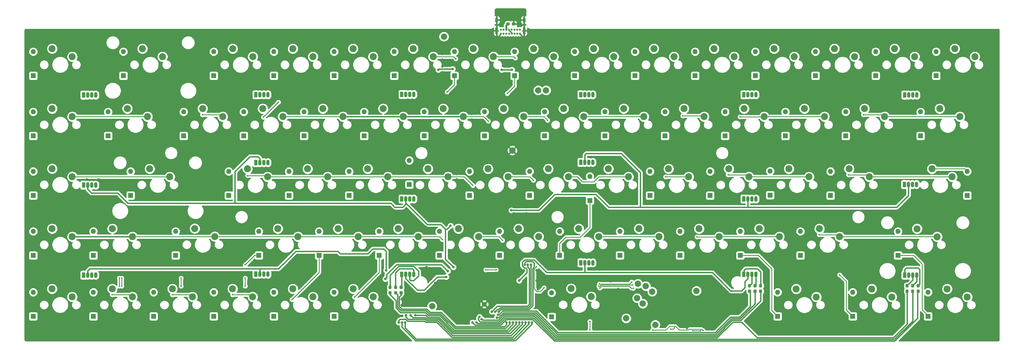
<source format=gbr>
%TF.GenerationSoftware,KiCad,Pcbnew,(5.1.4)-1*%
%TF.CreationDate,2021-05-19T18:10:11-04:00*%
%TF.ProjectId,QAZ_65,51415a5f-3635-42e6-9b69-6361645f7063,v1.1*%
%TF.SameCoordinates,Original*%
%TF.FileFunction,Copper,L2,Bot*%
%TF.FilePolarity,Positive*%
%FSLAX46Y46*%
G04 Gerber Fmt 4.6, Leading zero omitted, Abs format (unit mm)*
G04 Created by KiCad (PCBNEW (5.1.4)-1) date 2021-05-19 18:10:11*
%MOMM*%
%LPD*%
G04 APERTURE LIST*
%TA.AperFunction,ComponentPad*%
%ADD10C,2.200000*%
%TD*%
%TA.AperFunction,Conductor*%
%ADD11C,0.100000*%
%TD*%
%TA.AperFunction,SMDPad,CuDef*%
%ADD12C,0.950000*%
%TD*%
%TA.AperFunction,ComponentPad*%
%ADD13C,0.650000*%
%TD*%
%TA.AperFunction,ComponentPad*%
%ADD14O,0.900000X2.400000*%
%TD*%
%TA.AperFunction,ComponentPad*%
%ADD15O,0.900000X1.700000*%
%TD*%
%TA.AperFunction,ComponentPad*%
%ADD16R,1.600000X1.600000*%
%TD*%
%TA.AperFunction,ComponentPad*%
%ADD17O,1.600000X1.600000*%
%TD*%
%TA.AperFunction,ComponentPad*%
%ADD18C,2.000000*%
%TD*%
%TA.AperFunction,ComponentPad*%
%ADD19C,1.524000*%
%TD*%
%TA.AperFunction,ComponentPad*%
%ADD20R,1.070000X1.800000*%
%TD*%
%TA.AperFunction,ComponentPad*%
%ADD21O,1.070000X1.800000*%
%TD*%
%TA.AperFunction,ViaPad*%
%ADD22C,0.800000*%
%TD*%
%TA.AperFunction,ViaPad*%
%ADD23C,0.609600*%
%TD*%
%TA.AperFunction,ViaPad*%
%ADD24C,0.914400*%
%TD*%
%TA.AperFunction,ViaPad*%
%ADD25C,1.000000*%
%TD*%
%TA.AperFunction,ViaPad*%
%ADD26C,0.500000*%
%TD*%
%TA.AperFunction,Conductor*%
%ADD27C,0.250000*%
%TD*%
%TA.AperFunction,Conductor*%
%ADD28C,0.457200*%
%TD*%
%TA.AperFunction,Conductor*%
%ADD29C,0.609600*%
%TD*%
%TA.AperFunction,Conductor*%
%ADD30C,0.400000*%
%TD*%
%TA.AperFunction,Conductor*%
%ADD31C,0.254000*%
%TD*%
G04 APERTURE END LIST*
D10*
%TO.P,SW29,1*%
%TO.N,Net-(D31-Pad2)*%
X230776000Y-170228000D03*
%TO.P,SW29,2*%
%TO.N,/QAZ Keys/ROW04*%
X237126000Y-172768000D03*
%TD*%
%TO.P,SW47,1*%
%TO.N,Net-(D49-Pad2)*%
X142951000Y-170298000D03*
%TO.P,SW47,2*%
%TO.N,/QAZ Keys/ROW04*%
X149301000Y-172838000D03*
%TD*%
%TO.P,SW52,2*%
%TO.N,/QAZ Keys/ROW04*%
X130251000Y-172838000D03*
%TO.P,SW52,1*%
%TO.N,Net-(D54-Pad2)*%
X123901000Y-170298000D03*
%TD*%
%TO.P,SW20,1*%
%TO.N,Net-(D22-Pad2)*%
X271201000Y-151248000D03*
%TO.P,SW20,2*%
%TO.N,/QAZ Keys/ROW03*%
X277551000Y-153788000D03*
%TD*%
D11*
%TO.N,GND*%
%TO.C,R15*%
G36*
X212911779Y-85954144D02*
G01*
X212934834Y-85957563D01*
X212957443Y-85963227D01*
X212979387Y-85971079D01*
X213000457Y-85981044D01*
X213020448Y-85993026D01*
X213039168Y-86006910D01*
X213056438Y-86022562D01*
X213072090Y-86039832D01*
X213085974Y-86058552D01*
X213097956Y-86078543D01*
X213107921Y-86099613D01*
X213115773Y-86121557D01*
X213121437Y-86144166D01*
X213124856Y-86167221D01*
X213126000Y-86190500D01*
X213126000Y-86665500D01*
X213124856Y-86688779D01*
X213121437Y-86711834D01*
X213115773Y-86734443D01*
X213107921Y-86756387D01*
X213097956Y-86777457D01*
X213085974Y-86797448D01*
X213072090Y-86816168D01*
X213056438Y-86833438D01*
X213039168Y-86849090D01*
X213020448Y-86862974D01*
X213000457Y-86874956D01*
X212979387Y-86884921D01*
X212957443Y-86892773D01*
X212934834Y-86898437D01*
X212911779Y-86901856D01*
X212888500Y-86903000D01*
X212313500Y-86903000D01*
X212290221Y-86901856D01*
X212267166Y-86898437D01*
X212244557Y-86892773D01*
X212222613Y-86884921D01*
X212201543Y-86874956D01*
X212181552Y-86862974D01*
X212162832Y-86849090D01*
X212145562Y-86833438D01*
X212129910Y-86816168D01*
X212116026Y-86797448D01*
X212104044Y-86777457D01*
X212094079Y-86756387D01*
X212086227Y-86734443D01*
X212080563Y-86711834D01*
X212077144Y-86688779D01*
X212076000Y-86665500D01*
X212076000Y-86190500D01*
X212077144Y-86167221D01*
X212080563Y-86144166D01*
X212086227Y-86121557D01*
X212094079Y-86099613D01*
X212104044Y-86078543D01*
X212116026Y-86058552D01*
X212129910Y-86039832D01*
X212145562Y-86022562D01*
X212162832Y-86006910D01*
X212181552Y-85993026D01*
X212201543Y-85981044D01*
X212222613Y-85971079D01*
X212244557Y-85963227D01*
X212267166Y-85957563D01*
X212290221Y-85954144D01*
X212313500Y-85953000D01*
X212888500Y-85953000D01*
X212911779Y-85954144D01*
X212911779Y-85954144D01*
G37*
D12*
%TD*%
%TO.P,R15,1*%
%TO.N,GND*%
X212601000Y-86428000D03*
D11*
%TO.N,Net-(CN1-PadB5)*%
%TO.C,R15*%
G36*
X211161779Y-85954144D02*
G01*
X211184834Y-85957563D01*
X211207443Y-85963227D01*
X211229387Y-85971079D01*
X211250457Y-85981044D01*
X211270448Y-85993026D01*
X211289168Y-86006910D01*
X211306438Y-86022562D01*
X211322090Y-86039832D01*
X211335974Y-86058552D01*
X211347956Y-86078543D01*
X211357921Y-86099613D01*
X211365773Y-86121557D01*
X211371437Y-86144166D01*
X211374856Y-86167221D01*
X211376000Y-86190500D01*
X211376000Y-86665500D01*
X211374856Y-86688779D01*
X211371437Y-86711834D01*
X211365773Y-86734443D01*
X211357921Y-86756387D01*
X211347956Y-86777457D01*
X211335974Y-86797448D01*
X211322090Y-86816168D01*
X211306438Y-86833438D01*
X211289168Y-86849090D01*
X211270448Y-86862974D01*
X211250457Y-86874956D01*
X211229387Y-86884921D01*
X211207443Y-86892773D01*
X211184834Y-86898437D01*
X211161779Y-86901856D01*
X211138500Y-86903000D01*
X210563500Y-86903000D01*
X210540221Y-86901856D01*
X210517166Y-86898437D01*
X210494557Y-86892773D01*
X210472613Y-86884921D01*
X210451543Y-86874956D01*
X210431552Y-86862974D01*
X210412832Y-86849090D01*
X210395562Y-86833438D01*
X210379910Y-86816168D01*
X210366026Y-86797448D01*
X210354044Y-86777457D01*
X210344079Y-86756387D01*
X210336227Y-86734443D01*
X210330563Y-86711834D01*
X210327144Y-86688779D01*
X210326000Y-86665500D01*
X210326000Y-86190500D01*
X210327144Y-86167221D01*
X210330563Y-86144166D01*
X210336227Y-86121557D01*
X210344079Y-86099613D01*
X210354044Y-86078543D01*
X210366026Y-86058552D01*
X210379910Y-86039832D01*
X210395562Y-86022562D01*
X210412832Y-86006910D01*
X210431552Y-85993026D01*
X210451543Y-85981044D01*
X210472613Y-85971079D01*
X210494557Y-85963227D01*
X210517166Y-85957563D01*
X210540221Y-85954144D01*
X210563500Y-85953000D01*
X211138500Y-85953000D01*
X211161779Y-85954144D01*
X211161779Y-85954144D01*
G37*
D12*
%TD*%
%TO.P,R15,2*%
%TO.N,Net-(CN1-PadB5)*%
X210851000Y-86428000D03*
D13*
%TO.P,CN1,A5*%
%TO.N,Net-(CN1-PadA5)*%
X212901000Y-89528000D03*
%TO.P,CN1,A1*%
%TO.N,GND*%
X214601000Y-89528000D03*
%TO.P,CN1,A4*%
%TO.N,+5V*%
X213751000Y-89528000D03*
%TO.P,CN1,A6*%
%TO.N,/USB_D+*%
X212051000Y-89528000D03*
%TO.P,CN1,A7*%
%TO.N,/USB_D-*%
X211201000Y-89528000D03*
%TO.P,CN1,A8*%
%TO.N,Net-(CN1-PadA8)*%
X210351000Y-89528000D03*
%TO.P,CN1,A9*%
%TO.N,+5V*%
X209501000Y-89528000D03*
%TO.P,CN1,A12*%
%TO.N,GND*%
X208651000Y-89528000D03*
%TO.P,CN1,B12*%
X214601000Y-88203000D03*
%TO.P,CN1,B9*%
%TO.N,+5V*%
X213746000Y-88203000D03*
%TO.P,CN1,B8*%
%TO.N,Net-(CN1-PadB8)*%
X212896000Y-88203000D03*
%TO.P,CN1,B7*%
%TO.N,/USB_D-*%
X212046000Y-88203000D03*
%TO.P,CN1,B6*%
%TO.N,/USB_D+*%
X211196000Y-88203000D03*
%TO.P,CN1,B5*%
%TO.N,Net-(CN1-PadB5)*%
X210346000Y-88203000D03*
%TO.P,CN1,B4*%
%TO.N,+5V*%
X209496000Y-88203000D03*
%TO.P,CN1,B1*%
%TO.N,GND*%
X208646000Y-88203000D03*
D14*
%TO.P,CN1,S1*%
X215951000Y-88548000D03*
X207301000Y-88548000D03*
D15*
X215951000Y-85168000D03*
X207301000Y-85168000D03*
%TD*%
D16*
%TO.P,D27,1*%
%TO.N,/QAZ Keys/COL05*%
X250942000Y-102822000D03*
D17*
%TO.P,D27,2*%
%TO.N,Net-(D27-Pad2)*%
X250942000Y-95202000D03*
%TD*%
D18*
%TO.P,TP15,1*%
%TO.N,/SWCLK*%
X257376000Y-181678000D03*
%TD*%
%TO.P,TP14,1*%
%TO.N,/SWDIO*%
X248176000Y-179628000D03*
%TD*%
%TO.P,TP11,1*%
%TO.N,/DBG_TX*%
X253426000Y-174978000D03*
%TD*%
D19*
%TO.P,U3,33*%
%TO.N,GND*%
X203376000Y-175178000D03*
%TD*%
D18*
%TO.P,TP10,1*%
%TO.N,/CLKOUT*%
X251626000Y-173228000D03*
%TD*%
D20*
%TO.P,D89,1*%
%TO.N,Net-(D77-Pad1)*%
X336126000Y-108928000D03*
D21*
%TO.P,D89,2*%
%TO.N,/QAZ RGB/SW3*%
X337396000Y-108928000D03*
%TO.P,D89,3*%
%TO.N,Net-(D77-Pad3)*%
X338666000Y-108928000D03*
%TO.P,D89,4*%
%TO.N,Net-(D77-Pad4)*%
X339936000Y-108928000D03*
%TD*%
D20*
%TO.P,D88,1*%
%TO.N,Net-(D76-Pad1)*%
X285326000Y-108828000D03*
D21*
%TO.P,D88,2*%
%TO.N,/QAZ RGB/SW3*%
X286596000Y-108828000D03*
%TO.P,D88,3*%
%TO.N,Net-(D76-Pad3)*%
X287866000Y-108828000D03*
%TO.P,D88,4*%
%TO.N,Net-(D76-Pad4)*%
X289136000Y-108828000D03*
%TD*%
D20*
%TO.P,D87,1*%
%TO.N,Net-(D75-Pad1)*%
X233826000Y-108828000D03*
D21*
%TO.P,D87,2*%
%TO.N,/QAZ RGB/SW3*%
X235096000Y-108828000D03*
%TO.P,D87,3*%
%TO.N,Net-(D75-Pad3)*%
X236366000Y-108828000D03*
%TO.P,D87,4*%
%TO.N,Net-(D75-Pad4)*%
X237636000Y-108828000D03*
%TD*%
D20*
%TO.P,D86,1*%
%TO.N,Net-(D74-Pad1)*%
X177326000Y-108728000D03*
D21*
%TO.P,D86,2*%
%TO.N,/QAZ RGB/SW3*%
X178596000Y-108728000D03*
%TO.P,D86,3*%
%TO.N,Net-(D74-Pad3)*%
X179866000Y-108728000D03*
%TO.P,D86,4*%
%TO.N,Net-(D74-Pad4)*%
X181136000Y-108728000D03*
%TD*%
D20*
%TO.P,D85,1*%
%TO.N,Net-(D73-Pad1)*%
X131226000Y-108828000D03*
D21*
%TO.P,D85,2*%
%TO.N,/QAZ RGB/SW3*%
X132496000Y-108828000D03*
%TO.P,D85,3*%
%TO.N,Net-(D73-Pad3)*%
X133766000Y-108828000D03*
%TO.P,D85,4*%
%TO.N,Net-(D73-Pad4)*%
X135036000Y-108828000D03*
%TD*%
D20*
%TO.P,D84,1*%
%TO.N,Net-(D72-Pad1)*%
X76876000Y-108928000D03*
D21*
%TO.P,D84,2*%
%TO.N,/QAZ RGB/SW3*%
X78146000Y-108928000D03*
%TO.P,D84,3*%
%TO.N,Net-(D72-Pad3)*%
X79416000Y-108928000D03*
%TO.P,D84,4*%
%TO.N,Net-(D72-Pad4)*%
X80686000Y-108928000D03*
%TD*%
D20*
%TO.P,D83,1*%
%TO.N,Net-(D77-Pad1)*%
X336026000Y-137228000D03*
D21*
%TO.P,D83,2*%
%TO.N,/QAZ RGB/SW2*%
X337296000Y-137228000D03*
%TO.P,D83,3*%
%TO.N,Net-(D77-Pad3)*%
X338566000Y-137228000D03*
%TO.P,D83,4*%
%TO.N,Net-(D77-Pad4)*%
X339836000Y-137228000D03*
%TD*%
D20*
%TO.P,D82,1*%
%TO.N,Net-(D76-Pad1)*%
X285326000Y-141828000D03*
D21*
%TO.P,D82,2*%
%TO.N,/QAZ RGB/SW2*%
X286596000Y-141828000D03*
%TO.P,D82,3*%
%TO.N,Net-(D76-Pad3)*%
X287866000Y-141828000D03*
%TO.P,D82,4*%
%TO.N,Net-(D76-Pad4)*%
X289136000Y-141828000D03*
%TD*%
D20*
%TO.P,D81,1*%
%TO.N,Net-(D75-Pad1)*%
X233826000Y-130228000D03*
D21*
%TO.P,D81,2*%
%TO.N,/QAZ RGB/SW2*%
X235096000Y-130228000D03*
%TO.P,D81,3*%
%TO.N,Net-(D75-Pad3)*%
X236366000Y-130228000D03*
%TO.P,D81,4*%
%TO.N,Net-(D75-Pad4)*%
X237636000Y-130228000D03*
%TD*%
D20*
%TO.P,D80,1*%
%TO.N,Net-(D74-Pad1)*%
X177326000Y-141828000D03*
D21*
%TO.P,D80,2*%
%TO.N,/QAZ RGB/SW2*%
X178596000Y-141828000D03*
%TO.P,D80,3*%
%TO.N,Net-(D74-Pad3)*%
X179866000Y-141828000D03*
%TO.P,D80,4*%
%TO.N,Net-(D74-Pad4)*%
X181136000Y-141828000D03*
%TD*%
D20*
%TO.P,D79,1*%
%TO.N,Net-(D73-Pad1)*%
X131226000Y-130328000D03*
D21*
%TO.P,D79,2*%
%TO.N,/QAZ RGB/SW2*%
X132496000Y-130328000D03*
%TO.P,D79,3*%
%TO.N,Net-(D73-Pad3)*%
X133766000Y-130328000D03*
%TO.P,D79,4*%
%TO.N,Net-(D73-Pad4)*%
X135036000Y-130328000D03*
%TD*%
D20*
%TO.P,D78,1*%
%TO.N,Net-(D72-Pad1)*%
X76876000Y-137428000D03*
D21*
%TO.P,D78,2*%
%TO.N,/QAZ RGB/SW2*%
X78146000Y-137428000D03*
%TO.P,D78,3*%
%TO.N,Net-(D72-Pad3)*%
X79416000Y-137428000D03*
%TO.P,D78,4*%
%TO.N,Net-(D72-Pad4)*%
X80686000Y-137428000D03*
%TD*%
D20*
%TO.P,D77,1*%
%TO.N,Net-(D77-Pad1)*%
X336126000Y-165928000D03*
D21*
%TO.P,D77,2*%
%TO.N,/QAZ RGB/SW1*%
X337396000Y-165928000D03*
%TO.P,D77,3*%
%TO.N,Net-(D77-Pad3)*%
X338666000Y-165928000D03*
%TO.P,D77,4*%
%TO.N,Net-(D77-Pad4)*%
X339936000Y-165928000D03*
%TD*%
D20*
%TO.P,D76,1*%
%TO.N,Net-(D76-Pad1)*%
X285326000Y-165728000D03*
D21*
%TO.P,D76,2*%
%TO.N,/QAZ RGB/SW1*%
X286596000Y-165728000D03*
%TO.P,D76,3*%
%TO.N,Net-(D76-Pad3)*%
X287866000Y-165728000D03*
%TO.P,D76,4*%
%TO.N,Net-(D76-Pad4)*%
X289136000Y-165728000D03*
%TD*%
D20*
%TO.P,D75,1*%
%TO.N,Net-(D75-Pad1)*%
X233826000Y-162028000D03*
D21*
%TO.P,D75,2*%
%TO.N,/QAZ RGB/SW1*%
X235096000Y-162028000D03*
%TO.P,D75,3*%
%TO.N,Net-(D75-Pad3)*%
X236366000Y-162028000D03*
%TO.P,D75,4*%
%TO.N,Net-(D75-Pad4)*%
X237636000Y-162028000D03*
%TD*%
%TO.P,D74,4*%
%TO.N,Net-(D74-Pad4)*%
X181136000Y-165728000D03*
%TO.P,D74,3*%
%TO.N,Net-(D74-Pad3)*%
X179866000Y-165728000D03*
%TO.P,D74,2*%
%TO.N,/QAZ RGB/SW1*%
X178596000Y-165728000D03*
D20*
%TO.P,D74,1*%
%TO.N,Net-(D74-Pad1)*%
X177326000Y-165728000D03*
%TD*%
%TO.P,D73,1*%
%TO.N,Net-(D73-Pad1)*%
X131226000Y-165628000D03*
D21*
%TO.P,D73,2*%
%TO.N,/QAZ RGB/SW1*%
X132496000Y-165628000D03*
%TO.P,D73,3*%
%TO.N,Net-(D73-Pad3)*%
X133766000Y-165628000D03*
%TO.P,D73,4*%
%TO.N,Net-(D73-Pad4)*%
X135036000Y-165628000D03*
%TD*%
D20*
%TO.P,D72,1*%
%TO.N,Net-(D72-Pad1)*%
X76876000Y-165928000D03*
D21*
%TO.P,D72,2*%
%TO.N,/QAZ RGB/SW1*%
X78146000Y-165928000D03*
%TO.P,D72,3*%
%TO.N,Net-(D72-Pad3)*%
X79416000Y-165928000D03*
%TO.P,D72,4*%
%TO.N,Net-(D72-Pad4)*%
X80686000Y-165928000D03*
%TD*%
D11*
%TO.N,/QAZ RGB/CS3*%
%TO.C,R33*%
G36*
X337136779Y-170529144D02*
G01*
X337159834Y-170532563D01*
X337182443Y-170538227D01*
X337204387Y-170546079D01*
X337225457Y-170556044D01*
X337245448Y-170568026D01*
X337264168Y-170581910D01*
X337281438Y-170597562D01*
X337297090Y-170614832D01*
X337310974Y-170633552D01*
X337322956Y-170653543D01*
X337332921Y-170674613D01*
X337340773Y-170696557D01*
X337346437Y-170719166D01*
X337349856Y-170742221D01*
X337351000Y-170765500D01*
X337351000Y-171340500D01*
X337349856Y-171363779D01*
X337346437Y-171386834D01*
X337340773Y-171409443D01*
X337332921Y-171431387D01*
X337322956Y-171452457D01*
X337310974Y-171472448D01*
X337297090Y-171491168D01*
X337281438Y-171508438D01*
X337264168Y-171524090D01*
X337245448Y-171537974D01*
X337225457Y-171549956D01*
X337204387Y-171559921D01*
X337182443Y-171567773D01*
X337159834Y-171573437D01*
X337136779Y-171576856D01*
X337113500Y-171578000D01*
X336638500Y-171578000D01*
X336615221Y-171576856D01*
X336592166Y-171573437D01*
X336569557Y-171567773D01*
X336547613Y-171559921D01*
X336526543Y-171549956D01*
X336506552Y-171537974D01*
X336487832Y-171524090D01*
X336470562Y-171508438D01*
X336454910Y-171491168D01*
X336441026Y-171472448D01*
X336429044Y-171452457D01*
X336419079Y-171431387D01*
X336411227Y-171409443D01*
X336405563Y-171386834D01*
X336402144Y-171363779D01*
X336401000Y-171340500D01*
X336401000Y-170765500D01*
X336402144Y-170742221D01*
X336405563Y-170719166D01*
X336411227Y-170696557D01*
X336419079Y-170674613D01*
X336429044Y-170653543D01*
X336441026Y-170633552D01*
X336454910Y-170614832D01*
X336470562Y-170597562D01*
X336487832Y-170581910D01*
X336506552Y-170568026D01*
X336526543Y-170556044D01*
X336547613Y-170546079D01*
X336569557Y-170538227D01*
X336592166Y-170532563D01*
X336615221Y-170529144D01*
X336638500Y-170528000D01*
X337113500Y-170528000D01*
X337136779Y-170529144D01*
X337136779Y-170529144D01*
G37*
D12*
%TD*%
%TO.P,R33,2*%
%TO.N,/QAZ RGB/CS3*%
X336876000Y-171053000D03*
D11*
%TO.N,Net-(D77-Pad3)*%
%TO.C,R33*%
G36*
X337136779Y-168779144D02*
G01*
X337159834Y-168782563D01*
X337182443Y-168788227D01*
X337204387Y-168796079D01*
X337225457Y-168806044D01*
X337245448Y-168818026D01*
X337264168Y-168831910D01*
X337281438Y-168847562D01*
X337297090Y-168864832D01*
X337310974Y-168883552D01*
X337322956Y-168903543D01*
X337332921Y-168924613D01*
X337340773Y-168946557D01*
X337346437Y-168969166D01*
X337349856Y-168992221D01*
X337351000Y-169015500D01*
X337351000Y-169590500D01*
X337349856Y-169613779D01*
X337346437Y-169636834D01*
X337340773Y-169659443D01*
X337332921Y-169681387D01*
X337322956Y-169702457D01*
X337310974Y-169722448D01*
X337297090Y-169741168D01*
X337281438Y-169758438D01*
X337264168Y-169774090D01*
X337245448Y-169787974D01*
X337225457Y-169799956D01*
X337204387Y-169809921D01*
X337182443Y-169817773D01*
X337159834Y-169823437D01*
X337136779Y-169826856D01*
X337113500Y-169828000D01*
X336638500Y-169828000D01*
X336615221Y-169826856D01*
X336592166Y-169823437D01*
X336569557Y-169817773D01*
X336547613Y-169809921D01*
X336526543Y-169799956D01*
X336506552Y-169787974D01*
X336487832Y-169774090D01*
X336470562Y-169758438D01*
X336454910Y-169741168D01*
X336441026Y-169722448D01*
X336429044Y-169702457D01*
X336419079Y-169681387D01*
X336411227Y-169659443D01*
X336405563Y-169636834D01*
X336402144Y-169613779D01*
X336401000Y-169590500D01*
X336401000Y-169015500D01*
X336402144Y-168992221D01*
X336405563Y-168969166D01*
X336411227Y-168946557D01*
X336419079Y-168924613D01*
X336429044Y-168903543D01*
X336441026Y-168883552D01*
X336454910Y-168864832D01*
X336470562Y-168847562D01*
X336487832Y-168831910D01*
X336506552Y-168818026D01*
X336526543Y-168806044D01*
X336547613Y-168796079D01*
X336569557Y-168788227D01*
X336592166Y-168782563D01*
X336615221Y-168779144D01*
X336638500Y-168778000D01*
X337113500Y-168778000D01*
X337136779Y-168779144D01*
X337136779Y-168779144D01*
G37*
D12*
%TD*%
%TO.P,R33,1*%
%TO.N,Net-(D77-Pad3)*%
X336876000Y-169303000D03*
D11*
%TO.N,/QAZ RGB/CS2*%
%TO.C,R32*%
G36*
X338886779Y-170529144D02*
G01*
X338909834Y-170532563D01*
X338932443Y-170538227D01*
X338954387Y-170546079D01*
X338975457Y-170556044D01*
X338995448Y-170568026D01*
X339014168Y-170581910D01*
X339031438Y-170597562D01*
X339047090Y-170614832D01*
X339060974Y-170633552D01*
X339072956Y-170653543D01*
X339082921Y-170674613D01*
X339090773Y-170696557D01*
X339096437Y-170719166D01*
X339099856Y-170742221D01*
X339101000Y-170765500D01*
X339101000Y-171340500D01*
X339099856Y-171363779D01*
X339096437Y-171386834D01*
X339090773Y-171409443D01*
X339082921Y-171431387D01*
X339072956Y-171452457D01*
X339060974Y-171472448D01*
X339047090Y-171491168D01*
X339031438Y-171508438D01*
X339014168Y-171524090D01*
X338995448Y-171537974D01*
X338975457Y-171549956D01*
X338954387Y-171559921D01*
X338932443Y-171567773D01*
X338909834Y-171573437D01*
X338886779Y-171576856D01*
X338863500Y-171578000D01*
X338388500Y-171578000D01*
X338365221Y-171576856D01*
X338342166Y-171573437D01*
X338319557Y-171567773D01*
X338297613Y-171559921D01*
X338276543Y-171549956D01*
X338256552Y-171537974D01*
X338237832Y-171524090D01*
X338220562Y-171508438D01*
X338204910Y-171491168D01*
X338191026Y-171472448D01*
X338179044Y-171452457D01*
X338169079Y-171431387D01*
X338161227Y-171409443D01*
X338155563Y-171386834D01*
X338152144Y-171363779D01*
X338151000Y-171340500D01*
X338151000Y-170765500D01*
X338152144Y-170742221D01*
X338155563Y-170719166D01*
X338161227Y-170696557D01*
X338169079Y-170674613D01*
X338179044Y-170653543D01*
X338191026Y-170633552D01*
X338204910Y-170614832D01*
X338220562Y-170597562D01*
X338237832Y-170581910D01*
X338256552Y-170568026D01*
X338276543Y-170556044D01*
X338297613Y-170546079D01*
X338319557Y-170538227D01*
X338342166Y-170532563D01*
X338365221Y-170529144D01*
X338388500Y-170528000D01*
X338863500Y-170528000D01*
X338886779Y-170529144D01*
X338886779Y-170529144D01*
G37*
D12*
%TD*%
%TO.P,R32,2*%
%TO.N,/QAZ RGB/CS2*%
X338626000Y-171053000D03*
D11*
%TO.N,Net-(D77-Pad4)*%
%TO.C,R32*%
G36*
X338886779Y-168779144D02*
G01*
X338909834Y-168782563D01*
X338932443Y-168788227D01*
X338954387Y-168796079D01*
X338975457Y-168806044D01*
X338995448Y-168818026D01*
X339014168Y-168831910D01*
X339031438Y-168847562D01*
X339047090Y-168864832D01*
X339060974Y-168883552D01*
X339072956Y-168903543D01*
X339082921Y-168924613D01*
X339090773Y-168946557D01*
X339096437Y-168969166D01*
X339099856Y-168992221D01*
X339101000Y-169015500D01*
X339101000Y-169590500D01*
X339099856Y-169613779D01*
X339096437Y-169636834D01*
X339090773Y-169659443D01*
X339082921Y-169681387D01*
X339072956Y-169702457D01*
X339060974Y-169722448D01*
X339047090Y-169741168D01*
X339031438Y-169758438D01*
X339014168Y-169774090D01*
X338995448Y-169787974D01*
X338975457Y-169799956D01*
X338954387Y-169809921D01*
X338932443Y-169817773D01*
X338909834Y-169823437D01*
X338886779Y-169826856D01*
X338863500Y-169828000D01*
X338388500Y-169828000D01*
X338365221Y-169826856D01*
X338342166Y-169823437D01*
X338319557Y-169817773D01*
X338297613Y-169809921D01*
X338276543Y-169799956D01*
X338256552Y-169787974D01*
X338237832Y-169774090D01*
X338220562Y-169758438D01*
X338204910Y-169741168D01*
X338191026Y-169722448D01*
X338179044Y-169702457D01*
X338169079Y-169681387D01*
X338161227Y-169659443D01*
X338155563Y-169636834D01*
X338152144Y-169613779D01*
X338151000Y-169590500D01*
X338151000Y-169015500D01*
X338152144Y-168992221D01*
X338155563Y-168969166D01*
X338161227Y-168946557D01*
X338169079Y-168924613D01*
X338179044Y-168903543D01*
X338191026Y-168883552D01*
X338204910Y-168864832D01*
X338220562Y-168847562D01*
X338237832Y-168831910D01*
X338256552Y-168818026D01*
X338276543Y-168806044D01*
X338297613Y-168796079D01*
X338319557Y-168788227D01*
X338342166Y-168782563D01*
X338365221Y-168779144D01*
X338388500Y-168778000D01*
X338863500Y-168778000D01*
X338886779Y-168779144D01*
X338886779Y-168779144D01*
G37*
D12*
%TD*%
%TO.P,R32,1*%
%TO.N,Net-(D77-Pad4)*%
X338626000Y-169303000D03*
D11*
%TO.N,/QAZ RGB/CS1*%
%TO.C,R31*%
G36*
X340636779Y-170529144D02*
G01*
X340659834Y-170532563D01*
X340682443Y-170538227D01*
X340704387Y-170546079D01*
X340725457Y-170556044D01*
X340745448Y-170568026D01*
X340764168Y-170581910D01*
X340781438Y-170597562D01*
X340797090Y-170614832D01*
X340810974Y-170633552D01*
X340822956Y-170653543D01*
X340832921Y-170674613D01*
X340840773Y-170696557D01*
X340846437Y-170719166D01*
X340849856Y-170742221D01*
X340851000Y-170765500D01*
X340851000Y-171340500D01*
X340849856Y-171363779D01*
X340846437Y-171386834D01*
X340840773Y-171409443D01*
X340832921Y-171431387D01*
X340822956Y-171452457D01*
X340810974Y-171472448D01*
X340797090Y-171491168D01*
X340781438Y-171508438D01*
X340764168Y-171524090D01*
X340745448Y-171537974D01*
X340725457Y-171549956D01*
X340704387Y-171559921D01*
X340682443Y-171567773D01*
X340659834Y-171573437D01*
X340636779Y-171576856D01*
X340613500Y-171578000D01*
X340138500Y-171578000D01*
X340115221Y-171576856D01*
X340092166Y-171573437D01*
X340069557Y-171567773D01*
X340047613Y-171559921D01*
X340026543Y-171549956D01*
X340006552Y-171537974D01*
X339987832Y-171524090D01*
X339970562Y-171508438D01*
X339954910Y-171491168D01*
X339941026Y-171472448D01*
X339929044Y-171452457D01*
X339919079Y-171431387D01*
X339911227Y-171409443D01*
X339905563Y-171386834D01*
X339902144Y-171363779D01*
X339901000Y-171340500D01*
X339901000Y-170765500D01*
X339902144Y-170742221D01*
X339905563Y-170719166D01*
X339911227Y-170696557D01*
X339919079Y-170674613D01*
X339929044Y-170653543D01*
X339941026Y-170633552D01*
X339954910Y-170614832D01*
X339970562Y-170597562D01*
X339987832Y-170581910D01*
X340006552Y-170568026D01*
X340026543Y-170556044D01*
X340047613Y-170546079D01*
X340069557Y-170538227D01*
X340092166Y-170532563D01*
X340115221Y-170529144D01*
X340138500Y-170528000D01*
X340613500Y-170528000D01*
X340636779Y-170529144D01*
X340636779Y-170529144D01*
G37*
D12*
%TD*%
%TO.P,R31,2*%
%TO.N,/QAZ RGB/CS1*%
X340376000Y-171053000D03*
D11*
%TO.N,Net-(D77-Pad1)*%
%TO.C,R31*%
G36*
X340636779Y-168779144D02*
G01*
X340659834Y-168782563D01*
X340682443Y-168788227D01*
X340704387Y-168796079D01*
X340725457Y-168806044D01*
X340745448Y-168818026D01*
X340764168Y-168831910D01*
X340781438Y-168847562D01*
X340797090Y-168864832D01*
X340810974Y-168883552D01*
X340822956Y-168903543D01*
X340832921Y-168924613D01*
X340840773Y-168946557D01*
X340846437Y-168969166D01*
X340849856Y-168992221D01*
X340851000Y-169015500D01*
X340851000Y-169590500D01*
X340849856Y-169613779D01*
X340846437Y-169636834D01*
X340840773Y-169659443D01*
X340832921Y-169681387D01*
X340822956Y-169702457D01*
X340810974Y-169722448D01*
X340797090Y-169741168D01*
X340781438Y-169758438D01*
X340764168Y-169774090D01*
X340745448Y-169787974D01*
X340725457Y-169799956D01*
X340704387Y-169809921D01*
X340682443Y-169817773D01*
X340659834Y-169823437D01*
X340636779Y-169826856D01*
X340613500Y-169828000D01*
X340138500Y-169828000D01*
X340115221Y-169826856D01*
X340092166Y-169823437D01*
X340069557Y-169817773D01*
X340047613Y-169809921D01*
X340026543Y-169799956D01*
X340006552Y-169787974D01*
X339987832Y-169774090D01*
X339970562Y-169758438D01*
X339954910Y-169741168D01*
X339941026Y-169722448D01*
X339929044Y-169702457D01*
X339919079Y-169681387D01*
X339911227Y-169659443D01*
X339905563Y-169636834D01*
X339902144Y-169613779D01*
X339901000Y-169590500D01*
X339901000Y-169015500D01*
X339902144Y-168992221D01*
X339905563Y-168969166D01*
X339911227Y-168946557D01*
X339919079Y-168924613D01*
X339929044Y-168903543D01*
X339941026Y-168883552D01*
X339954910Y-168864832D01*
X339970562Y-168847562D01*
X339987832Y-168831910D01*
X340006552Y-168818026D01*
X340026543Y-168806044D01*
X340047613Y-168796079D01*
X340069557Y-168788227D01*
X340092166Y-168782563D01*
X340115221Y-168779144D01*
X340138500Y-168778000D01*
X340613500Y-168778000D01*
X340636779Y-168779144D01*
X340636779Y-168779144D01*
G37*
D12*
%TD*%
%TO.P,R31,1*%
%TO.N,Net-(D77-Pad1)*%
X340376000Y-169303000D03*
D11*
%TO.N,/QAZ RGB/CS6*%
%TO.C,R30*%
G36*
X287386779Y-170529144D02*
G01*
X287409834Y-170532563D01*
X287432443Y-170538227D01*
X287454387Y-170546079D01*
X287475457Y-170556044D01*
X287495448Y-170568026D01*
X287514168Y-170581910D01*
X287531438Y-170597562D01*
X287547090Y-170614832D01*
X287560974Y-170633552D01*
X287572956Y-170653543D01*
X287582921Y-170674613D01*
X287590773Y-170696557D01*
X287596437Y-170719166D01*
X287599856Y-170742221D01*
X287601000Y-170765500D01*
X287601000Y-171340500D01*
X287599856Y-171363779D01*
X287596437Y-171386834D01*
X287590773Y-171409443D01*
X287582921Y-171431387D01*
X287572956Y-171452457D01*
X287560974Y-171472448D01*
X287547090Y-171491168D01*
X287531438Y-171508438D01*
X287514168Y-171524090D01*
X287495448Y-171537974D01*
X287475457Y-171549956D01*
X287454387Y-171559921D01*
X287432443Y-171567773D01*
X287409834Y-171573437D01*
X287386779Y-171576856D01*
X287363500Y-171578000D01*
X286888500Y-171578000D01*
X286865221Y-171576856D01*
X286842166Y-171573437D01*
X286819557Y-171567773D01*
X286797613Y-171559921D01*
X286776543Y-171549956D01*
X286756552Y-171537974D01*
X286737832Y-171524090D01*
X286720562Y-171508438D01*
X286704910Y-171491168D01*
X286691026Y-171472448D01*
X286679044Y-171452457D01*
X286669079Y-171431387D01*
X286661227Y-171409443D01*
X286655563Y-171386834D01*
X286652144Y-171363779D01*
X286651000Y-171340500D01*
X286651000Y-170765500D01*
X286652144Y-170742221D01*
X286655563Y-170719166D01*
X286661227Y-170696557D01*
X286669079Y-170674613D01*
X286679044Y-170653543D01*
X286691026Y-170633552D01*
X286704910Y-170614832D01*
X286720562Y-170597562D01*
X286737832Y-170581910D01*
X286756552Y-170568026D01*
X286776543Y-170556044D01*
X286797613Y-170546079D01*
X286819557Y-170538227D01*
X286842166Y-170532563D01*
X286865221Y-170529144D01*
X286888500Y-170528000D01*
X287363500Y-170528000D01*
X287386779Y-170529144D01*
X287386779Y-170529144D01*
G37*
D12*
%TD*%
%TO.P,R30,2*%
%TO.N,/QAZ RGB/CS6*%
X287126000Y-171053000D03*
D11*
%TO.N,Net-(D76-Pad3)*%
%TO.C,R30*%
G36*
X287386779Y-168779144D02*
G01*
X287409834Y-168782563D01*
X287432443Y-168788227D01*
X287454387Y-168796079D01*
X287475457Y-168806044D01*
X287495448Y-168818026D01*
X287514168Y-168831910D01*
X287531438Y-168847562D01*
X287547090Y-168864832D01*
X287560974Y-168883552D01*
X287572956Y-168903543D01*
X287582921Y-168924613D01*
X287590773Y-168946557D01*
X287596437Y-168969166D01*
X287599856Y-168992221D01*
X287601000Y-169015500D01*
X287601000Y-169590500D01*
X287599856Y-169613779D01*
X287596437Y-169636834D01*
X287590773Y-169659443D01*
X287582921Y-169681387D01*
X287572956Y-169702457D01*
X287560974Y-169722448D01*
X287547090Y-169741168D01*
X287531438Y-169758438D01*
X287514168Y-169774090D01*
X287495448Y-169787974D01*
X287475457Y-169799956D01*
X287454387Y-169809921D01*
X287432443Y-169817773D01*
X287409834Y-169823437D01*
X287386779Y-169826856D01*
X287363500Y-169828000D01*
X286888500Y-169828000D01*
X286865221Y-169826856D01*
X286842166Y-169823437D01*
X286819557Y-169817773D01*
X286797613Y-169809921D01*
X286776543Y-169799956D01*
X286756552Y-169787974D01*
X286737832Y-169774090D01*
X286720562Y-169758438D01*
X286704910Y-169741168D01*
X286691026Y-169722448D01*
X286679044Y-169702457D01*
X286669079Y-169681387D01*
X286661227Y-169659443D01*
X286655563Y-169636834D01*
X286652144Y-169613779D01*
X286651000Y-169590500D01*
X286651000Y-169015500D01*
X286652144Y-168992221D01*
X286655563Y-168969166D01*
X286661227Y-168946557D01*
X286669079Y-168924613D01*
X286679044Y-168903543D01*
X286691026Y-168883552D01*
X286704910Y-168864832D01*
X286720562Y-168847562D01*
X286737832Y-168831910D01*
X286756552Y-168818026D01*
X286776543Y-168806044D01*
X286797613Y-168796079D01*
X286819557Y-168788227D01*
X286842166Y-168782563D01*
X286865221Y-168779144D01*
X286888500Y-168778000D01*
X287363500Y-168778000D01*
X287386779Y-168779144D01*
X287386779Y-168779144D01*
G37*
D12*
%TD*%
%TO.P,R30,1*%
%TO.N,Net-(D76-Pad3)*%
X287126000Y-169303000D03*
D11*
%TO.N,/QAZ RGB/CS5*%
%TO.C,R29*%
G36*
X289136779Y-170529144D02*
G01*
X289159834Y-170532563D01*
X289182443Y-170538227D01*
X289204387Y-170546079D01*
X289225457Y-170556044D01*
X289245448Y-170568026D01*
X289264168Y-170581910D01*
X289281438Y-170597562D01*
X289297090Y-170614832D01*
X289310974Y-170633552D01*
X289322956Y-170653543D01*
X289332921Y-170674613D01*
X289340773Y-170696557D01*
X289346437Y-170719166D01*
X289349856Y-170742221D01*
X289351000Y-170765500D01*
X289351000Y-171340500D01*
X289349856Y-171363779D01*
X289346437Y-171386834D01*
X289340773Y-171409443D01*
X289332921Y-171431387D01*
X289322956Y-171452457D01*
X289310974Y-171472448D01*
X289297090Y-171491168D01*
X289281438Y-171508438D01*
X289264168Y-171524090D01*
X289245448Y-171537974D01*
X289225457Y-171549956D01*
X289204387Y-171559921D01*
X289182443Y-171567773D01*
X289159834Y-171573437D01*
X289136779Y-171576856D01*
X289113500Y-171578000D01*
X288638500Y-171578000D01*
X288615221Y-171576856D01*
X288592166Y-171573437D01*
X288569557Y-171567773D01*
X288547613Y-171559921D01*
X288526543Y-171549956D01*
X288506552Y-171537974D01*
X288487832Y-171524090D01*
X288470562Y-171508438D01*
X288454910Y-171491168D01*
X288441026Y-171472448D01*
X288429044Y-171452457D01*
X288419079Y-171431387D01*
X288411227Y-171409443D01*
X288405563Y-171386834D01*
X288402144Y-171363779D01*
X288401000Y-171340500D01*
X288401000Y-170765500D01*
X288402144Y-170742221D01*
X288405563Y-170719166D01*
X288411227Y-170696557D01*
X288419079Y-170674613D01*
X288429044Y-170653543D01*
X288441026Y-170633552D01*
X288454910Y-170614832D01*
X288470562Y-170597562D01*
X288487832Y-170581910D01*
X288506552Y-170568026D01*
X288526543Y-170556044D01*
X288547613Y-170546079D01*
X288569557Y-170538227D01*
X288592166Y-170532563D01*
X288615221Y-170529144D01*
X288638500Y-170528000D01*
X289113500Y-170528000D01*
X289136779Y-170529144D01*
X289136779Y-170529144D01*
G37*
D12*
%TD*%
%TO.P,R29,2*%
%TO.N,/QAZ RGB/CS5*%
X288876000Y-171053000D03*
D11*
%TO.N,Net-(D76-Pad4)*%
%TO.C,R29*%
G36*
X289136779Y-168779144D02*
G01*
X289159834Y-168782563D01*
X289182443Y-168788227D01*
X289204387Y-168796079D01*
X289225457Y-168806044D01*
X289245448Y-168818026D01*
X289264168Y-168831910D01*
X289281438Y-168847562D01*
X289297090Y-168864832D01*
X289310974Y-168883552D01*
X289322956Y-168903543D01*
X289332921Y-168924613D01*
X289340773Y-168946557D01*
X289346437Y-168969166D01*
X289349856Y-168992221D01*
X289351000Y-169015500D01*
X289351000Y-169590500D01*
X289349856Y-169613779D01*
X289346437Y-169636834D01*
X289340773Y-169659443D01*
X289332921Y-169681387D01*
X289322956Y-169702457D01*
X289310974Y-169722448D01*
X289297090Y-169741168D01*
X289281438Y-169758438D01*
X289264168Y-169774090D01*
X289245448Y-169787974D01*
X289225457Y-169799956D01*
X289204387Y-169809921D01*
X289182443Y-169817773D01*
X289159834Y-169823437D01*
X289136779Y-169826856D01*
X289113500Y-169828000D01*
X288638500Y-169828000D01*
X288615221Y-169826856D01*
X288592166Y-169823437D01*
X288569557Y-169817773D01*
X288547613Y-169809921D01*
X288526543Y-169799956D01*
X288506552Y-169787974D01*
X288487832Y-169774090D01*
X288470562Y-169758438D01*
X288454910Y-169741168D01*
X288441026Y-169722448D01*
X288429044Y-169702457D01*
X288419079Y-169681387D01*
X288411227Y-169659443D01*
X288405563Y-169636834D01*
X288402144Y-169613779D01*
X288401000Y-169590500D01*
X288401000Y-169015500D01*
X288402144Y-168992221D01*
X288405563Y-168969166D01*
X288411227Y-168946557D01*
X288419079Y-168924613D01*
X288429044Y-168903543D01*
X288441026Y-168883552D01*
X288454910Y-168864832D01*
X288470562Y-168847562D01*
X288487832Y-168831910D01*
X288506552Y-168818026D01*
X288526543Y-168806044D01*
X288547613Y-168796079D01*
X288569557Y-168788227D01*
X288592166Y-168782563D01*
X288615221Y-168779144D01*
X288638500Y-168778000D01*
X289113500Y-168778000D01*
X289136779Y-168779144D01*
X289136779Y-168779144D01*
G37*
D12*
%TD*%
%TO.P,R29,1*%
%TO.N,Net-(D76-Pad4)*%
X288876000Y-169303000D03*
D11*
%TO.N,/QAZ RGB/CS4*%
%TO.C,R28*%
G36*
X290886779Y-170529144D02*
G01*
X290909834Y-170532563D01*
X290932443Y-170538227D01*
X290954387Y-170546079D01*
X290975457Y-170556044D01*
X290995448Y-170568026D01*
X291014168Y-170581910D01*
X291031438Y-170597562D01*
X291047090Y-170614832D01*
X291060974Y-170633552D01*
X291072956Y-170653543D01*
X291082921Y-170674613D01*
X291090773Y-170696557D01*
X291096437Y-170719166D01*
X291099856Y-170742221D01*
X291101000Y-170765500D01*
X291101000Y-171340500D01*
X291099856Y-171363779D01*
X291096437Y-171386834D01*
X291090773Y-171409443D01*
X291082921Y-171431387D01*
X291072956Y-171452457D01*
X291060974Y-171472448D01*
X291047090Y-171491168D01*
X291031438Y-171508438D01*
X291014168Y-171524090D01*
X290995448Y-171537974D01*
X290975457Y-171549956D01*
X290954387Y-171559921D01*
X290932443Y-171567773D01*
X290909834Y-171573437D01*
X290886779Y-171576856D01*
X290863500Y-171578000D01*
X290388500Y-171578000D01*
X290365221Y-171576856D01*
X290342166Y-171573437D01*
X290319557Y-171567773D01*
X290297613Y-171559921D01*
X290276543Y-171549956D01*
X290256552Y-171537974D01*
X290237832Y-171524090D01*
X290220562Y-171508438D01*
X290204910Y-171491168D01*
X290191026Y-171472448D01*
X290179044Y-171452457D01*
X290169079Y-171431387D01*
X290161227Y-171409443D01*
X290155563Y-171386834D01*
X290152144Y-171363779D01*
X290151000Y-171340500D01*
X290151000Y-170765500D01*
X290152144Y-170742221D01*
X290155563Y-170719166D01*
X290161227Y-170696557D01*
X290169079Y-170674613D01*
X290179044Y-170653543D01*
X290191026Y-170633552D01*
X290204910Y-170614832D01*
X290220562Y-170597562D01*
X290237832Y-170581910D01*
X290256552Y-170568026D01*
X290276543Y-170556044D01*
X290297613Y-170546079D01*
X290319557Y-170538227D01*
X290342166Y-170532563D01*
X290365221Y-170529144D01*
X290388500Y-170528000D01*
X290863500Y-170528000D01*
X290886779Y-170529144D01*
X290886779Y-170529144D01*
G37*
D12*
%TD*%
%TO.P,R28,2*%
%TO.N,/QAZ RGB/CS4*%
X290626000Y-171053000D03*
D11*
%TO.N,Net-(D76-Pad1)*%
%TO.C,R28*%
G36*
X290886779Y-168779144D02*
G01*
X290909834Y-168782563D01*
X290932443Y-168788227D01*
X290954387Y-168796079D01*
X290975457Y-168806044D01*
X290995448Y-168818026D01*
X291014168Y-168831910D01*
X291031438Y-168847562D01*
X291047090Y-168864832D01*
X291060974Y-168883552D01*
X291072956Y-168903543D01*
X291082921Y-168924613D01*
X291090773Y-168946557D01*
X291096437Y-168969166D01*
X291099856Y-168992221D01*
X291101000Y-169015500D01*
X291101000Y-169590500D01*
X291099856Y-169613779D01*
X291096437Y-169636834D01*
X291090773Y-169659443D01*
X291082921Y-169681387D01*
X291072956Y-169702457D01*
X291060974Y-169722448D01*
X291047090Y-169741168D01*
X291031438Y-169758438D01*
X291014168Y-169774090D01*
X290995448Y-169787974D01*
X290975457Y-169799956D01*
X290954387Y-169809921D01*
X290932443Y-169817773D01*
X290909834Y-169823437D01*
X290886779Y-169826856D01*
X290863500Y-169828000D01*
X290388500Y-169828000D01*
X290365221Y-169826856D01*
X290342166Y-169823437D01*
X290319557Y-169817773D01*
X290297613Y-169809921D01*
X290276543Y-169799956D01*
X290256552Y-169787974D01*
X290237832Y-169774090D01*
X290220562Y-169758438D01*
X290204910Y-169741168D01*
X290191026Y-169722448D01*
X290179044Y-169702457D01*
X290169079Y-169681387D01*
X290161227Y-169659443D01*
X290155563Y-169636834D01*
X290152144Y-169613779D01*
X290151000Y-169590500D01*
X290151000Y-169015500D01*
X290152144Y-168992221D01*
X290155563Y-168969166D01*
X290161227Y-168946557D01*
X290169079Y-168924613D01*
X290179044Y-168903543D01*
X290191026Y-168883552D01*
X290204910Y-168864832D01*
X290220562Y-168847562D01*
X290237832Y-168831910D01*
X290256552Y-168818026D01*
X290276543Y-168806044D01*
X290297613Y-168796079D01*
X290319557Y-168788227D01*
X290342166Y-168782563D01*
X290365221Y-168779144D01*
X290388500Y-168778000D01*
X290863500Y-168778000D01*
X290886779Y-168779144D01*
X290886779Y-168779144D01*
G37*
D12*
%TD*%
%TO.P,R28,1*%
%TO.N,Net-(D76-Pad1)*%
X290626000Y-169303000D03*
D11*
%TO.N,/QAZ RGB/CS12*%
%TO.C,R24*%
G36*
X173886779Y-171029144D02*
G01*
X173909834Y-171032563D01*
X173932443Y-171038227D01*
X173954387Y-171046079D01*
X173975457Y-171056044D01*
X173995448Y-171068026D01*
X174014168Y-171081910D01*
X174031438Y-171097562D01*
X174047090Y-171114832D01*
X174060974Y-171133552D01*
X174072956Y-171153543D01*
X174082921Y-171174613D01*
X174090773Y-171196557D01*
X174096437Y-171219166D01*
X174099856Y-171242221D01*
X174101000Y-171265500D01*
X174101000Y-171840500D01*
X174099856Y-171863779D01*
X174096437Y-171886834D01*
X174090773Y-171909443D01*
X174082921Y-171931387D01*
X174072956Y-171952457D01*
X174060974Y-171972448D01*
X174047090Y-171991168D01*
X174031438Y-172008438D01*
X174014168Y-172024090D01*
X173995448Y-172037974D01*
X173975457Y-172049956D01*
X173954387Y-172059921D01*
X173932443Y-172067773D01*
X173909834Y-172073437D01*
X173886779Y-172076856D01*
X173863500Y-172078000D01*
X173388500Y-172078000D01*
X173365221Y-172076856D01*
X173342166Y-172073437D01*
X173319557Y-172067773D01*
X173297613Y-172059921D01*
X173276543Y-172049956D01*
X173256552Y-172037974D01*
X173237832Y-172024090D01*
X173220562Y-172008438D01*
X173204910Y-171991168D01*
X173191026Y-171972448D01*
X173179044Y-171952457D01*
X173169079Y-171931387D01*
X173161227Y-171909443D01*
X173155563Y-171886834D01*
X173152144Y-171863779D01*
X173151000Y-171840500D01*
X173151000Y-171265500D01*
X173152144Y-171242221D01*
X173155563Y-171219166D01*
X173161227Y-171196557D01*
X173169079Y-171174613D01*
X173179044Y-171153543D01*
X173191026Y-171133552D01*
X173204910Y-171114832D01*
X173220562Y-171097562D01*
X173237832Y-171081910D01*
X173256552Y-171068026D01*
X173276543Y-171056044D01*
X173297613Y-171046079D01*
X173319557Y-171038227D01*
X173342166Y-171032563D01*
X173365221Y-171029144D01*
X173388500Y-171028000D01*
X173863500Y-171028000D01*
X173886779Y-171029144D01*
X173886779Y-171029144D01*
G37*
D12*
%TD*%
%TO.P,R24,2*%
%TO.N,/QAZ RGB/CS12*%
X173626000Y-171553000D03*
D11*
%TO.N,Net-(D74-Pad3)*%
%TO.C,R24*%
G36*
X173886779Y-169279144D02*
G01*
X173909834Y-169282563D01*
X173932443Y-169288227D01*
X173954387Y-169296079D01*
X173975457Y-169306044D01*
X173995448Y-169318026D01*
X174014168Y-169331910D01*
X174031438Y-169347562D01*
X174047090Y-169364832D01*
X174060974Y-169383552D01*
X174072956Y-169403543D01*
X174082921Y-169424613D01*
X174090773Y-169446557D01*
X174096437Y-169469166D01*
X174099856Y-169492221D01*
X174101000Y-169515500D01*
X174101000Y-170090500D01*
X174099856Y-170113779D01*
X174096437Y-170136834D01*
X174090773Y-170159443D01*
X174082921Y-170181387D01*
X174072956Y-170202457D01*
X174060974Y-170222448D01*
X174047090Y-170241168D01*
X174031438Y-170258438D01*
X174014168Y-170274090D01*
X173995448Y-170287974D01*
X173975457Y-170299956D01*
X173954387Y-170309921D01*
X173932443Y-170317773D01*
X173909834Y-170323437D01*
X173886779Y-170326856D01*
X173863500Y-170328000D01*
X173388500Y-170328000D01*
X173365221Y-170326856D01*
X173342166Y-170323437D01*
X173319557Y-170317773D01*
X173297613Y-170309921D01*
X173276543Y-170299956D01*
X173256552Y-170287974D01*
X173237832Y-170274090D01*
X173220562Y-170258438D01*
X173204910Y-170241168D01*
X173191026Y-170222448D01*
X173179044Y-170202457D01*
X173169079Y-170181387D01*
X173161227Y-170159443D01*
X173155563Y-170136834D01*
X173152144Y-170113779D01*
X173151000Y-170090500D01*
X173151000Y-169515500D01*
X173152144Y-169492221D01*
X173155563Y-169469166D01*
X173161227Y-169446557D01*
X173169079Y-169424613D01*
X173179044Y-169403543D01*
X173191026Y-169383552D01*
X173204910Y-169364832D01*
X173220562Y-169347562D01*
X173237832Y-169331910D01*
X173256552Y-169318026D01*
X173276543Y-169306044D01*
X173297613Y-169296079D01*
X173319557Y-169288227D01*
X173342166Y-169282563D01*
X173365221Y-169279144D01*
X173388500Y-169278000D01*
X173863500Y-169278000D01*
X173886779Y-169279144D01*
X173886779Y-169279144D01*
G37*
D12*
%TD*%
%TO.P,R24,1*%
%TO.N,Net-(D74-Pad3)*%
X173626000Y-169803000D03*
D11*
%TO.N,/QAZ RGB/CS11*%
%TO.C,R23*%
G36*
X175636779Y-171029144D02*
G01*
X175659834Y-171032563D01*
X175682443Y-171038227D01*
X175704387Y-171046079D01*
X175725457Y-171056044D01*
X175745448Y-171068026D01*
X175764168Y-171081910D01*
X175781438Y-171097562D01*
X175797090Y-171114832D01*
X175810974Y-171133552D01*
X175822956Y-171153543D01*
X175832921Y-171174613D01*
X175840773Y-171196557D01*
X175846437Y-171219166D01*
X175849856Y-171242221D01*
X175851000Y-171265500D01*
X175851000Y-171840500D01*
X175849856Y-171863779D01*
X175846437Y-171886834D01*
X175840773Y-171909443D01*
X175832921Y-171931387D01*
X175822956Y-171952457D01*
X175810974Y-171972448D01*
X175797090Y-171991168D01*
X175781438Y-172008438D01*
X175764168Y-172024090D01*
X175745448Y-172037974D01*
X175725457Y-172049956D01*
X175704387Y-172059921D01*
X175682443Y-172067773D01*
X175659834Y-172073437D01*
X175636779Y-172076856D01*
X175613500Y-172078000D01*
X175138500Y-172078000D01*
X175115221Y-172076856D01*
X175092166Y-172073437D01*
X175069557Y-172067773D01*
X175047613Y-172059921D01*
X175026543Y-172049956D01*
X175006552Y-172037974D01*
X174987832Y-172024090D01*
X174970562Y-172008438D01*
X174954910Y-171991168D01*
X174941026Y-171972448D01*
X174929044Y-171952457D01*
X174919079Y-171931387D01*
X174911227Y-171909443D01*
X174905563Y-171886834D01*
X174902144Y-171863779D01*
X174901000Y-171840500D01*
X174901000Y-171265500D01*
X174902144Y-171242221D01*
X174905563Y-171219166D01*
X174911227Y-171196557D01*
X174919079Y-171174613D01*
X174929044Y-171153543D01*
X174941026Y-171133552D01*
X174954910Y-171114832D01*
X174970562Y-171097562D01*
X174987832Y-171081910D01*
X175006552Y-171068026D01*
X175026543Y-171056044D01*
X175047613Y-171046079D01*
X175069557Y-171038227D01*
X175092166Y-171032563D01*
X175115221Y-171029144D01*
X175138500Y-171028000D01*
X175613500Y-171028000D01*
X175636779Y-171029144D01*
X175636779Y-171029144D01*
G37*
D12*
%TD*%
%TO.P,R23,2*%
%TO.N,/QAZ RGB/CS11*%
X175376000Y-171553000D03*
D11*
%TO.N,Net-(D74-Pad4)*%
%TO.C,R23*%
G36*
X175636779Y-169279144D02*
G01*
X175659834Y-169282563D01*
X175682443Y-169288227D01*
X175704387Y-169296079D01*
X175725457Y-169306044D01*
X175745448Y-169318026D01*
X175764168Y-169331910D01*
X175781438Y-169347562D01*
X175797090Y-169364832D01*
X175810974Y-169383552D01*
X175822956Y-169403543D01*
X175832921Y-169424613D01*
X175840773Y-169446557D01*
X175846437Y-169469166D01*
X175849856Y-169492221D01*
X175851000Y-169515500D01*
X175851000Y-170090500D01*
X175849856Y-170113779D01*
X175846437Y-170136834D01*
X175840773Y-170159443D01*
X175832921Y-170181387D01*
X175822956Y-170202457D01*
X175810974Y-170222448D01*
X175797090Y-170241168D01*
X175781438Y-170258438D01*
X175764168Y-170274090D01*
X175745448Y-170287974D01*
X175725457Y-170299956D01*
X175704387Y-170309921D01*
X175682443Y-170317773D01*
X175659834Y-170323437D01*
X175636779Y-170326856D01*
X175613500Y-170328000D01*
X175138500Y-170328000D01*
X175115221Y-170326856D01*
X175092166Y-170323437D01*
X175069557Y-170317773D01*
X175047613Y-170309921D01*
X175026543Y-170299956D01*
X175006552Y-170287974D01*
X174987832Y-170274090D01*
X174970562Y-170258438D01*
X174954910Y-170241168D01*
X174941026Y-170222448D01*
X174929044Y-170202457D01*
X174919079Y-170181387D01*
X174911227Y-170159443D01*
X174905563Y-170136834D01*
X174902144Y-170113779D01*
X174901000Y-170090500D01*
X174901000Y-169515500D01*
X174902144Y-169492221D01*
X174905563Y-169469166D01*
X174911227Y-169446557D01*
X174919079Y-169424613D01*
X174929044Y-169403543D01*
X174941026Y-169383552D01*
X174954910Y-169364832D01*
X174970562Y-169347562D01*
X174987832Y-169331910D01*
X175006552Y-169318026D01*
X175026543Y-169306044D01*
X175047613Y-169296079D01*
X175069557Y-169288227D01*
X175092166Y-169282563D01*
X175115221Y-169279144D01*
X175138500Y-169278000D01*
X175613500Y-169278000D01*
X175636779Y-169279144D01*
X175636779Y-169279144D01*
G37*
D12*
%TD*%
%TO.P,R23,1*%
%TO.N,Net-(D74-Pad4)*%
X175376000Y-169803000D03*
D11*
%TO.N,/QAZ RGB/CS10*%
%TO.C,R22*%
G36*
X177386779Y-171029144D02*
G01*
X177409834Y-171032563D01*
X177432443Y-171038227D01*
X177454387Y-171046079D01*
X177475457Y-171056044D01*
X177495448Y-171068026D01*
X177514168Y-171081910D01*
X177531438Y-171097562D01*
X177547090Y-171114832D01*
X177560974Y-171133552D01*
X177572956Y-171153543D01*
X177582921Y-171174613D01*
X177590773Y-171196557D01*
X177596437Y-171219166D01*
X177599856Y-171242221D01*
X177601000Y-171265500D01*
X177601000Y-171840500D01*
X177599856Y-171863779D01*
X177596437Y-171886834D01*
X177590773Y-171909443D01*
X177582921Y-171931387D01*
X177572956Y-171952457D01*
X177560974Y-171972448D01*
X177547090Y-171991168D01*
X177531438Y-172008438D01*
X177514168Y-172024090D01*
X177495448Y-172037974D01*
X177475457Y-172049956D01*
X177454387Y-172059921D01*
X177432443Y-172067773D01*
X177409834Y-172073437D01*
X177386779Y-172076856D01*
X177363500Y-172078000D01*
X176888500Y-172078000D01*
X176865221Y-172076856D01*
X176842166Y-172073437D01*
X176819557Y-172067773D01*
X176797613Y-172059921D01*
X176776543Y-172049956D01*
X176756552Y-172037974D01*
X176737832Y-172024090D01*
X176720562Y-172008438D01*
X176704910Y-171991168D01*
X176691026Y-171972448D01*
X176679044Y-171952457D01*
X176669079Y-171931387D01*
X176661227Y-171909443D01*
X176655563Y-171886834D01*
X176652144Y-171863779D01*
X176651000Y-171840500D01*
X176651000Y-171265500D01*
X176652144Y-171242221D01*
X176655563Y-171219166D01*
X176661227Y-171196557D01*
X176669079Y-171174613D01*
X176679044Y-171153543D01*
X176691026Y-171133552D01*
X176704910Y-171114832D01*
X176720562Y-171097562D01*
X176737832Y-171081910D01*
X176756552Y-171068026D01*
X176776543Y-171056044D01*
X176797613Y-171046079D01*
X176819557Y-171038227D01*
X176842166Y-171032563D01*
X176865221Y-171029144D01*
X176888500Y-171028000D01*
X177363500Y-171028000D01*
X177386779Y-171029144D01*
X177386779Y-171029144D01*
G37*
D12*
%TD*%
%TO.P,R22,2*%
%TO.N,/QAZ RGB/CS10*%
X177126000Y-171553000D03*
D11*
%TO.N,Net-(D74-Pad1)*%
%TO.C,R22*%
G36*
X177386779Y-169279144D02*
G01*
X177409834Y-169282563D01*
X177432443Y-169288227D01*
X177454387Y-169296079D01*
X177475457Y-169306044D01*
X177495448Y-169318026D01*
X177514168Y-169331910D01*
X177531438Y-169347562D01*
X177547090Y-169364832D01*
X177560974Y-169383552D01*
X177572956Y-169403543D01*
X177582921Y-169424613D01*
X177590773Y-169446557D01*
X177596437Y-169469166D01*
X177599856Y-169492221D01*
X177601000Y-169515500D01*
X177601000Y-170090500D01*
X177599856Y-170113779D01*
X177596437Y-170136834D01*
X177590773Y-170159443D01*
X177582921Y-170181387D01*
X177572956Y-170202457D01*
X177560974Y-170222448D01*
X177547090Y-170241168D01*
X177531438Y-170258438D01*
X177514168Y-170274090D01*
X177495448Y-170287974D01*
X177475457Y-170299956D01*
X177454387Y-170309921D01*
X177432443Y-170317773D01*
X177409834Y-170323437D01*
X177386779Y-170326856D01*
X177363500Y-170328000D01*
X176888500Y-170328000D01*
X176865221Y-170326856D01*
X176842166Y-170323437D01*
X176819557Y-170317773D01*
X176797613Y-170309921D01*
X176776543Y-170299956D01*
X176756552Y-170287974D01*
X176737832Y-170274090D01*
X176720562Y-170258438D01*
X176704910Y-170241168D01*
X176691026Y-170222448D01*
X176679044Y-170202457D01*
X176669079Y-170181387D01*
X176661227Y-170159443D01*
X176655563Y-170136834D01*
X176652144Y-170113779D01*
X176651000Y-170090500D01*
X176651000Y-169515500D01*
X176652144Y-169492221D01*
X176655563Y-169469166D01*
X176661227Y-169446557D01*
X176669079Y-169424613D01*
X176679044Y-169403543D01*
X176691026Y-169383552D01*
X176704910Y-169364832D01*
X176720562Y-169347562D01*
X176737832Y-169331910D01*
X176756552Y-169318026D01*
X176776543Y-169306044D01*
X176797613Y-169296079D01*
X176819557Y-169288227D01*
X176842166Y-169282563D01*
X176865221Y-169279144D01*
X176888500Y-169278000D01*
X177363500Y-169278000D01*
X177386779Y-169279144D01*
X177386779Y-169279144D01*
G37*
D12*
%TD*%
%TO.P,R22,1*%
%TO.N,Net-(D74-Pad1)*%
X177126000Y-169803000D03*
D10*
%TO.P,SW24,2*%
%TO.N,/QAZ Keys/ROW03*%
X258551000Y-153788000D03*
%TO.P,SW24,1*%
%TO.N,Net-(D26-Pad2)*%
X252201000Y-151248000D03*
%TD*%
%TO.P,SW50,1*%
%TO.N,Net-(D52-Pad2)*%
X147576000Y-132298000D03*
%TO.P,SW50,2*%
%TO.N,/QAZ Keys/ROW02*%
X153926000Y-134838000D03*
%TD*%
%TO.P,SW63,2*%
%TO.N,/QAZ Keys/ROW03*%
X92276000Y-153788000D03*
%TO.P,SW63,1*%
%TO.N,Net-(D65-Pad2)*%
X85926000Y-151248000D03*
%TD*%
%TO.P,SW33,2*%
%TO.N,/QAZ Keys/ROW03*%
X220551000Y-153788000D03*
%TO.P,SW33,1*%
%TO.N,Net-(D35-Pad2)*%
X214201000Y-151248000D03*
%TD*%
D16*
%TO.P,D4,1*%
%TO.N,/QAZ Keys/COL00*%
X346062000Y-102822000D03*
D17*
%TO.P,D4,2*%
%TO.N,Net-(D4-Pad2)*%
X346062000Y-95202000D03*
%TD*%
%TO.P,D5,2*%
%TO.N,Net-(D5-Pad2)*%
X341122000Y-114252000D03*
D16*
%TO.P,D5,1*%
%TO.N,/QAZ Keys/COL00*%
X341122000Y-121872000D03*
%TD*%
%TO.P,D6,1*%
%TO.N,/QAZ Keys/COL00*%
X355876000Y-140744000D03*
D17*
%TO.P,D6,2*%
%TO.N,Net-(D6-Pad2)*%
X355876000Y-133124000D03*
%TD*%
D10*
%TO.P,SW2,1*%
%TO.N,Net-(D4-Pad2)*%
X351926000Y-94248000D03*
%TO.P,SW2,2*%
%TO.N,/QAZ Keys/ROW00*%
X358276000Y-96788000D03*
%TD*%
%TO.P,SW3,1*%
%TO.N,Net-(D5-Pad2)*%
X347176000Y-113248000D03*
%TO.P,SW3,2*%
%TO.N,/QAZ Keys/ROW01*%
X353526000Y-115788000D03*
%TD*%
%TO.P,SW4,1*%
%TO.N,Net-(D6-Pad2)*%
X344776000Y-132298000D03*
%TO.P,SW4,2*%
%TO.N,/QAZ Keys/ROW02*%
X351126000Y-134838000D03*
%TD*%
%TO.P,SW5,1*%
%TO.N,Net-(D7-Pad2)*%
X340026000Y-151273000D03*
%TO.P,SW5,2*%
%TO.N,/QAZ Keys/ROW03*%
X346376000Y-153813000D03*
%TD*%
%TO.P,SW6,2*%
%TO.N,/QAZ Keys/ROW04*%
X355876000Y-172863000D03*
%TO.P,SW6,1*%
%TO.N,Net-(D8-Pad2)*%
X349526000Y-170323000D03*
%TD*%
%TO.P,SW7,2*%
%TO.N,/QAZ Keys/ROW00*%
X339276000Y-96788000D03*
%TO.P,SW7,1*%
%TO.N,Net-(D9-Pad2)*%
X332926000Y-94248000D03*
%TD*%
%TO.P,SW11,1*%
%TO.N,Net-(D13-Pad2)*%
X325701000Y-170323000D03*
%TO.P,SW11,2*%
%TO.N,/QAZ Keys/ROW04*%
X332051000Y-172863000D03*
%TD*%
%TO.P,SW12,1*%
%TO.N,Net-(D14-Pad2)*%
X313926000Y-94248000D03*
%TO.P,SW12,2*%
%TO.N,/QAZ Keys/ROW00*%
X320276000Y-96788000D03*
%TD*%
%TO.P,SW16,2*%
%TO.N,/QAZ Keys/ROW04*%
X308226000Y-172863000D03*
%TO.P,SW16,1*%
%TO.N,Net-(D18-Pad2)*%
X301876000Y-170323000D03*
%TD*%
%TO.P,SW17,1*%
%TO.N,Net-(D19-Pad2)*%
X294926000Y-94248000D03*
%TO.P,SW17,2*%
%TO.N,/QAZ Keys/ROW00*%
X301276000Y-96788000D03*
%TD*%
%TO.P,SW30,2*%
%TO.N,/QAZ Keys/ROW00*%
X244276000Y-96788000D03*
%TO.P,SW30,1*%
%TO.N,Net-(D32-Pad2)*%
X237926000Y-94248000D03*
%TD*%
%TO.P,SW56,2*%
%TO.N,/QAZ Keys/ROW03*%
X118306000Y-153748000D03*
%TO.P,SW56,1*%
%TO.N,Net-(D58-Pad2)*%
X111956000Y-151208000D03*
%TD*%
%TO.P,SW57,1*%
%TO.N,Net-(D59-Pad2)*%
X104901000Y-170298000D03*
%TO.P,SW57,2*%
%TO.N,/QAZ Keys/ROW04*%
X111251000Y-172838000D03*
%TD*%
%TO.P,SW60,2*%
%TO.N,/QAZ Keys/ROW00*%
X101776000Y-96788000D03*
%TO.P,SW60,1*%
%TO.N,Net-(D62-Pad2)*%
X95426000Y-94248000D03*
%TD*%
%TO.P,SW61,2*%
%TO.N,/QAZ Keys/ROW01*%
X97026000Y-115788000D03*
%TO.P,SW61,1*%
%TO.N,Net-(D63-Pad2)*%
X90676000Y-113248000D03*
%TD*%
%TO.P,SW62,2*%
%TO.N,/QAZ Keys/ROW02*%
X104076000Y-134828000D03*
%TO.P,SW62,1*%
%TO.N,Net-(D64-Pad2)*%
X97726000Y-132288000D03*
%TD*%
D18*
%TO.P,TP13,1*%
%TO.N,/USB_D_+*%
X220376000Y-107428000D03*
%TD*%
D10*
%TO.P,SW37,1*%
%TO.N,Net-(D39-Pad2)*%
X195201000Y-151248000D03*
%TO.P,SW37,2*%
%TO.N,/QAZ Keys/ROW03*%
X201551000Y-153788000D03*
%TD*%
D16*
%TO.P,D29,1*%
%TO.N,/QAZ Keys/COL05*%
X236692000Y-142328000D03*
D17*
%TO.P,D29,2*%
%TO.N,Net-(D29-Pad2)*%
X236692000Y-134708000D03*
%TD*%
D10*
%TO.P,SW26,2*%
%TO.N,/QAZ Keys/ROW01*%
X253776000Y-115788000D03*
%TO.P,SW26,1*%
%TO.N,Net-(D28-Pad2)*%
X247426000Y-113248000D03*
%TD*%
%TO.P,SW41,1*%
%TO.N,Net-(D43-Pad2)*%
X176201000Y-151248000D03*
%TO.P,SW41,2*%
%TO.N,/QAZ Keys/ROW03*%
X182551000Y-153788000D03*
%TD*%
D17*
%TO.P,D31,2*%
%TO.N,Net-(D31-Pad2)*%
X224626000Y-171558000D03*
D16*
%TO.P,D31,1*%
%TO.N,/QAZ Keys/COL05*%
X224626000Y-179178000D03*
%TD*%
D17*
%TO.P,D66,2*%
%TO.N,Net-(D66-Pad2)*%
X79942000Y-171370000D03*
D16*
%TO.P,D66,1*%
%TO.N,/QAZ Keys/COL13*%
X79942000Y-178990000D03*
%TD*%
D10*
%TO.P,SW34,2*%
%TO.N,/QAZ Keys/ROW00*%
X225276000Y-96788000D03*
%TO.P,SW34,1*%
%TO.N,Net-(D36-Pad2)*%
X218926000Y-94248000D03*
%TD*%
D16*
%TO.P,D9,1*%
%TO.N,/QAZ Keys/COL01*%
X326942000Y-102822000D03*
D17*
%TO.P,D9,2*%
%TO.N,Net-(D9-Pad2)*%
X326942000Y-95202000D03*
%TD*%
D16*
%TO.P,D14,1*%
%TO.N,/QAZ Keys/COL02*%
X307942000Y-102822000D03*
D17*
%TO.P,D14,2*%
%TO.N,Net-(D14-Pad2)*%
X307942000Y-95202000D03*
%TD*%
D16*
%TO.P,D19,1*%
%TO.N,/QAZ Keys/COL03*%
X288942000Y-102822000D03*
D17*
%TO.P,D19,2*%
%TO.N,Net-(D19-Pad2)*%
X288942000Y-95202000D03*
%TD*%
D16*
%TO.P,D23,1*%
%TO.N,/QAZ Keys/COL04*%
X269942000Y-102822000D03*
D17*
%TO.P,D23,2*%
%TO.N,Net-(D23-Pad2)*%
X269942000Y-95202000D03*
%TD*%
D16*
%TO.P,D32,1*%
%TO.N,/QAZ Keys/COL06*%
X231942000Y-102822000D03*
D17*
%TO.P,D32,2*%
%TO.N,Net-(D32-Pad2)*%
X231942000Y-95202000D03*
%TD*%
D16*
%TO.P,D36,1*%
%TO.N,/QAZ Keys/COL07*%
X212942000Y-102822000D03*
D17*
%TO.P,D36,2*%
%TO.N,Net-(D36-Pad2)*%
X212942000Y-95202000D03*
%TD*%
D16*
%TO.P,D40,1*%
%TO.N,/QAZ Keys/COL08*%
X193942000Y-102822000D03*
D17*
%TO.P,D40,2*%
%TO.N,Net-(D40-Pad2)*%
X193942000Y-95202000D03*
%TD*%
D16*
%TO.P,D45,1*%
%TO.N,/QAZ Keys/COL09*%
X174942000Y-102822000D03*
D17*
%TO.P,D45,2*%
%TO.N,Net-(D45-Pad2)*%
X174942000Y-95202000D03*
%TD*%
D16*
%TO.P,D50,1*%
%TO.N,/QAZ Keys/COL10*%
X155942000Y-102822000D03*
D17*
%TO.P,D50,2*%
%TO.N,Net-(D50-Pad2)*%
X155942000Y-95202000D03*
%TD*%
%TO.P,D55,2*%
%TO.N,Net-(D55-Pad2)*%
X136942000Y-95202000D03*
D16*
%TO.P,D55,1*%
%TO.N,/QAZ Keys/COL11*%
X136942000Y-102822000D03*
%TD*%
%TO.P,D60,1*%
%TO.N,/QAZ Keys/COL12*%
X117942000Y-102822000D03*
D17*
%TO.P,D60,2*%
%TO.N,Net-(D60-Pad2)*%
X117942000Y-95202000D03*
%TD*%
%TO.P,D62,2*%
%TO.N,Net-(D62-Pad2)*%
X89408000Y-95202000D03*
D16*
%TO.P,D62,1*%
%TO.N,/QAZ Keys/COL13*%
X89408000Y-102822000D03*
%TD*%
%TO.P,D67,1*%
%TO.N,/QAZ Keys/COL14*%
X60960000Y-102822000D03*
D17*
%TO.P,D67,2*%
%TO.N,Net-(D67-Pad2)*%
X60960000Y-95202000D03*
%TD*%
D16*
%TO.P,D10,1*%
%TO.N,/QAZ Keys/COL01*%
X317500000Y-121872000D03*
D17*
%TO.P,D10,2*%
%TO.N,Net-(D10-Pad2)*%
X317500000Y-114252000D03*
%TD*%
D16*
%TO.P,D15,1*%
%TO.N,/QAZ Keys/COL02*%
X298438000Y-121872000D03*
D17*
%TO.P,D15,2*%
%TO.N,Net-(D15-Pad2)*%
X298438000Y-114252000D03*
%TD*%
D16*
%TO.P,D20,1*%
%TO.N,/QAZ Keys/COL03*%
X279438000Y-121872000D03*
D17*
%TO.P,D20,2*%
%TO.N,Net-(D20-Pad2)*%
X279438000Y-114252000D03*
%TD*%
D16*
%TO.P,D24,1*%
%TO.N,/QAZ Keys/COL04*%
X260438000Y-121872000D03*
D17*
%TO.P,D24,2*%
%TO.N,Net-(D24-Pad2)*%
X260438000Y-114252000D03*
%TD*%
D16*
%TO.P,D28,1*%
%TO.N,/QAZ Keys/COL05*%
X241438000Y-121872000D03*
D17*
%TO.P,D28,2*%
%TO.N,Net-(D28-Pad2)*%
X241438000Y-114252000D03*
%TD*%
D16*
%TO.P,D33,1*%
%TO.N,/QAZ Keys/COL06*%
X222438000Y-121872000D03*
D17*
%TO.P,D33,2*%
%TO.N,Net-(D33-Pad2)*%
X222438000Y-114252000D03*
%TD*%
%TO.P,D37,2*%
%TO.N,Net-(D37-Pad2)*%
X203438000Y-114252000D03*
D16*
%TO.P,D37,1*%
%TO.N,/QAZ Keys/COL07*%
X203438000Y-121872000D03*
%TD*%
%TO.P,D41,1*%
%TO.N,/QAZ Keys/COL08*%
X184438000Y-121872000D03*
D17*
%TO.P,D41,2*%
%TO.N,Net-(D41-Pad2)*%
X184438000Y-114252000D03*
%TD*%
D16*
%TO.P,D46,1*%
%TO.N,/QAZ Keys/COL09*%
X165438000Y-121872000D03*
D17*
%TO.P,D46,2*%
%TO.N,Net-(D46-Pad2)*%
X165438000Y-114252000D03*
%TD*%
D16*
%TO.P,D51,1*%
%TO.N,/QAZ Keys/COL10*%
X146438000Y-121872000D03*
D17*
%TO.P,D51,2*%
%TO.N,Net-(D51-Pad2)*%
X146438000Y-114252000D03*
%TD*%
%TO.P,D56,2*%
%TO.N,Net-(D56-Pad2)*%
X127438000Y-114252000D03*
D16*
%TO.P,D56,1*%
%TO.N,/QAZ Keys/COL11*%
X127438000Y-121872000D03*
%TD*%
%TO.P,D61,1*%
%TO.N,/QAZ Keys/COL12*%
X108438000Y-121872000D03*
D17*
%TO.P,D61,2*%
%TO.N,Net-(D61-Pad2)*%
X108438000Y-114252000D03*
%TD*%
D16*
%TO.P,D63,1*%
%TO.N,/QAZ Keys/COL13*%
X84582000Y-121872000D03*
D17*
%TO.P,D63,2*%
%TO.N,Net-(D63-Pad2)*%
X84582000Y-114252000D03*
%TD*%
D16*
%TO.P,D68,1*%
%TO.N,/QAZ Keys/COL14*%
X60938000Y-121872000D03*
D17*
%TO.P,D68,2*%
%TO.N,Net-(D68-Pad2)*%
X60938000Y-114252000D03*
%TD*%
D16*
%TO.P,D11,1*%
%TO.N,/QAZ Keys/COL01*%
X312692000Y-140744000D03*
D17*
%TO.P,D11,2*%
%TO.N,Net-(D11-Pad2)*%
X312692000Y-133124000D03*
%TD*%
D16*
%TO.P,D16,1*%
%TO.N,/QAZ Keys/COL02*%
X293626000Y-140628000D03*
D17*
%TO.P,D16,2*%
%TO.N,Net-(D16-Pad2)*%
X293626000Y-133008000D03*
%TD*%
%TO.P,D21,2*%
%TO.N,Net-(D21-Pad2)*%
X274692000Y-133124000D03*
D16*
%TO.P,D21,1*%
%TO.N,/QAZ Keys/COL03*%
X274692000Y-140744000D03*
%TD*%
%TO.P,D25,1*%
%TO.N,/QAZ Keys/COL04*%
X255692000Y-140744000D03*
D17*
%TO.P,D25,2*%
%TO.N,Net-(D25-Pad2)*%
X255692000Y-133124000D03*
%TD*%
%TO.P,D34,2*%
%TO.N,Net-(D34-Pad2)*%
X217692000Y-133124000D03*
D16*
%TO.P,D34,1*%
%TO.N,/QAZ Keys/COL06*%
X217692000Y-140744000D03*
%TD*%
%TO.P,D38,1*%
%TO.N,/QAZ Keys/COL07*%
X198692000Y-140744000D03*
D17*
%TO.P,D38,2*%
%TO.N,Net-(D38-Pad2)*%
X198692000Y-133124000D03*
%TD*%
%TO.P,D42,2*%
%TO.N,Net-(D42-Pad2)*%
X179692000Y-129628000D03*
D16*
%TO.P,D42,1*%
%TO.N,/QAZ Keys/COL08*%
X179692000Y-137248000D03*
%TD*%
%TO.P,D47,1*%
%TO.N,/QAZ Keys/COL09*%
X160692000Y-140744000D03*
D17*
%TO.P,D47,2*%
%TO.N,Net-(D47-Pad2)*%
X160692000Y-133124000D03*
%TD*%
%TO.P,D52,2*%
%TO.N,Net-(D52-Pad2)*%
X141692000Y-133124000D03*
D16*
%TO.P,D52,1*%
%TO.N,/QAZ Keys/COL10*%
X141692000Y-140744000D03*
%TD*%
%TO.P,D57,1*%
%TO.N,/QAZ Keys/COL11*%
X122692000Y-140744000D03*
D17*
%TO.P,D57,2*%
%TO.N,Net-(D57-Pad2)*%
X122692000Y-133124000D03*
%TD*%
D16*
%TO.P,D64,1*%
%TO.N,/QAZ Keys/COL13*%
X91694000Y-140744000D03*
D17*
%TO.P,D64,2*%
%TO.N,Net-(D64-Pad2)*%
X91694000Y-133124000D03*
%TD*%
%TO.P,D69,2*%
%TO.N,Net-(D69-Pad2)*%
X60942000Y-133124000D03*
D16*
%TO.P,D69,1*%
%TO.N,/QAZ Keys/COL14*%
X60942000Y-140744000D03*
%TD*%
D17*
%TO.P,D7,2*%
%TO.N,Net-(D7-Pad2)*%
X334010000Y-152098000D03*
D16*
%TO.P,D7,1*%
%TO.N,/QAZ Keys/COL00*%
X334010000Y-159718000D03*
%TD*%
D17*
%TO.P,D12,2*%
%TO.N,Net-(D12-Pad2)*%
X303192000Y-152098000D03*
D16*
%TO.P,D12,1*%
%TO.N,/QAZ Keys/COL01*%
X303192000Y-159718000D03*
%TD*%
%TO.P,D17,1*%
%TO.N,/QAZ Keys/COL02*%
X284192000Y-159718000D03*
D17*
%TO.P,D17,2*%
%TO.N,Net-(D17-Pad2)*%
X284192000Y-152098000D03*
%TD*%
%TO.P,D22,2*%
%TO.N,Net-(D22-Pad2)*%
X265192000Y-152098000D03*
D16*
%TO.P,D22,1*%
%TO.N,/QAZ Keys/COL03*%
X265192000Y-159718000D03*
%TD*%
D17*
%TO.P,D26,2*%
%TO.N,Net-(D26-Pad2)*%
X246192000Y-152098000D03*
D16*
%TO.P,D26,1*%
%TO.N,/QAZ Keys/COL04*%
X246192000Y-159718000D03*
%TD*%
%TO.P,D30,1*%
%TO.N,/QAZ Keys/COL05*%
X227192000Y-159718000D03*
D17*
%TO.P,D30,2*%
%TO.N,Net-(D30-Pad2)*%
X227192000Y-152098000D03*
%TD*%
%TO.P,D35,2*%
%TO.N,Net-(D35-Pad2)*%
X208192000Y-152098000D03*
D16*
%TO.P,D35,1*%
%TO.N,/QAZ Keys/COL06*%
X208192000Y-159718000D03*
%TD*%
D17*
%TO.P,D39,2*%
%TO.N,Net-(D39-Pad2)*%
X189192000Y-152098000D03*
D16*
%TO.P,D39,1*%
%TO.N,/QAZ Keys/COL07*%
X189192000Y-159718000D03*
%TD*%
D17*
%TO.P,D43,2*%
%TO.N,Net-(D43-Pad2)*%
X170192000Y-152098000D03*
D16*
%TO.P,D43,1*%
%TO.N,/QAZ Keys/COL08*%
X170192000Y-159718000D03*
%TD*%
D17*
%TO.P,D48,2*%
%TO.N,Net-(D48-Pad2)*%
X151192000Y-152098000D03*
D16*
%TO.P,D48,1*%
%TO.N,/QAZ Keys/COL09*%
X151192000Y-159718000D03*
%TD*%
%TO.P,D53,1*%
%TO.N,/QAZ Keys/COL10*%
X132192000Y-159718000D03*
D17*
%TO.P,D53,2*%
%TO.N,Net-(D53-Pad2)*%
X132192000Y-152098000D03*
%TD*%
D16*
%TO.P,D58,1*%
%TO.N,/QAZ Keys/COL11*%
X105918000Y-159718000D03*
D17*
%TO.P,D58,2*%
%TO.N,Net-(D58-Pad2)*%
X105918000Y-152098000D03*
%TD*%
%TO.P,D65,2*%
%TO.N,Net-(D65-Pad2)*%
X79942000Y-152098000D03*
D16*
%TO.P,D65,1*%
%TO.N,/QAZ Keys/COL13*%
X79942000Y-159718000D03*
%TD*%
%TO.P,D70,1*%
%TO.N,/QAZ Keys/COL14*%
X60942000Y-159718000D03*
D17*
%TO.P,D70,2*%
%TO.N,Net-(D70-Pad2)*%
X60942000Y-152098000D03*
%TD*%
%TO.P,D8,2*%
%TO.N,Net-(D8-Pad2)*%
X343478000Y-171370000D03*
D16*
%TO.P,D8,1*%
%TO.N,/QAZ Keys/COL00*%
X343478000Y-178990000D03*
%TD*%
D17*
%TO.P,D13,2*%
%TO.N,Net-(D13-Pad2)*%
X319728000Y-171370000D03*
D16*
%TO.P,D13,1*%
%TO.N,/QAZ Keys/COL01*%
X319728000Y-178990000D03*
%TD*%
D17*
%TO.P,D18,2*%
%TO.N,Net-(D18-Pad2)*%
X295978000Y-171370000D03*
D16*
%TO.P,D18,1*%
%TO.N,/QAZ Keys/COL02*%
X295978000Y-178990000D03*
%TD*%
D17*
%TO.P,D44,2*%
%TO.N,Net-(D44-Pad2)*%
X155942000Y-171370000D03*
D16*
%TO.P,D44,1*%
%TO.N,/QAZ Keys/COL08*%
X155942000Y-178990000D03*
%TD*%
D17*
%TO.P,D49,2*%
%TO.N,Net-(D49-Pad2)*%
X136942000Y-171370000D03*
D16*
%TO.P,D49,1*%
%TO.N,/QAZ Keys/COL09*%
X136942000Y-178990000D03*
%TD*%
D17*
%TO.P,D54,2*%
%TO.N,Net-(D54-Pad2)*%
X117942000Y-171370000D03*
D16*
%TO.P,D54,1*%
%TO.N,/QAZ Keys/COL10*%
X117942000Y-178990000D03*
%TD*%
%TO.P,D59,1*%
%TO.N,/QAZ Keys/COL11*%
X98942000Y-178990000D03*
D17*
%TO.P,D59,2*%
%TO.N,Net-(D59-Pad2)*%
X98942000Y-171370000D03*
%TD*%
%TO.P,D71,2*%
%TO.N,Net-(D71-Pad2)*%
X60942000Y-171370000D03*
D16*
%TO.P,D71,1*%
%TO.N,/QAZ Keys/COL14*%
X60942000Y-178990000D03*
%TD*%
D10*
%TO.P,SW21,1*%
%TO.N,Net-(D23-Pad2)*%
X275926000Y-94248000D03*
%TO.P,SW21,2*%
%TO.N,/QAZ Keys/ROW00*%
X282276000Y-96788000D03*
%TD*%
%TO.P,SW25,2*%
%TO.N,/QAZ Keys/ROW00*%
X263276000Y-96788000D03*
%TO.P,SW25,1*%
%TO.N,Net-(D27-Pad2)*%
X256926000Y-94248000D03*
%TD*%
%TO.P,SW38,1*%
%TO.N,Net-(D40-Pad2)*%
X199926000Y-94248000D03*
%TO.P,SW38,2*%
%TO.N,/QAZ Keys/ROW00*%
X206276000Y-96788000D03*
%TD*%
%TO.P,SW43,2*%
%TO.N,/QAZ Keys/ROW00*%
X187276000Y-96788000D03*
%TO.P,SW43,1*%
%TO.N,Net-(D45-Pad2)*%
X180926000Y-94248000D03*
%TD*%
%TO.P,SW48,2*%
%TO.N,/QAZ Keys/ROW00*%
X168276000Y-96788000D03*
%TO.P,SW48,1*%
%TO.N,Net-(D50-Pad2)*%
X161926000Y-94248000D03*
%TD*%
%TO.P,SW53,1*%
%TO.N,Net-(D55-Pad2)*%
X142926000Y-94248000D03*
%TO.P,SW53,2*%
%TO.N,/QAZ Keys/ROW00*%
X149276000Y-96788000D03*
%TD*%
%TO.P,SW58,1*%
%TO.N,Net-(D60-Pad2)*%
X123926000Y-94248000D03*
%TO.P,SW58,2*%
%TO.N,/QAZ Keys/ROW00*%
X130276000Y-96788000D03*
%TD*%
%TO.P,SW65,1*%
%TO.N,Net-(D67-Pad2)*%
X66926000Y-94248000D03*
%TO.P,SW65,2*%
%TO.N,/QAZ Keys/ROW00*%
X73276000Y-96788000D03*
%TD*%
%TO.P,SW8,1*%
%TO.N,Net-(D10-Pad2)*%
X323426000Y-113248000D03*
%TO.P,SW8,2*%
%TO.N,/QAZ Keys/ROW01*%
X329776000Y-115788000D03*
%TD*%
%TO.P,SW13,1*%
%TO.N,Net-(D15-Pad2)*%
X304426000Y-113248000D03*
%TO.P,SW13,2*%
%TO.N,/QAZ Keys/ROW01*%
X310776000Y-115788000D03*
%TD*%
%TO.P,SW18,1*%
%TO.N,Net-(D20-Pad2)*%
X285426000Y-113248000D03*
%TO.P,SW18,2*%
%TO.N,/QAZ Keys/ROW01*%
X291776000Y-115788000D03*
%TD*%
%TO.P,SW22,1*%
%TO.N,Net-(D24-Pad2)*%
X266426000Y-113248000D03*
%TO.P,SW22,2*%
%TO.N,/QAZ Keys/ROW01*%
X272776000Y-115788000D03*
%TD*%
%TO.P,SW31,2*%
%TO.N,/QAZ Keys/ROW01*%
X234776000Y-115788000D03*
%TO.P,SW31,1*%
%TO.N,Net-(D33-Pad2)*%
X228426000Y-113248000D03*
%TD*%
%TO.P,SW35,1*%
%TO.N,Net-(D37-Pad2)*%
X209426000Y-113248000D03*
%TO.P,SW35,2*%
%TO.N,/QAZ Keys/ROW01*%
X215776000Y-115788000D03*
%TD*%
%TO.P,SW39,2*%
%TO.N,/QAZ Keys/ROW01*%
X196776000Y-115788000D03*
%TO.P,SW39,1*%
%TO.N,Net-(D41-Pad2)*%
X190426000Y-113248000D03*
%TD*%
%TO.P,SW44,1*%
%TO.N,Net-(D46-Pad2)*%
X171426000Y-113248000D03*
%TO.P,SW44,2*%
%TO.N,/QAZ Keys/ROW01*%
X177776000Y-115788000D03*
%TD*%
%TO.P,SW49,2*%
%TO.N,/QAZ Keys/ROW01*%
X158776000Y-115788000D03*
%TO.P,SW49,1*%
%TO.N,Net-(D51-Pad2)*%
X152426000Y-113248000D03*
%TD*%
%TO.P,SW54,2*%
%TO.N,/QAZ Keys/ROW01*%
X139776000Y-115788000D03*
%TO.P,SW54,1*%
%TO.N,Net-(D56-Pad2)*%
X133426000Y-113248000D03*
%TD*%
%TO.P,SW59,2*%
%TO.N,/QAZ Keys/ROW01*%
X120776000Y-115788000D03*
%TO.P,SW59,1*%
%TO.N,Net-(D61-Pad2)*%
X114426000Y-113248000D03*
%TD*%
%TO.P,SW66,1*%
%TO.N,Net-(D68-Pad2)*%
X66926000Y-113248000D03*
%TO.P,SW66,2*%
%TO.N,/QAZ Keys/ROW01*%
X73276000Y-115788000D03*
%TD*%
%TO.P,SW9,1*%
%TO.N,Net-(D11-Pad2)*%
X318576000Y-132298000D03*
%TO.P,SW9,2*%
%TO.N,/QAZ Keys/ROW02*%
X324926000Y-134838000D03*
%TD*%
%TO.P,SW14,1*%
%TO.N,Net-(D16-Pad2)*%
X299576000Y-132298000D03*
%TO.P,SW14,2*%
%TO.N,/QAZ Keys/ROW02*%
X305926000Y-134838000D03*
%TD*%
%TO.P,SW19,1*%
%TO.N,Net-(D21-Pad2)*%
X280576000Y-132298000D03*
%TO.P,SW19,2*%
%TO.N,/QAZ Keys/ROW02*%
X286926000Y-134838000D03*
%TD*%
%TO.P,SW23,1*%
%TO.N,Net-(D25-Pad2)*%
X261576000Y-132298000D03*
%TO.P,SW23,2*%
%TO.N,/QAZ Keys/ROW02*%
X267926000Y-134838000D03*
%TD*%
%TO.P,SW27,2*%
%TO.N,/QAZ Keys/ROW02*%
X248926000Y-134838000D03*
%TO.P,SW27,1*%
%TO.N,Net-(D29-Pad2)*%
X242576000Y-132298000D03*
%TD*%
%TO.P,SW32,2*%
%TO.N,/QAZ Keys/ROW02*%
X229926000Y-134838000D03*
%TO.P,SW32,1*%
%TO.N,Net-(D34-Pad2)*%
X223576000Y-132298000D03*
%TD*%
%TO.P,SW36,2*%
%TO.N,/QAZ Keys/ROW02*%
X210926000Y-134838000D03*
%TO.P,SW36,1*%
%TO.N,Net-(D38-Pad2)*%
X204576000Y-132298000D03*
%TD*%
%TO.P,SW40,2*%
%TO.N,/QAZ Keys/ROW02*%
X191926000Y-134838000D03*
%TO.P,SW40,1*%
%TO.N,Net-(D42-Pad2)*%
X185576000Y-132298000D03*
%TD*%
%TO.P,SW45,2*%
%TO.N,/QAZ Keys/ROW02*%
X172926000Y-134838000D03*
%TO.P,SW45,1*%
%TO.N,Net-(D47-Pad2)*%
X166576000Y-132298000D03*
%TD*%
%TO.P,SW55,2*%
%TO.N,/QAZ Keys/ROW02*%
X134926000Y-134838000D03*
%TO.P,SW55,1*%
%TO.N,Net-(D57-Pad2)*%
X128576000Y-132298000D03*
%TD*%
%TO.P,SW67,1*%
%TO.N,Net-(D69-Pad2)*%
X66926000Y-132248000D03*
%TO.P,SW67,2*%
%TO.N,/QAZ Keys/ROW02*%
X73276000Y-134788000D03*
%TD*%
%TO.P,SW10,2*%
%TO.N,/QAZ Keys/ROW03*%
X315551000Y-153788000D03*
%TO.P,SW10,1*%
%TO.N,Net-(D12-Pad2)*%
X309201000Y-151248000D03*
%TD*%
%TO.P,SW15,2*%
%TO.N,/QAZ Keys/ROW03*%
X296551000Y-153788000D03*
%TO.P,SW15,1*%
%TO.N,Net-(D17-Pad2)*%
X290201000Y-151248000D03*
%TD*%
%TO.P,SW28,2*%
%TO.N,/QAZ Keys/ROW03*%
X239551000Y-153788000D03*
%TO.P,SW28,1*%
%TO.N,Net-(D30-Pad2)*%
X233201000Y-151248000D03*
%TD*%
%TO.P,SW46,2*%
%TO.N,/QAZ Keys/ROW03*%
X163551000Y-153788000D03*
%TO.P,SW46,1*%
%TO.N,Net-(D48-Pad2)*%
X157201000Y-151248000D03*
%TD*%
%TO.P,SW51,2*%
%TO.N,/QAZ Keys/ROW03*%
X144551000Y-153788000D03*
%TO.P,SW51,1*%
%TO.N,Net-(D53-Pad2)*%
X138201000Y-151248000D03*
%TD*%
%TO.P,SW68,2*%
%TO.N,/QAZ Keys/ROW03*%
X73276000Y-153788000D03*
%TO.P,SW68,1*%
%TO.N,Net-(D70-Pad2)*%
X66926000Y-151248000D03*
%TD*%
%TO.P,SW42,2*%
%TO.N,/QAZ Keys/ROW04*%
X168351000Y-172838000D03*
%TO.P,SW42,1*%
%TO.N,Net-(D44-Pad2)*%
X162001000Y-170298000D03*
%TD*%
%TO.P,SW64,1*%
%TO.N,Net-(D66-Pad2)*%
X85901000Y-170298000D03*
%TO.P,SW64,2*%
%TO.N,/QAZ Keys/ROW04*%
X92251000Y-172838000D03*
%TD*%
%TO.P,SW69,1*%
%TO.N,Net-(D71-Pad2)*%
X66901000Y-170298000D03*
%TO.P,SW69,2*%
%TO.N,/QAZ Keys/ROW04*%
X73251000Y-172838000D03*
%TD*%
D18*
%TO.P,TP5,1*%
%TO.N,GND*%
X212226000Y-126478000D03*
%TD*%
%TO.P,TP6,1*%
%TO.N,/nRESET*%
X270376000Y-170928000D03*
%TD*%
%TO.P,TP7,1*%
%TO.N,/LED_SDB*%
X254376000Y-169428000D03*
%TD*%
%TO.P,TP8,1*%
%TO.N,/LED_SCL*%
X251876000Y-168678000D03*
%TD*%
%TO.P,TP9,1*%
%TO.N,/LED_SDA*%
X256376000Y-171178000D03*
%TD*%
%TO.P,TP12,1*%
%TO.N,/USB_D_-*%
X222876000Y-107428000D03*
%TD*%
%TO.P,TP1,1*%
%TO.N,+5V*%
X190626000Y-90428000D03*
%TD*%
%TO.P,TP4,1*%
%TO.N,Net-(C9-Pad2)*%
X186926000Y-175778000D03*
%TD*%
D22*
%TO.N,GND*%
X190126000Y-99928000D03*
X190126000Y-101678000D03*
X213626000Y-144428000D03*
X212626000Y-146428000D03*
X216626000Y-144428000D03*
X216626000Y-146428000D03*
X192876000Y-108178000D03*
X191376000Y-106678000D03*
X199376000Y-114928000D03*
X199376000Y-116678000D03*
X190126000Y-95928000D03*
X190126000Y-97678000D03*
X194626000Y-133928000D03*
X194626000Y-135678000D03*
X187876000Y-168428000D03*
X186626000Y-167178000D03*
X185126000Y-161678000D03*
X185126000Y-163428000D03*
X185626000Y-148678000D03*
X184876000Y-150678000D03*
X216126000Y-167678000D03*
X219876000Y-167678000D03*
X216126000Y-170428000D03*
X220326000Y-170428000D03*
X219876000Y-164428000D03*
X215876000Y-164428000D03*
X81626000Y-135678000D03*
X77876000Y-133178000D03*
X81626000Y-133178000D03*
X77876000Y-135678000D03*
X78126000Y-116928000D03*
X78126000Y-114428000D03*
X267401000Y-182703000D03*
D23*
X275851000Y-171453000D03*
X275851000Y-182453000D03*
D24*
X193526000Y-176528000D03*
X193526000Y-175428000D03*
X193526000Y-177628000D03*
X193126000Y-170278000D03*
X193126000Y-171528000D03*
D25*
X177360000Y-173594000D03*
X177360000Y-175494000D03*
D24*
X195876000Y-179678000D03*
X195626000Y-178428000D03*
X196876000Y-178428000D03*
X198126000Y-178428000D03*
X192876000Y-179328000D03*
D23*
X260126000Y-173428000D03*
X264626000Y-175678000D03*
X263626000Y-178928000D03*
X259126000Y-177928000D03*
X285026000Y-174128000D03*
D24*
X208226000Y-170228000D03*
D23*
X204226000Y-163328000D03*
X204226000Y-165328000D03*
X206726000Y-163528000D03*
X207126000Y-165128000D03*
D22*
X269201000Y-181403000D03*
X243226000Y-167928000D03*
X245626000Y-170328000D03*
D26*
X251626000Y-183178000D03*
D22*
X81626000Y-114428000D03*
X81626000Y-116928000D03*
D26*
X261426000Y-166628000D03*
X205026000Y-105928000D03*
X232626000Y-179028000D03*
X234926000Y-172928000D03*
X231976000Y-172378000D03*
%TO.N,/BOOT0*%
X269271190Y-183573190D03*
X271730810Y-183573190D03*
%TO.N,/LED_SCL*%
X250226000Y-169128000D03*
X239526000Y-169428000D03*
%TO.N,/LED_SDA*%
X249926000Y-168128000D03*
X239726000Y-168778000D03*
%TO.N,/COL12*%
X88876000Y-166928000D03*
X88876000Y-169428000D03*
%TO.N,/COL07*%
X203851000Y-164303000D03*
X207101000Y-164303000D03*
%TO.N,/COL14*%
X262226000Y-183028000D03*
X263426000Y-182628000D03*
%TO.N,/QAZ Keys/COL01*%
X315576000Y-165878000D03*
%TO.N,/QAZ Keys/COL05*%
X222226000Y-169928000D03*
X219826000Y-163367238D03*
%TO.N,/QAZ Keys/COL07*%
X210626000Y-108428000D03*
%TO.N,/QAZ Keys/COL08*%
X191626000Y-107928000D03*
X162376000Y-172928000D03*
%TO.N,/QAZ Keys/COL09*%
X142626000Y-173678000D03*
%TO.N,/QAZ Keys/COL10*%
X127876000Y-169428000D03*
X127876000Y-166928000D03*
X127876000Y-162678000D03*
%TO.N,/QAZ Keys/COL11*%
X133626000Y-115928000D03*
X138376000Y-111178000D03*
X107626000Y-166928000D03*
X107626000Y-169428000D03*
%TO.N,/QAZ Keys/COL13*%
X88126000Y-166928000D03*
X88126000Y-169428000D03*
%TO.N,/QAZ Keys/ROW00*%
X194376000Y-97428000D03*
X213126000Y-97178000D03*
%TO.N,/QAZ Keys/ROW01*%
X323126000Y-115178000D03*
X223376000Y-116928000D03*
X204626000Y-117178000D03*
X284116000Y-115838000D03*
X114376000Y-115178000D03*
X266026000Y-115528000D03*
%TO.N,/QAZ Keys/ROW02*%
X280376000Y-134178000D03*
X318376000Y-134178000D03*
X199751000Y-137553000D03*
X218876000Y-135928000D03*
X260616000Y-134838000D03*
X128626000Y-134428000D03*
%TO.N,/QAZ Keys/ROW03*%
X309126000Y-153178000D03*
X190126000Y-154678000D03*
X209126000Y-154928000D03*
X270516000Y-153838000D03*
%TO.N,/QAZ Keys/ROW04*%
X85876000Y-172178000D03*
X104876000Y-172178000D03*
X123876000Y-172178000D03*
X256526000Y-183328000D03*
X236706760Y-183247240D03*
X236706760Y-180647240D03*
X272426000Y-183528000D03*
D22*
%TO.N,/QAZ RGB/CS18*%
X218426000Y-180928000D03*
X177376000Y-180928000D03*
%TO.N,/QAZ RGB/CS17*%
X217426000Y-180928000D03*
X178376000Y-180928000D03*
%TO.N,/QAZ RGB/CS16*%
X216426000Y-180928000D03*
X176376000Y-180928000D03*
%TO.N,/QAZ RGB/CS15*%
X215426000Y-180928000D03*
X178626000Y-178678000D03*
%TO.N,/QAZ RGB/CS14*%
X214426000Y-180928000D03*
X180126000Y-178678000D03*
%TO.N,/QAZ RGB/CS13*%
X213426000Y-180928000D03*
X181626000Y-178678000D03*
%TO.N,/QAZ RGB/CS12*%
X212426000Y-180928000D03*
%TO.N,/QAZ RGB/CS11*%
X211426000Y-180928000D03*
%TO.N,/QAZ RGB/CS10*%
X210426000Y-180928000D03*
%TO.N,/QAZ RGB/CS9*%
X217126000Y-162678000D03*
X205750038Y-177528000D03*
%TO.N,/QAZ RGB/CS8*%
X218126000Y-162678000D03*
X206826000Y-177528000D03*
%TO.N,/QAZ RGB/CS7*%
X216126000Y-162678000D03*
X207926000Y-177528000D03*
D26*
%TO.N,/LED_SDB*%
X250426000Y-170128000D03*
X239826000Y-170028000D03*
D22*
%TO.N,/QAZ RGB/SW1*%
X191376000Y-166528000D03*
X172376000Y-164428000D03*
X214376000Y-167678000D03*
%TO.N,/QAZ RGB/CS6*%
X207726000Y-178528000D03*
%TO.N,/QAZ RGB/CS5*%
X207326000Y-179428000D03*
%TO.N,/QAZ RGB/CS4*%
X202526000Y-179928000D03*
%TO.N,/QAZ RGB/CS3*%
X201876000Y-179178000D03*
%TO.N,/QAZ RGB/CS2*%
X200876000Y-180928000D03*
%TO.N,/QAZ RGB/CS1*%
X199626000Y-180928000D03*
%TO.N,/QAZ RGB/SW2*%
X193626000Y-163428000D03*
X211926000Y-145428000D03*
X192726000Y-150278000D03*
%TO.N,/QAZ RGB/SW3*%
X172126000Y-167178000D03*
X191876000Y-164678000D03*
X212126000Y-100928000D03*
X208876000Y-100928000D03*
X193376000Y-100678000D03*
X188876000Y-100928000D03*
%TD*%
D27*
%TO.N,Net-(D6-Pad2)*%
X355050000Y-132298000D02*
X355876000Y-133124000D01*
X344776000Y-132298000D02*
X355050000Y-132298000D01*
%TO.N,/BOOT0*%
X269271190Y-183573190D02*
X271730810Y-183573190D01*
%TO.N,/LED_SCL*%
X239879553Y-169428000D02*
X239526000Y-169428000D01*
X240179553Y-169128000D02*
X239879553Y-169428000D01*
X250226000Y-169128000D02*
X240179553Y-169128000D01*
%TO.N,/LED_SDA*%
X239726000Y-168778000D02*
X239726000Y-168778000D01*
X249230810Y-168723190D02*
X249826000Y-168128000D01*
X239780810Y-168723190D02*
X239726000Y-168778000D01*
X249230810Y-168723190D02*
X239780810Y-168723190D01*
D28*
%TO.N,/USB_D+*%
X211196000Y-88203000D02*
X211196000Y-88398000D01*
X212051000Y-89253000D02*
X212051000Y-89528000D01*
X211196000Y-88398000D02*
X212051000Y-89253000D01*
D27*
%TO.N,/COL12*%
X88876000Y-166928000D02*
X88876000Y-169428000D01*
%TO.N,/COL07*%
X203851000Y-164303000D02*
X206901000Y-164303000D01*
X206901000Y-164303000D02*
X207101000Y-164303000D01*
X207101000Y-164303000D02*
X207101000Y-164303000D01*
%TO.N,/COL14*%
X263026000Y-183028000D02*
X263426000Y-182628000D01*
X262226000Y-183028000D02*
X263026000Y-183028000D01*
D29*
%TO.N,Net-(CN1-PadB5)*%
X210346000Y-86833000D02*
X210751000Y-86428000D01*
X210346000Y-88203000D02*
X210346000Y-86833000D01*
D27*
%TO.N,/QAZ Keys/COL00*%
X338916000Y-159718000D02*
X334010000Y-159718000D01*
X341626000Y-162428000D02*
X338916000Y-159718000D01*
X343478000Y-178780000D02*
X341626000Y-176928000D01*
X341626000Y-162428000D02*
X341626000Y-176928000D01*
%TO.N,/QAZ Keys/COL01*%
X317626000Y-176928000D02*
X319688000Y-178990000D01*
X315576000Y-165878000D02*
X317626000Y-167928000D01*
X317626000Y-167928000D02*
X317626000Y-176928000D01*
%TO.N,/QAZ Keys/COL02*%
X295978000Y-178990000D02*
X294126000Y-177138000D01*
X294126000Y-177138000D02*
X294126000Y-163928000D01*
X289916000Y-159718000D02*
X284192000Y-159718000D01*
X294126000Y-163928000D02*
X289916000Y-159718000D01*
%TO.N,/QAZ Keys/COL05*%
X236692000Y-150862000D02*
X236692000Y-142328000D01*
X233626000Y-153928000D02*
X236692000Y-150862000D01*
X227192000Y-159718000D02*
X227192000Y-155862000D01*
X229126000Y-153928000D02*
X233626000Y-153928000D01*
X227192000Y-155862000D02*
X229126000Y-153928000D01*
X219826000Y-163367238D02*
X219826000Y-163367238D01*
X219126000Y-164067238D02*
X219826000Y-163367238D01*
X219126000Y-170288762D02*
X219126000Y-164067238D01*
X219965238Y-171128000D02*
X219126000Y-170288762D01*
X222226000Y-169928000D02*
X221026000Y-171128000D01*
X221026000Y-171128000D02*
X219965238Y-171128000D01*
%TO.N,/QAZ Keys/COL07*%
X212942000Y-106112000D02*
X210626000Y-108428000D01*
X212942000Y-102822000D02*
X212942000Y-106112000D01*
%TO.N,/QAZ Keys/COL08*%
X193942000Y-105612000D02*
X191626000Y-107928000D01*
X193942000Y-102822000D02*
X193942000Y-105612000D01*
X170192000Y-165112000D02*
X170192000Y-159718000D01*
X162376000Y-172928000D02*
X170192000Y-165112000D01*
%TO.N,/QAZ Keys/COL09*%
X151192000Y-165112000D02*
X142626000Y-173678000D01*
X151192000Y-159718000D02*
X151192000Y-165112000D01*
%TO.N,/QAZ Keys/COL10*%
X127876000Y-166928000D02*
X127876000Y-169428000D01*
X130836000Y-159718000D02*
X132192000Y-159718000D01*
X127876000Y-162678000D02*
X130836000Y-159718000D01*
%TO.N,/QAZ Keys/COL11*%
X133626000Y-115928000D02*
X138376000Y-111178000D01*
X138376000Y-111178000D02*
X138376000Y-111178000D01*
X107626000Y-166928000D02*
X107626000Y-169428000D01*
%TO.N,/QAZ Keys/COL13*%
X88126000Y-166928000D02*
X88126000Y-169428000D01*
%TO.N,/QAZ Keys/ROW00*%
X187276000Y-96788000D02*
X193736000Y-96788000D01*
X193736000Y-96788000D02*
X194376000Y-97428000D01*
X194376000Y-97428000D02*
X194376000Y-97428000D01*
X206276000Y-96788000D02*
X212736000Y-96788000D01*
X212736000Y-96788000D02*
X213126000Y-97178000D01*
X213126000Y-97178000D02*
X213126000Y-97178000D01*
%TO.N,/QAZ Keys/ROW01*%
X158166000Y-115178000D02*
X158776000Y-115788000D01*
X323126000Y-115178000D02*
X329016000Y-115178000D01*
X329016000Y-115178000D02*
X329676000Y-115838000D01*
X291016000Y-115178000D02*
X291676000Y-115838000D01*
X196776000Y-115788000D02*
X201236000Y-115788000D01*
X215776000Y-115788000D02*
X220486000Y-115788000D01*
X220486000Y-115788000D02*
X222236000Y-115788000D01*
X222236000Y-115788000D02*
X223376000Y-116928000D01*
X223376000Y-116928000D02*
X223376000Y-116928000D01*
X201236000Y-115788000D02*
X203236000Y-115788000D01*
X203236000Y-115788000D02*
X204626000Y-117178000D01*
X204626000Y-117178000D02*
X204626000Y-117178000D01*
X272516000Y-115528000D02*
X272776000Y-115788000D01*
X291726000Y-115838000D02*
X291776000Y-115788000D01*
X284116000Y-115838000D02*
X291726000Y-115838000D01*
X329776000Y-115788000D02*
X353526000Y-115788000D01*
X139776000Y-115788000D02*
X158776000Y-115788000D01*
D30*
X177776000Y-115788000D02*
X196776000Y-115788000D01*
D27*
X293331634Y-115788000D02*
X310776000Y-115788000D01*
X291776000Y-115788000D02*
X293331634Y-115788000D01*
X234776000Y-115788000D02*
X253776000Y-115788000D01*
X120166000Y-115178000D02*
X120776000Y-115788000D01*
X114376000Y-115178000D02*
X120166000Y-115178000D01*
X73276000Y-115788000D02*
X97026000Y-115788000D01*
D30*
X158776000Y-115788000D02*
X177776000Y-115788000D01*
D27*
X266026000Y-115528000D02*
X272516000Y-115528000D01*
%TO.N,/QAZ Keys/ROW02*%
X153516000Y-134428000D02*
X153926000Y-134838000D01*
X286266000Y-134178000D02*
X286926000Y-134838000D01*
X280376000Y-134178000D02*
X286266000Y-134178000D01*
X318376000Y-134178000D02*
X324266000Y-134178000D01*
X324266000Y-134178000D02*
X324926000Y-134838000D01*
X191926000Y-134838000D02*
X197036000Y-134838000D01*
X197036000Y-134838000D02*
X199626000Y-137428000D01*
X199626000Y-137428000D02*
X199751000Y-137553000D01*
X210926000Y-134838000D02*
X217786000Y-134838000D01*
X217786000Y-134838000D02*
X218876000Y-135928000D01*
X218876000Y-135928000D02*
X218876000Y-135928000D01*
X260616000Y-134838000D02*
X267926000Y-134838000D01*
X134926000Y-134838000D02*
X153926000Y-134838000D01*
X348108962Y-134838000D02*
X351126000Y-134838000D01*
X324926000Y-134838000D02*
X348108962Y-134838000D01*
X172926000Y-134838000D02*
X191926000Y-134838000D01*
X305926000Y-134838000D02*
X286926000Y-134838000D01*
X239536000Y-134838000D02*
X248926000Y-134838000D01*
X237946000Y-136428000D02*
X239536000Y-134838000D01*
X234376000Y-136428000D02*
X237946000Y-136428000D01*
X229926000Y-134838000D02*
X232786000Y-134838000D01*
X232786000Y-134838000D02*
X234376000Y-136428000D01*
X134916000Y-134828000D02*
X134926000Y-134838000D01*
X104036000Y-134788000D02*
X104076000Y-134828000D01*
X73276000Y-134788000D02*
X104036000Y-134788000D01*
X134516000Y-134428000D02*
X134926000Y-134838000D01*
X128626000Y-134428000D02*
X134516000Y-134428000D01*
X153926000Y-134838000D02*
X172926000Y-134838000D01*
%TO.N,/QAZ Keys/ROW03*%
X276841000Y-153178000D02*
X277501000Y-153838000D01*
X309126000Y-153178000D02*
X314841000Y-153178000D01*
X314841000Y-153178000D02*
X315501000Y-153838000D01*
X200841000Y-153178000D02*
X201501000Y-153838000D01*
X219841000Y-153178000D02*
X220501000Y-153838000D01*
X182551000Y-153788000D02*
X189236000Y-153788000D01*
X189236000Y-153788000D02*
X190126000Y-154678000D01*
X190126000Y-154678000D02*
X190126000Y-154678000D01*
X201551000Y-153788000D02*
X207986000Y-153788000D01*
X207986000Y-153788000D02*
X209126000Y-154928000D01*
X209126000Y-154928000D02*
X209126000Y-154928000D01*
X277501000Y-153838000D02*
X277551000Y-153788000D01*
X270516000Y-153838000D02*
X277501000Y-153838000D01*
X346351000Y-153788000D02*
X346376000Y-153813000D01*
X315551000Y-153788000D02*
X346351000Y-153788000D01*
X179533962Y-153788000D02*
X182551000Y-153788000D01*
X163551000Y-153788000D02*
X179533962Y-153788000D01*
X277551000Y-153788000D02*
X296551000Y-153788000D01*
X239551000Y-153788000D02*
X258551000Y-153788000D01*
D30*
X73276000Y-153788000D02*
X92276000Y-153788000D01*
D27*
X144551000Y-153788000D02*
X163551000Y-153788000D01*
X118266000Y-153788000D02*
X118306000Y-153748000D01*
X92276000Y-153788000D02*
X118266000Y-153788000D01*
X144511000Y-153748000D02*
X144551000Y-153788000D01*
X118306000Y-153748000D02*
X144511000Y-153748000D01*
%TO.N,/QAZ Keys/ROW04*%
X91591000Y-172178000D02*
X92251000Y-172838000D01*
X85876000Y-172178000D02*
X91591000Y-172178000D01*
X104876000Y-172178000D02*
X110591000Y-172178000D01*
X110591000Y-172178000D02*
X111251000Y-172838000D01*
X123876000Y-172178000D02*
X129591000Y-172178000D01*
X129591000Y-172178000D02*
X130251000Y-172838000D01*
X236706760Y-183247240D02*
X236706760Y-180647240D01*
X236706760Y-180647240D02*
X236706760Y-180647240D01*
X308161000Y-172928000D02*
X308226000Y-172863000D01*
X260726000Y-183328000D02*
X261928001Y-182125999D01*
X256526000Y-183328000D02*
X260726000Y-183328000D01*
X261928001Y-182125999D02*
X263666961Y-182125999D01*
X264895963Y-183355001D02*
X264547481Y-183006519D01*
X267824417Y-183355001D02*
X264895963Y-183355001D01*
X263666961Y-182125999D02*
X264547481Y-183006519D01*
X268108229Y-183071189D02*
X267824417Y-183355001D01*
X271969189Y-183071189D02*
X271569189Y-183071189D01*
X272426000Y-183528000D02*
X271969189Y-183071189D01*
X271569189Y-183071189D02*
X268108229Y-183071189D01*
D30*
%TO.N,/QAZ RGB/CS18*%
X218426000Y-181493685D02*
X218426000Y-180928000D01*
X213214675Y-186705010D02*
X218426000Y-181493685D01*
X181657706Y-186705010D02*
X213214675Y-186705010D01*
X177376000Y-182423304D02*
X181657706Y-186705010D01*
X177376000Y-180928000D02*
X177376000Y-182423304D01*
%TO.N,/QAZ RGB/CS17*%
X217426000Y-181493685D02*
X217426000Y-180928000D01*
X212741685Y-186178000D02*
X217426000Y-181493685D01*
X181876000Y-186178000D02*
X212741685Y-186178000D01*
X178376000Y-182678000D02*
X181876000Y-186178000D01*
X178376000Y-180928000D02*
X178376000Y-182678000D01*
%TO.N,/QAZ RGB/CS16*%
X216426000Y-181493685D02*
X216426000Y-180928000D01*
X212268695Y-185650990D02*
X216426000Y-181493685D01*
X193177166Y-185650990D02*
X212268695Y-185650990D01*
X176376000Y-180928000D02*
X176376000Y-180362315D01*
X176376000Y-180362315D02*
X176810315Y-179928000D01*
X188416236Y-180890060D02*
X193177166Y-185650990D01*
X176810315Y-179928000D02*
X178565011Y-179928000D01*
X178565011Y-179928000D02*
X179119031Y-180482020D01*
X184916236Y-180890060D02*
X188416236Y-180890060D01*
X179119031Y-180482020D02*
X184508196Y-180482020D01*
X184508196Y-180482020D02*
X184916236Y-180890060D01*
%TO.N,/QAZ RGB/CS15*%
X215426000Y-181493685D02*
X215426000Y-180928000D01*
X211795705Y-185123980D02*
X215426000Y-181493685D01*
X193395460Y-185123980D02*
X211795705Y-185123980D01*
X178626000Y-178678000D02*
X178626000Y-179243685D01*
X178626000Y-179243685D02*
X179337325Y-179955010D01*
X179337325Y-179955010D02*
X184726490Y-179955010D01*
X184726490Y-179955010D02*
X185134530Y-180363050D01*
X185134530Y-180363050D02*
X188634530Y-180363050D01*
X188634530Y-180363050D02*
X193395460Y-185123980D01*
%TO.N,/QAZ RGB/CS14*%
X211491686Y-184427999D02*
X214426000Y-181493685D01*
X180126000Y-178678000D02*
X180876000Y-179428000D01*
X214426000Y-181493685D02*
X214426000Y-180928000D01*
X180876000Y-179428000D02*
X184944784Y-179428000D01*
X185352824Y-179836040D02*
X188852824Y-179836040D01*
X188852824Y-179836040D02*
X193444784Y-184428000D01*
X184944784Y-179428000D02*
X185352824Y-179836040D01*
X193444784Y-184428000D02*
X211491686Y-184427999D01*
%TO.N,/QAZ RGB/CS13*%
X213426000Y-181493685D02*
X213426000Y-180928000D01*
X181626000Y-178678000D02*
X184940088Y-178678000D01*
X184940088Y-178678000D02*
X185571118Y-179309030D01*
X189071118Y-179309030D02*
X193663078Y-183900990D01*
X185571118Y-179309030D02*
X189071118Y-179309030D01*
X193663078Y-183900990D02*
X211018695Y-183900990D01*
X211018695Y-183900990D02*
X213426000Y-181493685D01*
%TO.N,/QAZ RGB/CS12*%
X210545706Y-183373979D02*
X212426000Y-181493685D01*
X193881372Y-183373980D02*
X210545706Y-183373979D01*
X212426000Y-181493685D02*
X212426000Y-180928000D01*
X189289412Y-178782020D02*
X193881372Y-183373980D01*
X185789412Y-178782020D02*
X189289412Y-178782020D01*
X173626000Y-171553000D02*
X173626000Y-172178000D01*
X173626000Y-172178000D02*
X175471982Y-174023982D01*
X175471982Y-174023982D02*
X175471982Y-176320552D01*
X175471982Y-176320552D02*
X176933450Y-177782020D01*
X176933450Y-177782020D02*
X184789412Y-177782020D01*
X184789412Y-177782020D02*
X185789412Y-178782020D01*
%TO.N,/QAZ RGB/CS11*%
X211426000Y-181493685D02*
X211426000Y-180928000D01*
X210072715Y-182846970D02*
X211426000Y-181493685D01*
X194099666Y-182846970D02*
X210072715Y-182846970D01*
X189507706Y-178255010D02*
X194099666Y-182846970D01*
X175376000Y-171553000D02*
X175998990Y-172175990D01*
X175998990Y-172175990D02*
X175998991Y-176102257D01*
X175998991Y-176102257D02*
X177151744Y-177255010D01*
X177151744Y-177255010D02*
X185007706Y-177255010D01*
X185007706Y-177255010D02*
X186007706Y-178255010D01*
X186007706Y-178255010D02*
X189507706Y-178255010D01*
%TO.N,/QAZ RGB/CS10*%
X176526000Y-175883962D02*
X176526000Y-172828000D01*
X177370038Y-176728000D02*
X176526000Y-175883962D01*
X185226000Y-176728000D02*
X177370038Y-176728000D01*
X210426000Y-180928000D02*
X210426000Y-181628000D01*
X176526000Y-172828000D02*
X177126000Y-172228000D01*
X210426000Y-181628000D02*
X209734040Y-182319960D01*
X194317960Y-182319960D02*
X189726000Y-177728000D01*
X189726000Y-177728000D02*
X186226000Y-177728000D01*
X177126000Y-172228000D02*
X177126000Y-171553000D01*
X209734040Y-182319960D02*
X194317960Y-182319960D01*
X186226000Y-177728000D02*
X185226000Y-176728000D01*
%TO.N,/QAZ RGB/CS9*%
X217126000Y-162678000D02*
X217126000Y-163455010D01*
X217126000Y-163455010D02*
X217598990Y-163928000D01*
X217598990Y-163928000D02*
X217598990Y-170455010D01*
X217598990Y-170455010D02*
X217598990Y-175209706D01*
X217598990Y-175209706D02*
X217378348Y-175430348D01*
X217373652Y-175430348D02*
X217038058Y-175765942D01*
X217378348Y-175430348D02*
X217373652Y-175430348D01*
X217038058Y-175765942D02*
X209626000Y-175765942D01*
X207512096Y-175765942D02*
X205750038Y-177528000D01*
X209626000Y-175765942D02*
X207512096Y-175765942D01*
X205750038Y-177528000D02*
X205750038Y-177528000D01*
%TO.N,/QAZ RGB/CS8*%
X218126000Y-162678000D02*
X218126000Y-170928000D01*
X218126000Y-170928000D02*
X218126000Y-171178000D01*
X218126000Y-171178000D02*
X218126000Y-173678000D01*
X218126000Y-173678000D02*
X218126000Y-174178000D01*
X218126000Y-174178000D02*
X218126000Y-175428000D01*
X218126000Y-175428000D02*
X217626000Y-175928000D01*
X217626000Y-175928000D02*
X217376000Y-176178000D01*
X217261048Y-176292952D02*
X208761048Y-176292952D01*
X217376000Y-176178000D02*
X217261048Y-176292952D01*
X207907697Y-176800999D02*
X207553001Y-176800999D01*
X208761048Y-176292952D02*
X208415743Y-176292953D01*
X208415743Y-176292953D02*
X207907697Y-176800999D01*
X207553001Y-176800999D02*
X206826000Y-177528000D01*
X206826000Y-177528000D02*
X206826000Y-177528000D01*
%TO.N,/QAZ RGB/CS7*%
X216126000Y-162112315D02*
X216560315Y-161678000D01*
X216126000Y-162678000D02*
X216126000Y-162112315D01*
X216560315Y-161678000D02*
X218626000Y-161678000D01*
X218626000Y-161678000D02*
X219126000Y-162178000D01*
X219126000Y-162178000D02*
X219126000Y-162928000D01*
X219126000Y-163428000D02*
X218653010Y-163900990D01*
X219126000Y-162928000D02*
X219126000Y-163428000D01*
X218653010Y-163900990D02*
X218653010Y-170428000D01*
X218653010Y-170428000D02*
X218653010Y-170455010D01*
X218653010Y-175650990D02*
X217484038Y-176819962D01*
X218653010Y-170428000D02*
X218653010Y-175650990D01*
X217484038Y-176819962D02*
X208993430Y-176819962D01*
X208993430Y-176819962D02*
X208734038Y-176819962D01*
X208734038Y-176819962D02*
X208634038Y-176819962D01*
X208634038Y-176819962D02*
X207926000Y-177528000D01*
X207926000Y-177528000D02*
X207926000Y-177528000D01*
%TO.N,Net-(D77-Pad1)*%
X336126000Y-165928000D02*
X336126000Y-165563000D01*
X340876000Y-168803000D02*
X340376000Y-169303000D01*
X340876000Y-164178000D02*
X340876000Y-168803000D01*
X340376000Y-163678000D02*
X340876000Y-164178000D01*
X336626000Y-163678000D02*
X340376000Y-163678000D01*
X336126000Y-165928000D02*
X336126000Y-164178000D01*
X336126000Y-164178000D02*
X336626000Y-163678000D01*
%TO.N,Net-(D77-Pad3)*%
X338666000Y-165928000D02*
X338666000Y-165563000D01*
%TO.N,Net-(D77-Pad4)*%
X338666000Y-169313000D02*
X338626000Y-169353000D01*
X339936000Y-167993000D02*
X338626000Y-169303000D01*
X339936000Y-165928000D02*
X339936000Y-167993000D01*
%TO.N,Net-(D77-Pad3)*%
X338666000Y-167513000D02*
X336876000Y-169303000D01*
X338666000Y-165928000D02*
X338666000Y-167513000D01*
D27*
%TO.N,/LED_SDB*%
X239826000Y-170028000D02*
X239826000Y-170028000D01*
X249760315Y-170128000D02*
X250326000Y-170128000D01*
X249165125Y-169532810D02*
X249760315Y-170128000D01*
X239826000Y-170028000D02*
X240321190Y-169532810D01*
X240321190Y-169532810D02*
X249165125Y-169532810D01*
D30*
%TO.N,/QAZ RGB/SW1*%
X178596000Y-167028000D02*
X182246000Y-170678000D01*
X178596000Y-165728000D02*
X178596000Y-167028000D01*
X182246000Y-170678000D02*
X184376000Y-170678000D01*
X78146000Y-164628000D02*
X78846000Y-163928000D01*
X78146000Y-165928000D02*
X78146000Y-164628000D01*
X138376000Y-163928000D02*
X141376000Y-160928000D01*
X141376000Y-160928000D02*
X143876000Y-158428000D01*
X143876000Y-158428000D02*
X157126000Y-158428000D01*
X157126000Y-158428000D02*
X157876000Y-159178000D01*
X157876000Y-159178000D02*
X166626000Y-159178000D01*
X166626000Y-159178000D02*
X168126000Y-157678000D01*
X168126000Y-157678000D02*
X171626000Y-157678000D01*
X171626000Y-157678000D02*
X172376000Y-158428000D01*
X172376000Y-158428000D02*
X172376000Y-164428000D01*
X132496000Y-164048000D02*
X132376000Y-163928000D01*
X132496000Y-165628000D02*
X132496000Y-164048000D01*
X78846000Y-163928000D02*
X132376000Y-163928000D01*
X132376000Y-163928000D02*
X138376000Y-163928000D01*
X172376000Y-164428000D02*
X172376000Y-164428000D01*
X219098990Y-161150990D02*
X216153010Y-161150990D01*
X223103001Y-165155001D02*
X219098990Y-161150990D01*
X215398999Y-161905001D02*
X215398999Y-163026961D01*
X216153010Y-161150990D02*
X215398999Y-161905001D01*
X215398999Y-163026961D02*
X216050038Y-163678000D01*
X216050038Y-163678000D02*
X216451962Y-163678000D01*
X216451962Y-163678000D02*
X216853001Y-164079039D01*
X235096000Y-165102002D02*
X235148999Y-165155001D01*
X235096000Y-162028000D02*
X235096000Y-165102002D01*
X235148999Y-165155001D02*
X223103001Y-165155001D01*
X216853001Y-164079039D02*
X216853001Y-165200999D01*
X216853001Y-165200999D02*
X214376000Y-167678000D01*
X214376000Y-167678000D02*
X214376000Y-167678000D01*
X188526000Y-166528000D02*
X191376000Y-166528000D01*
X184376000Y-170678000D02*
X188526000Y-166528000D01*
%TO.N,/QAZ RGB/CS6*%
X207726000Y-178528000D02*
X207726000Y-178528000D01*
X208035392Y-178528000D02*
X207726000Y-178528000D01*
X208826000Y-177737392D02*
X208035392Y-178528000D01*
X209207029Y-177346971D02*
X208826000Y-177728000D01*
X219835578Y-177346970D02*
X209207029Y-177346971D01*
X226681558Y-184192950D02*
X219835578Y-177346970D01*
X257961050Y-184192950D02*
X226681558Y-184192950D01*
X208826000Y-177728000D02*
X208826000Y-177737392D01*
X287348990Y-171025990D02*
X287348990Y-175837392D01*
X287348990Y-175837392D02*
X283939410Y-179246972D01*
X283939410Y-179246972D02*
X281171115Y-179246973D01*
X281171115Y-179246973D02*
X276240088Y-184178000D01*
X276240088Y-184178000D02*
X257976000Y-184178000D01*
X257976000Y-184178000D02*
X257961050Y-184192950D01*
%TO.N,Net-(D76-Pad1)*%
X285326000Y-165363000D02*
X285376000Y-165313000D01*
X285326000Y-165728000D02*
X285326000Y-165363000D01*
X285376000Y-165313000D02*
X285376000Y-164428000D01*
X285376000Y-164428000D02*
X285876000Y-163928000D01*
X285876000Y-163928000D02*
X289626000Y-163928000D01*
X290626000Y-164928000D02*
X290626000Y-169303000D01*
X289626000Y-163928000D02*
X290626000Y-164928000D01*
%TO.N,/QAZ RGB/CS5*%
X207326000Y-179428000D02*
X207326000Y-179428000D01*
X281389410Y-179773982D02*
X284157704Y-179773982D01*
X284157704Y-179773982D02*
X288876000Y-175055686D01*
X276443432Y-184719960D02*
X281389410Y-179773982D01*
X207880696Y-179428000D02*
X209430020Y-177878676D01*
X207326000Y-179428000D02*
X207880696Y-179428000D01*
X288876000Y-175055686D02*
X288876000Y-171053000D01*
X209430020Y-177873980D02*
X218629158Y-177873980D01*
X209430020Y-177878676D02*
X209430020Y-177873980D01*
X218629158Y-177873980D02*
X219617285Y-177873981D01*
X219617285Y-177873981D02*
X223171304Y-181428000D01*
X223171304Y-181428000D02*
X225848652Y-184105348D01*
X225848652Y-184105348D02*
X226463264Y-184719960D01*
X226463264Y-184719960D02*
X229226000Y-184719960D01*
X229226000Y-184719960D02*
X276443432Y-184719960D01*
X276443432Y-184719960D02*
X276530696Y-184632696D01*
%TO.N,Net-(D76-Pad4)*%
X289136000Y-169043000D02*
X288876000Y-169303000D01*
X289136000Y-165728000D02*
X289136000Y-169043000D01*
%TO.N,/QAZ RGB/CS4*%
X202909920Y-180211920D02*
X202626000Y-179928000D01*
X219398990Y-178400990D02*
X209653010Y-178400990D01*
X290626000Y-174050990D02*
X284376000Y-180300990D01*
X209653010Y-178400990D02*
X207842080Y-180211920D01*
X290626000Y-171053000D02*
X290626000Y-174050990D01*
X202626000Y-179928000D02*
X202526000Y-179928000D01*
X284376000Y-180300990D02*
X281607705Y-180300991D01*
X281607705Y-180300991D02*
X276661726Y-185246970D01*
X276661726Y-185246970D02*
X226244970Y-185246970D01*
X207842080Y-180211920D02*
X202909920Y-180211920D01*
X226244970Y-185246970D02*
X219398990Y-178400990D01*
%TO.N,Net-(D76-Pad3)*%
X287866000Y-168563000D02*
X287126000Y-169303000D01*
X287866000Y-165728000D02*
X287866000Y-168563000D01*
%TO.N,/QAZ RGB/CS3*%
X336876000Y-181487392D02*
X336876000Y-171053000D01*
X332589412Y-185773980D02*
X336876000Y-181487392D01*
X209126000Y-179678000D02*
X209135394Y-179678000D01*
X225962588Y-185773980D02*
X276880020Y-185773980D01*
X208065070Y-180738930D02*
X209126000Y-179678000D01*
X202110968Y-180738930D02*
X208065070Y-180738930D01*
X201476001Y-180103963D02*
X202110968Y-180738930D01*
X201876000Y-179178000D02*
X201476001Y-179577999D01*
X219162589Y-178973981D02*
X225962588Y-185773980D01*
X209135394Y-179678000D02*
X209885394Y-178928000D01*
X209885394Y-178928000D02*
X219126000Y-178928000D01*
X284626000Y-180828000D02*
X289571980Y-185773980D01*
X219126000Y-178928000D02*
X219126000Y-178973981D01*
X219126000Y-178973981D02*
X219162589Y-178973981D01*
X201476001Y-179577999D02*
X201476001Y-180103963D01*
X289571980Y-185773980D02*
X332589412Y-185773980D01*
X276880020Y-185773980D02*
X281826000Y-180828000D01*
X281826000Y-180828000D02*
X284626000Y-180828000D01*
%TO.N,/QAZ RGB/CS2*%
X201213940Y-181265940D02*
X200876000Y-180928000D01*
X208292756Y-181265940D02*
X201213940Y-181265940D01*
X338626000Y-180482696D02*
X332807706Y-186300990D01*
X332807706Y-186300990D02*
X225744294Y-186300990D01*
X338626000Y-171103000D02*
X338626000Y-180482696D01*
X225744294Y-186300990D02*
X218944294Y-179500990D01*
X218944294Y-179500990D02*
X210057705Y-179500991D01*
X210057705Y-179500991D02*
X208292756Y-181265940D01*
%TO.N,/QAZ RGB/CS1*%
X333026000Y-186828000D02*
X340226000Y-179628000D01*
X199626000Y-180928000D02*
X200490950Y-181792950D01*
X200490950Y-181792950D02*
X208511050Y-181792950D01*
X340226000Y-179628000D02*
X340226000Y-171103000D01*
X208511050Y-181792950D02*
X210276000Y-180028000D01*
X210276000Y-180028000D02*
X218726000Y-180028000D01*
X218726000Y-180028000D02*
X225525999Y-186827999D01*
X225525999Y-186827999D02*
X333026000Y-186828000D01*
%TO.N,/QAZ RGB/SW1*%
X275398999Y-165155001D02*
X235148999Y-165155001D01*
X286596000Y-167028000D02*
X285626000Y-167998000D01*
X286596000Y-165728000D02*
X286596000Y-167028000D01*
X285626000Y-167998000D02*
X285626000Y-169928000D01*
X285626000Y-169928000D02*
X284626000Y-170928000D01*
X284626000Y-170928000D02*
X281171998Y-170928000D01*
X281171998Y-170928000D02*
X275398999Y-165155001D01*
%TO.N,/QAZ RGB/SW2*%
X178596000Y-143458000D02*
X178596000Y-141828000D01*
X177626000Y-144428000D02*
X178596000Y-143458000D01*
X175126000Y-144428000D02*
X177626000Y-144428000D01*
X78146000Y-138728000D02*
X79346000Y-139928000D01*
X78146000Y-137428000D02*
X78146000Y-138728000D01*
X79346000Y-139928000D02*
X87626000Y-139928000D01*
X87626000Y-139928000D02*
X90876000Y-143178000D01*
X173876000Y-143178000D02*
X175126000Y-144428000D01*
X132496000Y-129028000D02*
X131896000Y-128428000D01*
X132496000Y-130328000D02*
X132496000Y-129028000D01*
X131896000Y-128428000D02*
X129376000Y-128428000D01*
X129376000Y-128428000D02*
X124626000Y-133178000D01*
X124626000Y-133178000D02*
X124626000Y-143178000D01*
X90876000Y-143178000D02*
X124626000Y-143178000D01*
X124626000Y-143178000D02*
X173876000Y-143178000D01*
X178596000Y-143128000D02*
X185396000Y-149928000D01*
X178596000Y-141828000D02*
X178596000Y-143128000D01*
X185396000Y-149928000D02*
X189626000Y-149928000D01*
X193126000Y-162928000D02*
X193126000Y-162928000D01*
X238626000Y-140428000D02*
X227626000Y-140428000D01*
X189626000Y-149928000D02*
X190876000Y-151178000D01*
X337296000Y-137228000D02*
X337296000Y-140758000D01*
X337296000Y-140758000D02*
X333626000Y-144428000D01*
X242626000Y-144428000D02*
X238626000Y-140428000D01*
X235096000Y-130228000D02*
X235096000Y-127898000D01*
X235096000Y-127898000D02*
X235566000Y-127428000D01*
X235566000Y-127428000D02*
X243626000Y-127428000D01*
X243626000Y-127428000D02*
X244626000Y-127428000D01*
X244626000Y-127428000D02*
X246626000Y-127428000D01*
X246626000Y-127428000D02*
X252626000Y-133428000D01*
X252626000Y-133428000D02*
X252626000Y-144428000D01*
X286596000Y-144398000D02*
X286626000Y-144428000D01*
X286596000Y-141828000D02*
X286596000Y-144398000D01*
X333626000Y-144428000D02*
X286626000Y-144428000D01*
X286626000Y-144428000D02*
X242626000Y-144428000D01*
X227626000Y-140428000D02*
X225626000Y-140428000D01*
X225626000Y-140428000D02*
X220626000Y-145428000D01*
X193126000Y-162928000D02*
X193626000Y-163428000D01*
X191126000Y-160928000D02*
X193126000Y-162928000D01*
X190876000Y-151178000D02*
X191126000Y-151428000D01*
X191126000Y-151428000D02*
X191126000Y-160928000D01*
X220626000Y-145428000D02*
X211926000Y-145428000D01*
X211926000Y-145428000D02*
X211926000Y-145428000D01*
X191576000Y-151428000D02*
X191126000Y-151428000D01*
X192726000Y-150278000D02*
X191576000Y-151428000D01*
%TO.N,/QAZ RGB/SW3*%
X172525999Y-166778001D02*
X172525999Y-165778001D01*
X172126000Y-167178000D02*
X172525999Y-166778001D01*
X175653010Y-162650990D02*
X189848990Y-162650990D01*
X172525999Y-165778001D02*
X175653010Y-162650990D01*
X189848990Y-162650990D02*
X191376000Y-164178000D01*
X191876000Y-164678000D02*
X191876000Y-164678000D01*
X212126000Y-100928000D02*
X208876000Y-100928000D01*
X208876000Y-100928000D02*
X208876000Y-100928000D01*
X193376000Y-100678000D02*
X189126000Y-100678000D01*
X189126000Y-100678000D02*
X188876000Y-100928000D01*
X188876000Y-100928000D02*
X188876000Y-100928000D01*
X191376000Y-164178000D02*
X191876000Y-164678000D01*
%TO.N,Net-(D74-Pad4)*%
X181136000Y-164428000D02*
X180636000Y-163928000D01*
X181136000Y-165728000D02*
X181136000Y-164428000D01*
X180636000Y-163928000D02*
X176626000Y-163928000D01*
X175376000Y-165178000D02*
X175376000Y-169803000D01*
X176626000Y-163928000D02*
X175376000Y-165178000D01*
%TO.N,Net-(D74-Pad3)*%
X173626000Y-165928000D02*
X173626000Y-169803000D01*
X181126000Y-163178000D02*
X176376000Y-163178000D01*
X179866000Y-167418000D02*
X180126000Y-167678000D01*
X179866000Y-165728000D02*
X179866000Y-167418000D01*
X180126000Y-167678000D02*
X181126000Y-167678000D01*
X176376000Y-163178000D02*
X173626000Y-165928000D01*
X181126000Y-167678000D02*
X182626000Y-166178000D01*
X182626000Y-166178000D02*
X182626000Y-164678000D01*
X182626000Y-164678000D02*
X181126000Y-163178000D01*
%TO.N,Net-(D74-Pad1)*%
X177326000Y-169603000D02*
X177126000Y-169803000D01*
X177326000Y-165728000D02*
X177326000Y-169603000D01*
%TD*%
D31*
%TO.N,GND*%
G36*
X216191424Y-81597580D02*
G01*
X216254356Y-81616580D01*
X216312405Y-81647445D01*
X216363343Y-81688989D01*
X216405248Y-81739644D01*
X216436515Y-81797471D01*
X216455956Y-81860272D01*
X216466001Y-81955845D01*
X216466001Y-83806727D01*
X216448197Y-83795298D01*
X216245001Y-83723592D01*
X216078000Y-83850498D01*
X216078000Y-85041000D01*
X216098000Y-85041000D01*
X216098000Y-85295000D01*
X216078000Y-85295000D01*
X216078000Y-86485502D01*
X216245001Y-86612408D01*
X216448197Y-86540702D01*
X216471901Y-86525485D01*
X216490041Y-86698069D01*
X216502068Y-86756658D01*
X216513277Y-86815423D01*
X216515941Y-86824245D01*
X216533148Y-86879833D01*
X216448197Y-86825298D01*
X216245001Y-86753592D01*
X216078000Y-86880498D01*
X216078000Y-88421000D01*
X217036000Y-88421000D01*
X217036000Y-87674947D01*
X217155469Y-87772384D01*
X217205277Y-87805477D01*
X217254651Y-87839284D01*
X217262757Y-87843667D01*
X217435080Y-87935292D01*
X217490392Y-87958090D01*
X217545366Y-87981652D01*
X217554169Y-87984377D01*
X217741006Y-88040786D01*
X217799686Y-88052405D01*
X217858196Y-88064842D01*
X217867361Y-88065805D01*
X218061594Y-88084850D01*
X218061598Y-88084850D01*
X218093581Y-88088000D01*
X365593721Y-88088000D01*
X365691424Y-88097580D01*
X365754356Y-88116580D01*
X365812405Y-88147445D01*
X365863343Y-88188989D01*
X365905248Y-88239644D01*
X365936515Y-88297471D01*
X365955956Y-88360272D01*
X365966000Y-88455835D01*
X365966001Y-186395711D01*
X365956420Y-186493424D01*
X365937420Y-186556357D01*
X365906554Y-186614406D01*
X365865011Y-186665343D01*
X365814356Y-186707248D01*
X365756529Y-186738515D01*
X365693728Y-186757956D01*
X365598165Y-186768000D01*
X334266867Y-186768000D01*
X340787433Y-180247436D01*
X340819291Y-180221291D01*
X340855229Y-180177501D01*
X340923636Y-180094146D01*
X341001172Y-179949087D01*
X341015358Y-179902321D01*
X341048918Y-179791689D01*
X341061000Y-179669019D01*
X341061000Y-179669018D01*
X341065040Y-179628000D01*
X341061000Y-179586982D01*
X341061000Y-177437538D01*
X341086000Y-177468001D01*
X341114998Y-177491799D01*
X342039928Y-178416730D01*
X342039928Y-179790000D01*
X342052188Y-179914482D01*
X342088498Y-180034180D01*
X342147463Y-180144494D01*
X342226815Y-180241185D01*
X342323506Y-180320537D01*
X342433820Y-180379502D01*
X342553518Y-180415812D01*
X342678000Y-180428072D01*
X344278000Y-180428072D01*
X344402482Y-180415812D01*
X344522180Y-180379502D01*
X344632494Y-180320537D01*
X344729185Y-180241185D01*
X344808537Y-180144494D01*
X344867502Y-180034180D01*
X344903812Y-179914482D01*
X344916072Y-179790000D01*
X344916072Y-178190000D01*
X344903812Y-178065518D01*
X344867502Y-177945820D01*
X344808537Y-177835506D01*
X344729185Y-177738815D01*
X344632494Y-177659463D01*
X344522180Y-177600498D01*
X344402482Y-177564188D01*
X344278000Y-177551928D01*
X343324730Y-177551928D01*
X342386000Y-176613199D01*
X342386000Y-175256740D01*
X345501000Y-175256740D01*
X345501000Y-175549260D01*
X345558068Y-175836158D01*
X345670010Y-176106411D01*
X345832525Y-176349632D01*
X346039368Y-176556475D01*
X346282589Y-176718990D01*
X346552842Y-176830932D01*
X346839740Y-176888000D01*
X347132260Y-176888000D01*
X347419158Y-176830932D01*
X347689411Y-176718990D01*
X347932632Y-176556475D01*
X348139475Y-176349632D01*
X348301990Y-176106411D01*
X348413932Y-175836158D01*
X348471000Y-175549260D01*
X348471000Y-175256740D01*
X348448471Y-175143475D01*
X349431000Y-175143475D01*
X349431000Y-175662525D01*
X349532261Y-176171601D01*
X349730893Y-176651141D01*
X350019262Y-177082715D01*
X350386285Y-177449738D01*
X350817859Y-177738107D01*
X351297399Y-177936739D01*
X351806475Y-178038000D01*
X352325525Y-178038000D01*
X352834601Y-177936739D01*
X353314141Y-177738107D01*
X353745715Y-177449738D01*
X354112738Y-177082715D01*
X354401107Y-176651141D01*
X354599739Y-176171601D01*
X354701000Y-175662525D01*
X354701000Y-175143475D01*
X354599739Y-174634399D01*
X354401107Y-174154859D01*
X354112738Y-173723285D01*
X353745715Y-173356262D01*
X353314141Y-173067893D01*
X352834601Y-172869261D01*
X352325525Y-172768000D01*
X351806475Y-172768000D01*
X351297399Y-172869261D01*
X350817859Y-173067893D01*
X350386285Y-173356262D01*
X350019262Y-173723285D01*
X349730893Y-174154859D01*
X349532261Y-174634399D01*
X349431000Y-175143475D01*
X348448471Y-175143475D01*
X348413932Y-174969842D01*
X348301990Y-174699589D01*
X348139475Y-174456368D01*
X347932632Y-174249525D01*
X347689411Y-174087010D01*
X347419158Y-173975068D01*
X347132260Y-173918000D01*
X346839740Y-173918000D01*
X346552842Y-173975068D01*
X346282589Y-174087010D01*
X346039368Y-174249525D01*
X345832525Y-174456368D01*
X345670010Y-174699589D01*
X345558068Y-174969842D01*
X345501000Y-175256740D01*
X342386000Y-175256740D01*
X342386000Y-172301398D01*
X342458392Y-172389608D01*
X342676899Y-172568932D01*
X342926192Y-172702182D01*
X343196691Y-172784236D01*
X343407508Y-172805000D01*
X343548492Y-172805000D01*
X343759309Y-172784236D01*
X344029808Y-172702182D01*
X344048638Y-172692117D01*
X354141000Y-172692117D01*
X354141000Y-173033883D01*
X354207675Y-173369081D01*
X354338463Y-173684831D01*
X354528337Y-173968998D01*
X354770002Y-174210663D01*
X355054169Y-174400537D01*
X355369919Y-174531325D01*
X355705117Y-174598000D01*
X355897890Y-174598000D01*
X355830010Y-174699589D01*
X355718068Y-174969842D01*
X355661000Y-175256740D01*
X355661000Y-175549260D01*
X355718068Y-175836158D01*
X355830010Y-176106411D01*
X355992525Y-176349632D01*
X356199368Y-176556475D01*
X356442589Y-176718990D01*
X356712842Y-176830932D01*
X356999740Y-176888000D01*
X357292260Y-176888000D01*
X357579158Y-176830932D01*
X357849411Y-176718990D01*
X358092632Y-176556475D01*
X358299475Y-176349632D01*
X358461990Y-176106411D01*
X358573932Y-175836158D01*
X358631000Y-175549260D01*
X358631000Y-175256740D01*
X358573932Y-174969842D01*
X358461990Y-174699589D01*
X358299475Y-174456368D01*
X358092632Y-174249525D01*
X357849411Y-174087010D01*
X357579158Y-173975068D01*
X357292260Y-173918000D01*
X357257739Y-173918000D01*
X357413537Y-173684831D01*
X357544325Y-173369081D01*
X357611000Y-173033883D01*
X357611000Y-172692117D01*
X357544325Y-172356919D01*
X357413537Y-172041169D01*
X357223663Y-171757002D01*
X356981998Y-171515337D01*
X356697831Y-171325463D01*
X356382081Y-171194675D01*
X356046883Y-171128000D01*
X355705117Y-171128000D01*
X355369919Y-171194675D01*
X355054169Y-171325463D01*
X354770002Y-171515337D01*
X354528337Y-171757002D01*
X354338463Y-172041169D01*
X354207675Y-172356919D01*
X354141000Y-172692117D01*
X344048638Y-172692117D01*
X344279101Y-172568932D01*
X344497608Y-172389608D01*
X344676932Y-172171101D01*
X344810182Y-171921808D01*
X344892236Y-171651309D01*
X344919943Y-171370000D01*
X344892236Y-171088691D01*
X344810182Y-170818192D01*
X344676932Y-170568899D01*
X344497608Y-170350392D01*
X344279101Y-170171068D01*
X344243647Y-170152117D01*
X347791000Y-170152117D01*
X347791000Y-170493883D01*
X347857675Y-170829081D01*
X347988463Y-171144831D01*
X348178337Y-171428998D01*
X348420002Y-171670663D01*
X348704169Y-171860537D01*
X349019919Y-171991325D01*
X349355117Y-172058000D01*
X349696883Y-172058000D01*
X350032081Y-171991325D01*
X350347831Y-171860537D01*
X350631998Y-171670663D01*
X350873663Y-171428998D01*
X351063537Y-171144831D01*
X351194325Y-170829081D01*
X351261000Y-170493883D01*
X351261000Y-170152117D01*
X351194325Y-169816919D01*
X351063537Y-169501169D01*
X350873663Y-169217002D01*
X350631998Y-168975337D01*
X350347831Y-168785463D01*
X350032081Y-168654675D01*
X349696883Y-168588000D01*
X349355117Y-168588000D01*
X349019919Y-168654675D01*
X348704169Y-168785463D01*
X348420002Y-168975337D01*
X348178337Y-169217002D01*
X347988463Y-169501169D01*
X347857675Y-169816919D01*
X347791000Y-170152117D01*
X344243647Y-170152117D01*
X344029808Y-170037818D01*
X343759309Y-169955764D01*
X343548492Y-169935000D01*
X343407508Y-169935000D01*
X343196691Y-169955764D01*
X342926192Y-170037818D01*
X342676899Y-170171068D01*
X342458392Y-170350392D01*
X342386000Y-170438602D01*
X342386000Y-164333475D01*
X351831000Y-164333475D01*
X351831000Y-164852525D01*
X351932261Y-165361601D01*
X352130893Y-165841141D01*
X352419262Y-166272715D01*
X352786285Y-166639738D01*
X353217859Y-166928107D01*
X353697399Y-167126739D01*
X354206475Y-167228000D01*
X354725525Y-167228000D01*
X355234601Y-167126739D01*
X355714141Y-166928107D01*
X356145715Y-166639738D01*
X356512738Y-166272715D01*
X356801107Y-165841141D01*
X356999739Y-165361601D01*
X357101000Y-164852525D01*
X357101000Y-164333475D01*
X356999739Y-163824399D01*
X356801107Y-163344859D01*
X356512738Y-162913285D01*
X356145715Y-162546262D01*
X355714141Y-162257893D01*
X355234601Y-162059261D01*
X354725525Y-161958000D01*
X354206475Y-161958000D01*
X353697399Y-162059261D01*
X353217859Y-162257893D01*
X352786285Y-162546262D01*
X352419262Y-162913285D01*
X352130893Y-163344859D01*
X351932261Y-163824399D01*
X351831000Y-164333475D01*
X342386000Y-164333475D01*
X342386000Y-162465325D01*
X342389676Y-162428000D01*
X342386000Y-162390675D01*
X342386000Y-162390667D01*
X342375003Y-162279014D01*
X342331546Y-162135753D01*
X342260974Y-162003724D01*
X342166001Y-161887999D01*
X342137004Y-161864202D01*
X339479804Y-159207003D01*
X339456001Y-159177999D01*
X339340276Y-159083026D01*
X339208247Y-159012454D01*
X339064986Y-158968997D01*
X338953333Y-158958000D01*
X338953322Y-158958000D01*
X338916000Y-158954324D01*
X338878678Y-158958000D01*
X335448072Y-158958000D01*
X335448072Y-158918000D01*
X335435812Y-158793518D01*
X335399502Y-158673820D01*
X335340537Y-158563506D01*
X335261185Y-158466815D01*
X335164494Y-158387463D01*
X335054180Y-158328498D01*
X334934482Y-158292188D01*
X334810000Y-158279928D01*
X333210000Y-158279928D01*
X333085518Y-158292188D01*
X332965820Y-158328498D01*
X332855506Y-158387463D01*
X332758815Y-158466815D01*
X332679463Y-158563506D01*
X332620498Y-158673820D01*
X332584188Y-158793518D01*
X332571928Y-158918000D01*
X332571928Y-160518000D01*
X332584188Y-160642482D01*
X332620498Y-160762180D01*
X332679463Y-160872494D01*
X332758815Y-160969185D01*
X332855506Y-161048537D01*
X332965820Y-161107502D01*
X333085518Y-161143812D01*
X333210000Y-161156072D01*
X334810000Y-161156072D01*
X334934482Y-161143812D01*
X335054180Y-161107502D01*
X335164494Y-161048537D01*
X335261185Y-160969185D01*
X335340537Y-160872494D01*
X335399502Y-160762180D01*
X335435812Y-160642482D01*
X335448072Y-160518000D01*
X335448072Y-160478000D01*
X338601199Y-160478000D01*
X340866000Y-162742802D01*
X340866000Y-162999940D01*
X340842146Y-162980364D01*
X340697087Y-162902828D01*
X340539689Y-162855082D01*
X340417019Y-162843000D01*
X340417018Y-162843000D01*
X340376000Y-162838960D01*
X340334982Y-162843000D01*
X336667018Y-162843000D01*
X336626000Y-162838960D01*
X336584982Y-162843000D01*
X336584981Y-162843000D01*
X336462311Y-162855082D01*
X336304913Y-162902828D01*
X336159854Y-162980364D01*
X336032709Y-163084709D01*
X336006558Y-163116574D01*
X335564574Y-163558559D01*
X335532710Y-163584709D01*
X335476806Y-163652828D01*
X335428364Y-163711855D01*
X335350828Y-163856914D01*
X335303082Y-164014312D01*
X335286960Y-164178000D01*
X335291001Y-164219028D01*
X335291001Y-164468334D01*
X335236506Y-164497463D01*
X335139815Y-164576815D01*
X335060463Y-164673506D01*
X335001498Y-164783820D01*
X334965188Y-164903518D01*
X334952928Y-165028000D01*
X334952928Y-166828000D01*
X334965188Y-166952482D01*
X335001498Y-167072180D01*
X335060463Y-167182494D01*
X335139815Y-167279185D01*
X335236506Y-167358537D01*
X335346820Y-167417502D01*
X335466518Y-167453812D01*
X335591000Y-167466072D01*
X336661000Y-167466072D01*
X336785482Y-167453812D01*
X336905180Y-167417502D01*
X336965744Y-167385129D01*
X337166641Y-167446071D01*
X337396000Y-167468661D01*
X337544053Y-167454079D01*
X336858205Y-168139928D01*
X336638500Y-168139928D01*
X336467684Y-168156752D01*
X336303433Y-168206577D01*
X336152058Y-168287488D01*
X336019377Y-168396377D01*
X335910488Y-168529058D01*
X335829577Y-168680433D01*
X335779752Y-168844684D01*
X335762928Y-169015500D01*
X335762928Y-169590500D01*
X335779752Y-169761316D01*
X335829577Y-169925567D01*
X335910488Y-170076942D01*
X335993425Y-170178000D01*
X335910488Y-170279058D01*
X335829577Y-170430433D01*
X335779752Y-170594684D01*
X335762928Y-170765500D01*
X335762928Y-171340500D01*
X335779752Y-171511316D01*
X335829577Y-171675567D01*
X335910488Y-171826942D01*
X336019377Y-171959623D01*
X336041001Y-171977369D01*
X336041000Y-181141523D01*
X332243545Y-184938980D01*
X289917848Y-184938980D01*
X285418362Y-180439495D01*
X291187432Y-174670427D01*
X291219291Y-174644281D01*
X291251866Y-174604589D01*
X291323636Y-174517136D01*
X291401172Y-174372077D01*
X291419101Y-174312974D01*
X291448918Y-174214679D01*
X291461000Y-174092009D01*
X291461000Y-174092008D01*
X291465040Y-174050990D01*
X291461000Y-174009972D01*
X291461000Y-171977369D01*
X291482623Y-171959623D01*
X291591512Y-171826942D01*
X291672423Y-171675567D01*
X291722248Y-171511316D01*
X291739072Y-171340500D01*
X291739072Y-170765500D01*
X291722248Y-170594684D01*
X291672423Y-170430433D01*
X291591512Y-170279058D01*
X291508575Y-170178000D01*
X291591512Y-170076942D01*
X291672423Y-169925567D01*
X291722248Y-169761316D01*
X291739072Y-169590500D01*
X291739072Y-169015500D01*
X291722248Y-168844684D01*
X291672423Y-168680433D01*
X291591512Y-168529058D01*
X291482623Y-168396377D01*
X291461000Y-168378631D01*
X291461000Y-164969018D01*
X291465040Y-164928000D01*
X291458039Y-164856914D01*
X291448918Y-164764311D01*
X291401172Y-164606913D01*
X291323636Y-164461854D01*
X291268069Y-164394145D01*
X291245439Y-164366570D01*
X291245437Y-164366568D01*
X291219291Y-164334709D01*
X291187433Y-164308564D01*
X290245445Y-163366578D01*
X290219291Y-163334709D01*
X290092146Y-163230364D01*
X289947087Y-163152828D01*
X289789689Y-163105082D01*
X289667019Y-163093000D01*
X289667018Y-163093000D01*
X289626000Y-163088960D01*
X289584982Y-163093000D01*
X285917018Y-163093000D01*
X285876000Y-163088960D01*
X285834982Y-163093000D01*
X285834981Y-163093000D01*
X285712311Y-163105082D01*
X285554913Y-163152828D01*
X285409854Y-163230364D01*
X285282709Y-163334709D01*
X285256561Y-163366571D01*
X284814574Y-163808559D01*
X284782710Y-163834709D01*
X284728315Y-163900990D01*
X284678364Y-163961855D01*
X284600828Y-164106914D01*
X284562341Y-164233790D01*
X284546820Y-164238498D01*
X284436506Y-164297463D01*
X284339815Y-164376815D01*
X284260463Y-164473506D01*
X284201498Y-164583820D01*
X284165188Y-164703518D01*
X284152928Y-164828000D01*
X284152928Y-166316700D01*
X283946049Y-166231008D01*
X283528741Y-166148000D01*
X283103259Y-166148000D01*
X282685951Y-166231008D01*
X282292856Y-166393833D01*
X281939080Y-166630219D01*
X281638219Y-166931080D01*
X281401833Y-167284856D01*
X281239008Y-167677951D01*
X281156000Y-168095259D01*
X281156000Y-168520741D01*
X281239008Y-168938049D01*
X281401833Y-169331144D01*
X281638219Y-169684920D01*
X281939080Y-169985781D01*
X282099544Y-170093000D01*
X281517866Y-170093000D01*
X276018445Y-164593580D01*
X275992290Y-164561710D01*
X275865145Y-164457365D01*
X275720086Y-164379829D01*
X275562688Y-164332083D01*
X275440018Y-164320001D01*
X275440017Y-164320001D01*
X275398999Y-164315961D01*
X275357981Y-164320001D01*
X235931000Y-164320001D01*
X235931000Y-163483690D01*
X236136641Y-163546071D01*
X236366000Y-163568661D01*
X236595360Y-163546071D01*
X236815906Y-163479169D01*
X237001001Y-163380234D01*
X237186095Y-163479169D01*
X237406641Y-163546071D01*
X237636000Y-163568661D01*
X237865360Y-163546071D01*
X238085906Y-163479169D01*
X238289162Y-163370526D01*
X238467318Y-163224318D01*
X238613526Y-163046162D01*
X238722169Y-162842906D01*
X238789071Y-162622359D01*
X238806000Y-162450476D01*
X238806000Y-161605523D01*
X238789071Y-161433640D01*
X238722169Y-161213094D01*
X238613526Y-161009838D01*
X238467318Y-160831682D01*
X238289161Y-160685474D01*
X238085905Y-160576831D01*
X237865359Y-160509929D01*
X237636000Y-160487339D01*
X237406640Y-160509929D01*
X237186094Y-160576831D01*
X237001000Y-160675766D01*
X236815905Y-160576831D01*
X236595359Y-160509929D01*
X236366000Y-160487339D01*
X236136640Y-160509929D01*
X235916094Y-160576831D01*
X235731000Y-160675766D01*
X235545905Y-160576831D01*
X235325359Y-160509929D01*
X235096000Y-160487339D01*
X234866640Y-160509929D01*
X234665743Y-160570870D01*
X234605180Y-160538498D01*
X234485482Y-160502188D01*
X234361000Y-160489928D01*
X233291000Y-160489928D01*
X233166518Y-160502188D01*
X233046820Y-160538498D01*
X232936506Y-160597463D01*
X232839815Y-160676815D01*
X232760463Y-160773506D01*
X232701498Y-160883820D01*
X232665188Y-161003518D01*
X232652928Y-161128000D01*
X232652928Y-162928000D01*
X232665188Y-163052482D01*
X232701498Y-163172180D01*
X232760463Y-163282494D01*
X232839815Y-163379185D01*
X232936506Y-163458537D01*
X233046820Y-163517502D01*
X233166518Y-163553812D01*
X233291000Y-163566072D01*
X234261001Y-163566072D01*
X234261001Y-164320001D01*
X223448870Y-164320001D01*
X219718436Y-160589569D01*
X219692281Y-160557699D01*
X219565136Y-160453354D01*
X219420077Y-160375818D01*
X219262679Y-160328072D01*
X219140009Y-160315990D01*
X219140008Y-160315990D01*
X219098990Y-160311950D01*
X219057972Y-160315990D01*
X216194028Y-160315990D01*
X216153010Y-160311950D01*
X216111992Y-160315990D01*
X216111991Y-160315990D01*
X215989321Y-160328072D01*
X215831923Y-160375818D01*
X215686864Y-160453354D01*
X215559719Y-160557699D01*
X215533573Y-160589559D01*
X214837577Y-161285556D01*
X214805708Y-161311710D01*
X214705644Y-161433640D01*
X214701363Y-161438856D01*
X214623827Y-161583915D01*
X214576081Y-161741313D01*
X214559959Y-161905001D01*
X214563999Y-161946020D01*
X214564000Y-162985933D01*
X214559959Y-163026961D01*
X214576081Y-163190649D01*
X214623827Y-163348047D01*
X214697870Y-163486571D01*
X214701364Y-163493107D01*
X214805709Y-163620252D01*
X214837573Y-163646402D01*
X215430596Y-164239426D01*
X215456747Y-164271291D01*
X215575911Y-164369086D01*
X215583892Y-164375636D01*
X215728951Y-164453172D01*
X215886349Y-164500918D01*
X216018001Y-164513885D01*
X216018002Y-164855130D01*
X214219225Y-166653907D01*
X214074102Y-166682774D01*
X213885744Y-166760795D01*
X213716226Y-166874063D01*
X213572063Y-167018226D01*
X213458795Y-167187744D01*
X213380774Y-167376102D01*
X213341000Y-167576061D01*
X213341000Y-167779939D01*
X213380774Y-167979898D01*
X213458795Y-168168256D01*
X213572063Y-168337774D01*
X213716226Y-168481937D01*
X213885744Y-168595205D01*
X214074102Y-168673226D01*
X214274061Y-168713000D01*
X214477939Y-168713000D01*
X214677898Y-168673226D01*
X214866256Y-168595205D01*
X215035774Y-168481937D01*
X215179937Y-168337774D01*
X215293205Y-168168256D01*
X215371226Y-167979898D01*
X215400093Y-167834775D01*
X216763990Y-166470877D01*
X216763991Y-170413982D01*
X216763990Y-170413992D01*
X216763991Y-174857004D01*
X216754213Y-174868919D01*
X216692190Y-174930942D01*
X207553103Y-174930942D01*
X207512095Y-174926903D01*
X207471087Y-174930942D01*
X207471077Y-174930942D01*
X207348407Y-174943024D01*
X207191009Y-174990770D01*
X207045950Y-175068306D01*
X206918805Y-175172651D01*
X206892657Y-175204513D01*
X205593263Y-176503907D01*
X205448140Y-176532774D01*
X205259782Y-176610795D01*
X205090264Y-176724063D01*
X204946101Y-176868226D01*
X204832833Y-177037744D01*
X204754812Y-177226102D01*
X204715038Y-177426061D01*
X204715038Y-177629939D01*
X204754812Y-177829898D01*
X204832833Y-178018256D01*
X204946101Y-178187774D01*
X205090264Y-178331937D01*
X205259782Y-178445205D01*
X205448140Y-178523226D01*
X205648099Y-178563000D01*
X205851977Y-178563000D01*
X206051936Y-178523226D01*
X206240294Y-178445205D01*
X206288019Y-178413316D01*
X206335744Y-178445205D01*
X206524102Y-178523226D01*
X206691000Y-178556424D01*
X206691000Y-178607510D01*
X206666226Y-178624063D01*
X206522063Y-178768226D01*
X206408795Y-178937744D01*
X206330774Y-179126102D01*
X206291000Y-179326061D01*
X206291000Y-179376920D01*
X203402564Y-179376920D01*
X203329937Y-179268226D01*
X203185774Y-179124063D01*
X203016256Y-179010795D01*
X202887401Y-178957421D01*
X202871226Y-178876102D01*
X202793205Y-178687744D01*
X202679937Y-178518226D01*
X202535774Y-178374063D01*
X202366256Y-178260795D01*
X202177898Y-178182774D01*
X201977939Y-178143000D01*
X201774061Y-178143000D01*
X201574102Y-178182774D01*
X201385744Y-178260795D01*
X201216226Y-178374063D01*
X201072063Y-178518226D01*
X200958795Y-178687744D01*
X200880774Y-178876102D01*
X200851641Y-179022567D01*
X200783923Y-179105082D01*
X200778365Y-179111854D01*
X200700829Y-179256913D01*
X200653083Y-179414311D01*
X200636961Y-179577999D01*
X200641001Y-179619017D01*
X200641001Y-179919467D01*
X200574102Y-179932774D01*
X200385744Y-180010795D01*
X200251000Y-180100828D01*
X200116256Y-180010795D01*
X199927898Y-179932774D01*
X199727939Y-179893000D01*
X199524061Y-179893000D01*
X199324102Y-179932774D01*
X199135744Y-180010795D01*
X198966226Y-180124063D01*
X198822063Y-180268226D01*
X198708795Y-180437744D01*
X198630774Y-180626102D01*
X198591000Y-180826061D01*
X198591000Y-181029939D01*
X198630774Y-181229898D01*
X198708795Y-181418256D01*
X198753365Y-181484960D01*
X194663828Y-181484960D01*
X190345446Y-177166579D01*
X190319291Y-177134709D01*
X190192146Y-177030364D01*
X190047087Y-176952828D01*
X189889689Y-176905082D01*
X189767019Y-176893000D01*
X189767018Y-176893000D01*
X189726000Y-176888960D01*
X189684982Y-176893000D01*
X188123239Y-176893000D01*
X188195987Y-176820252D01*
X188374918Y-176552463D01*
X188498168Y-176254912D01*
X188520316Y-176143565D01*
X202590040Y-176143565D01*
X202657020Y-176383656D01*
X202906048Y-176500756D01*
X203173135Y-176567023D01*
X203448017Y-176579910D01*
X203720133Y-176538922D01*
X203979023Y-176445636D01*
X204094980Y-176383656D01*
X204161960Y-176143565D01*
X203376000Y-175357605D01*
X202590040Y-176143565D01*
X188520316Y-176143565D01*
X188561000Y-175939033D01*
X188561000Y-175616967D01*
X188498168Y-175301088D01*
X188477014Y-175250017D01*
X201974090Y-175250017D01*
X202015078Y-175522133D01*
X202108364Y-175781023D01*
X202170344Y-175896980D01*
X202410435Y-175963960D01*
X203196395Y-175178000D01*
X203555605Y-175178000D01*
X204341565Y-175963960D01*
X204581656Y-175896980D01*
X204698756Y-175647952D01*
X204765023Y-175380865D01*
X204777910Y-175105983D01*
X204736922Y-174833867D01*
X204643636Y-174574977D01*
X204581656Y-174459020D01*
X204341565Y-174392040D01*
X203555605Y-175178000D01*
X203196395Y-175178000D01*
X202410435Y-174392040D01*
X202170344Y-174459020D01*
X202053244Y-174708048D01*
X201986977Y-174975135D01*
X201974090Y-175250017D01*
X188477014Y-175250017D01*
X188374918Y-175003537D01*
X188195987Y-174735748D01*
X187968252Y-174508013D01*
X187700463Y-174329082D01*
X187418854Y-174212435D01*
X202590040Y-174212435D01*
X203376000Y-174998395D01*
X204161960Y-174212435D01*
X204094980Y-173972344D01*
X203845952Y-173855244D01*
X203578865Y-173788977D01*
X203303983Y-173776090D01*
X203031867Y-173817078D01*
X202772977Y-173910364D01*
X202657020Y-173972344D01*
X202590040Y-174212435D01*
X187418854Y-174212435D01*
X187402912Y-174205832D01*
X187087033Y-174143000D01*
X186764967Y-174143000D01*
X186449088Y-174205832D01*
X186151537Y-174329082D01*
X185883748Y-174508013D01*
X185656013Y-174735748D01*
X185477082Y-175003537D01*
X185353832Y-175301088D01*
X185291000Y-175616967D01*
X185291000Y-175895362D01*
X185267019Y-175893000D01*
X185267018Y-175893000D01*
X185226000Y-175888960D01*
X185184982Y-175893000D01*
X177715906Y-175893000D01*
X177361000Y-175538095D01*
X177361000Y-173173867D01*
X177687427Y-172847441D01*
X177719291Y-172821291D01*
X177823636Y-172694146D01*
X177901172Y-172549087D01*
X177910308Y-172518971D01*
X177982623Y-172459623D01*
X178091512Y-172326942D01*
X178172423Y-172175567D01*
X178222248Y-172011316D01*
X178239072Y-171840500D01*
X178239072Y-171265500D01*
X178222248Y-171094684D01*
X178172423Y-170930433D01*
X178091512Y-170779058D01*
X178008575Y-170678000D01*
X178091512Y-170576942D01*
X178172423Y-170425567D01*
X178222248Y-170261316D01*
X178239072Y-170090500D01*
X178239072Y-169515500D01*
X178222248Y-169344684D01*
X178172423Y-169180433D01*
X178161000Y-169159062D01*
X178161000Y-167773867D01*
X181626559Y-171239427D01*
X181652709Y-171271291D01*
X181779854Y-171375636D01*
X181924913Y-171453172D01*
X182082311Y-171500918D01*
X182204981Y-171513000D01*
X182204982Y-171513000D01*
X182246000Y-171517040D01*
X182287018Y-171513000D01*
X184334982Y-171513000D01*
X184376000Y-171517040D01*
X184417018Y-171513000D01*
X184417019Y-171513000D01*
X184539689Y-171500918D01*
X184697087Y-171453172D01*
X184842146Y-171375636D01*
X184969291Y-171271291D01*
X184995446Y-171239421D01*
X188871868Y-167363000D01*
X190762715Y-167363000D01*
X190885744Y-167445205D01*
X191074102Y-167523226D01*
X191274061Y-167563000D01*
X191477939Y-167563000D01*
X191677898Y-167523226D01*
X191866256Y-167445205D01*
X192035774Y-167331937D01*
X192179937Y-167187774D01*
X192293205Y-167018256D01*
X192371226Y-166829898D01*
X192411000Y-166629939D01*
X192411000Y-166426061D01*
X192371226Y-166226102D01*
X192293205Y-166037744D01*
X192179937Y-165868226D01*
X192035774Y-165724063D01*
X192009748Y-165706673D01*
X192177898Y-165673226D01*
X192366256Y-165595205D01*
X192535774Y-165481937D01*
X192679937Y-165337774D01*
X192793205Y-165168256D01*
X192871226Y-164979898D01*
X192911000Y-164779939D01*
X192911000Y-164576061D01*
X192871226Y-164376102D01*
X192793205Y-164187744D01*
X192679937Y-164018226D01*
X192535774Y-163874063D01*
X192366256Y-163760795D01*
X192177898Y-163682774D01*
X192032775Y-163653907D01*
X191995442Y-163616575D01*
X191995438Y-163616570D01*
X190468436Y-162089569D01*
X190442281Y-162057699D01*
X190315136Y-161953354D01*
X190170077Y-161875818D01*
X190012679Y-161828072D01*
X189890009Y-161815990D01*
X189890008Y-161815990D01*
X189848990Y-161811950D01*
X189807972Y-161815990D01*
X175694017Y-161815990D01*
X175653009Y-161811951D01*
X175612001Y-161815990D01*
X175611991Y-161815990D01*
X175489321Y-161828072D01*
X175331923Y-161875818D01*
X175186864Y-161953354D01*
X175059719Y-162057699D01*
X175033569Y-162089563D01*
X173250020Y-163873113D01*
X173211000Y-163814715D01*
X173211000Y-158469018D01*
X173215040Y-158427999D01*
X173198918Y-158264311D01*
X173151172Y-158106913D01*
X173073636Y-157961854D01*
X172969291Y-157834709D01*
X172937427Y-157808559D01*
X172245446Y-157116578D01*
X172219291Y-157084709D01*
X172092146Y-156980364D01*
X171947087Y-156902828D01*
X171789689Y-156855082D01*
X171667019Y-156843000D01*
X171667018Y-156843000D01*
X171626000Y-156838960D01*
X171584982Y-156843000D01*
X168167007Y-156843000D01*
X168125999Y-156838961D01*
X168084991Y-156843000D01*
X168084981Y-156843000D01*
X167962311Y-156855082D01*
X167804913Y-156902828D01*
X167659854Y-156980364D01*
X167532709Y-157084709D01*
X167506559Y-157116574D01*
X166280133Y-158343000D01*
X161452453Y-158343000D01*
X161787738Y-158007715D01*
X162076107Y-157576141D01*
X162274739Y-157096601D01*
X162376000Y-156587525D01*
X162376000Y-156068475D01*
X162274739Y-155559399D01*
X162076107Y-155079859D01*
X161787738Y-154648285D01*
X161687453Y-154548000D01*
X161987852Y-154548000D01*
X162013463Y-154609831D01*
X162203337Y-154893998D01*
X162445002Y-155135663D01*
X162729169Y-155325537D01*
X163044919Y-155456325D01*
X163380117Y-155523000D01*
X163572890Y-155523000D01*
X163505010Y-155624589D01*
X163393068Y-155894842D01*
X163336000Y-156181740D01*
X163336000Y-156474260D01*
X163393068Y-156761158D01*
X163505010Y-157031411D01*
X163667525Y-157274632D01*
X163874368Y-157481475D01*
X164117589Y-157643990D01*
X164387842Y-157755932D01*
X164674740Y-157813000D01*
X164967260Y-157813000D01*
X165254158Y-157755932D01*
X165524411Y-157643990D01*
X165767632Y-157481475D01*
X165974475Y-157274632D01*
X166136990Y-157031411D01*
X166248932Y-156761158D01*
X166306000Y-156474260D01*
X166306000Y-156181740D01*
X172176000Y-156181740D01*
X172176000Y-156474260D01*
X172233068Y-156761158D01*
X172345010Y-157031411D01*
X172507525Y-157274632D01*
X172714368Y-157481475D01*
X172957589Y-157643990D01*
X173227842Y-157755932D01*
X173514740Y-157813000D01*
X173807260Y-157813000D01*
X174094158Y-157755932D01*
X174364411Y-157643990D01*
X174607632Y-157481475D01*
X174814475Y-157274632D01*
X174976990Y-157031411D01*
X175088932Y-156761158D01*
X175146000Y-156474260D01*
X175146000Y-156181740D01*
X175088932Y-155894842D01*
X174976990Y-155624589D01*
X174814475Y-155381368D01*
X174607632Y-155174525D01*
X174364411Y-155012010D01*
X174094158Y-154900068D01*
X173807260Y-154843000D01*
X173514740Y-154843000D01*
X173227842Y-154900068D01*
X172957589Y-155012010D01*
X172714368Y-155174525D01*
X172507525Y-155381368D01*
X172345010Y-155624589D01*
X172233068Y-155894842D01*
X172176000Y-156181740D01*
X166306000Y-156181740D01*
X166248932Y-155894842D01*
X166136990Y-155624589D01*
X165974475Y-155381368D01*
X165767632Y-155174525D01*
X165524411Y-155012010D01*
X165254158Y-154900068D01*
X164967260Y-154843000D01*
X164932739Y-154843000D01*
X165088537Y-154609831D01*
X165114148Y-154548000D01*
X176794547Y-154548000D01*
X176694262Y-154648285D01*
X176405893Y-155079859D01*
X176207261Y-155559399D01*
X176106000Y-156068475D01*
X176106000Y-156587525D01*
X176207261Y-157096601D01*
X176405893Y-157576141D01*
X176694262Y-158007715D01*
X177061285Y-158374738D01*
X177492859Y-158663107D01*
X177972399Y-158861739D01*
X178481475Y-158963000D01*
X179000525Y-158963000D01*
X179509601Y-158861739D01*
X179989141Y-158663107D01*
X180420715Y-158374738D01*
X180787738Y-158007715D01*
X181076107Y-157576141D01*
X181274739Y-157096601D01*
X181376000Y-156587525D01*
X181376000Y-156068475D01*
X181274739Y-155559399D01*
X181076107Y-155079859D01*
X180787738Y-154648285D01*
X180687453Y-154548000D01*
X180987852Y-154548000D01*
X181013463Y-154609831D01*
X181203337Y-154893998D01*
X181445002Y-155135663D01*
X181729169Y-155325537D01*
X182044919Y-155456325D01*
X182380117Y-155523000D01*
X182572890Y-155523000D01*
X182505010Y-155624589D01*
X182393068Y-155894842D01*
X182336000Y-156181740D01*
X182336000Y-156474260D01*
X182393068Y-156761158D01*
X182505010Y-157031411D01*
X182667525Y-157274632D01*
X182874368Y-157481475D01*
X183117589Y-157643990D01*
X183387842Y-157755932D01*
X183674740Y-157813000D01*
X183967260Y-157813000D01*
X184254158Y-157755932D01*
X184524411Y-157643990D01*
X184767632Y-157481475D01*
X184974475Y-157274632D01*
X185136990Y-157031411D01*
X185248932Y-156761158D01*
X185306000Y-156474260D01*
X185306000Y-156181740D01*
X185248932Y-155894842D01*
X185136990Y-155624589D01*
X184974475Y-155381368D01*
X184767632Y-155174525D01*
X184524411Y-155012010D01*
X184254158Y-154900068D01*
X183967260Y-154843000D01*
X183932739Y-154843000D01*
X184088537Y-154609831D01*
X184114148Y-154548000D01*
X188921199Y-154548000D01*
X189266485Y-154893287D01*
X189275010Y-154936145D01*
X189341723Y-155097205D01*
X189438576Y-155242155D01*
X189561845Y-155365424D01*
X189706795Y-155462277D01*
X189867855Y-155528990D01*
X190038835Y-155563000D01*
X190213165Y-155563000D01*
X190291000Y-155547518D01*
X190291001Y-158357801D01*
X190236180Y-158328498D01*
X190116482Y-158292188D01*
X189992000Y-158279928D01*
X188392000Y-158279928D01*
X188267518Y-158292188D01*
X188147820Y-158328498D01*
X188037506Y-158387463D01*
X187940815Y-158466815D01*
X187861463Y-158563506D01*
X187802498Y-158673820D01*
X187766188Y-158793518D01*
X187753928Y-158918000D01*
X187753928Y-160518000D01*
X187766188Y-160642482D01*
X187802498Y-160762180D01*
X187861463Y-160872494D01*
X187940815Y-160969185D01*
X188037506Y-161048537D01*
X188147820Y-161107502D01*
X188267518Y-161143812D01*
X188392000Y-161156072D01*
X189992000Y-161156072D01*
X190116482Y-161143812D01*
X190236180Y-161107502D01*
X190301216Y-161072739D01*
X190303082Y-161091688D01*
X190350828Y-161249086D01*
X190408463Y-161356913D01*
X190428365Y-161394146D01*
X190532710Y-161521291D01*
X190564574Y-161547441D01*
X192506559Y-163489427D01*
X192532709Y-163521291D01*
X192564578Y-163547445D01*
X192601907Y-163584775D01*
X192630774Y-163729898D01*
X192708795Y-163918256D01*
X192822063Y-164087774D01*
X192966226Y-164231937D01*
X193135744Y-164345205D01*
X193324102Y-164423226D01*
X193524061Y-164463000D01*
X193727939Y-164463000D01*
X193927898Y-164423226D01*
X194116256Y-164345205D01*
X194285774Y-164231937D01*
X194301876Y-164215835D01*
X202966000Y-164215835D01*
X202966000Y-164390165D01*
X203000010Y-164561145D01*
X203066723Y-164722205D01*
X203163576Y-164867155D01*
X203286845Y-164990424D01*
X203431795Y-165087277D01*
X203592855Y-165153990D01*
X203763835Y-165188000D01*
X203938165Y-165188000D01*
X204109145Y-165153990D01*
X204270205Y-165087277D01*
X204306538Y-165063000D01*
X206645462Y-165063000D01*
X206681795Y-165087277D01*
X206842855Y-165153990D01*
X207013835Y-165188000D01*
X207188165Y-165188000D01*
X207359145Y-165153990D01*
X207520205Y-165087277D01*
X207665155Y-164990424D01*
X207788424Y-164867155D01*
X207885277Y-164722205D01*
X207951990Y-164561145D01*
X207986000Y-164390165D01*
X207986000Y-164215835D01*
X207951990Y-164044855D01*
X207885277Y-163883795D01*
X207788424Y-163738845D01*
X207665155Y-163615576D01*
X207520205Y-163518723D01*
X207359145Y-163452010D01*
X207188165Y-163418000D01*
X207013835Y-163418000D01*
X206842855Y-163452010D01*
X206681795Y-163518723D01*
X206645462Y-163543000D01*
X204306538Y-163543000D01*
X204270205Y-163518723D01*
X204109145Y-163452010D01*
X203938165Y-163418000D01*
X203763835Y-163418000D01*
X203592855Y-163452010D01*
X203431795Y-163518723D01*
X203286845Y-163615576D01*
X203163576Y-163738845D01*
X203066723Y-163883795D01*
X203000010Y-164044855D01*
X202966000Y-164215835D01*
X194301876Y-164215835D01*
X194429937Y-164087774D01*
X194543205Y-163918256D01*
X194621226Y-163729898D01*
X194661000Y-163529939D01*
X194661000Y-163326061D01*
X194621226Y-163126102D01*
X194543205Y-162937744D01*
X194429937Y-162768226D01*
X194285774Y-162624063D01*
X194116256Y-162510795D01*
X193927898Y-162432774D01*
X193782775Y-162403907D01*
X193745445Y-162366578D01*
X193719291Y-162334709D01*
X193687427Y-162308559D01*
X191961000Y-160582133D01*
X191961000Y-157645403D01*
X192227842Y-157755932D01*
X192514740Y-157813000D01*
X192807260Y-157813000D01*
X193094158Y-157755932D01*
X193364411Y-157643990D01*
X193607632Y-157481475D01*
X193814475Y-157274632D01*
X193976990Y-157031411D01*
X194088932Y-156761158D01*
X194146000Y-156474260D01*
X194146000Y-156181740D01*
X194123471Y-156068475D01*
X195106000Y-156068475D01*
X195106000Y-156587525D01*
X195207261Y-157096601D01*
X195405893Y-157576141D01*
X195694262Y-158007715D01*
X196061285Y-158374738D01*
X196492859Y-158663107D01*
X196972399Y-158861739D01*
X197481475Y-158963000D01*
X198000525Y-158963000D01*
X198226756Y-158918000D01*
X206753928Y-158918000D01*
X206753928Y-160518000D01*
X206766188Y-160642482D01*
X206802498Y-160762180D01*
X206861463Y-160872494D01*
X206940815Y-160969185D01*
X207037506Y-161048537D01*
X207147820Y-161107502D01*
X207267518Y-161143812D01*
X207392000Y-161156072D01*
X208992000Y-161156072D01*
X209116482Y-161143812D01*
X209236180Y-161107502D01*
X209346494Y-161048537D01*
X209443185Y-160969185D01*
X209522537Y-160872494D01*
X209581502Y-160762180D01*
X209617812Y-160642482D01*
X209630072Y-160518000D01*
X209630072Y-158918000D01*
X209617812Y-158793518D01*
X209581502Y-158673820D01*
X209522537Y-158563506D01*
X209443185Y-158466815D01*
X209346494Y-158387463D01*
X209236180Y-158328498D01*
X209116482Y-158292188D01*
X208992000Y-158279928D01*
X207392000Y-158279928D01*
X207267518Y-158292188D01*
X207147820Y-158328498D01*
X207037506Y-158387463D01*
X206940815Y-158466815D01*
X206861463Y-158563506D01*
X206802498Y-158673820D01*
X206766188Y-158793518D01*
X206753928Y-158918000D01*
X198226756Y-158918000D01*
X198509601Y-158861739D01*
X198989141Y-158663107D01*
X199420715Y-158374738D01*
X199787738Y-158007715D01*
X200076107Y-157576141D01*
X200274739Y-157096601D01*
X200376000Y-156587525D01*
X200376000Y-156068475D01*
X200274739Y-155559399D01*
X200076107Y-155079859D01*
X199787738Y-154648285D01*
X199420715Y-154281262D01*
X198989141Y-153992893D01*
X198509601Y-153794261D01*
X198000525Y-153693000D01*
X197481475Y-153693000D01*
X196972399Y-153794261D01*
X196492859Y-153992893D01*
X196061285Y-154281262D01*
X195694262Y-154648285D01*
X195405893Y-155079859D01*
X195207261Y-155559399D01*
X195106000Y-156068475D01*
X194123471Y-156068475D01*
X194088932Y-155894842D01*
X193976990Y-155624589D01*
X193814475Y-155381368D01*
X193607632Y-155174525D01*
X193364411Y-155012010D01*
X193094158Y-154900068D01*
X192807260Y-154843000D01*
X192514740Y-154843000D01*
X192227842Y-154900068D01*
X191961000Y-155010597D01*
X191961000Y-153617117D01*
X199816000Y-153617117D01*
X199816000Y-153958883D01*
X199882675Y-154294081D01*
X200013463Y-154609831D01*
X200203337Y-154893998D01*
X200445002Y-155135663D01*
X200729169Y-155325537D01*
X201044919Y-155456325D01*
X201380117Y-155523000D01*
X201572890Y-155523000D01*
X201505010Y-155624589D01*
X201393068Y-155894842D01*
X201336000Y-156181740D01*
X201336000Y-156474260D01*
X201393068Y-156761158D01*
X201505010Y-157031411D01*
X201667525Y-157274632D01*
X201874368Y-157481475D01*
X202117589Y-157643990D01*
X202387842Y-157755932D01*
X202674740Y-157813000D01*
X202967260Y-157813000D01*
X203254158Y-157755932D01*
X203524411Y-157643990D01*
X203767632Y-157481475D01*
X203974475Y-157274632D01*
X204136990Y-157031411D01*
X204248932Y-156761158D01*
X204306000Y-156474260D01*
X204306000Y-156181740D01*
X210176000Y-156181740D01*
X210176000Y-156474260D01*
X210233068Y-156761158D01*
X210345010Y-157031411D01*
X210507525Y-157274632D01*
X210714368Y-157481475D01*
X210957589Y-157643990D01*
X211227842Y-157755932D01*
X211514740Y-157813000D01*
X211807260Y-157813000D01*
X212094158Y-157755932D01*
X212364411Y-157643990D01*
X212607632Y-157481475D01*
X212814475Y-157274632D01*
X212976990Y-157031411D01*
X213088932Y-156761158D01*
X213146000Y-156474260D01*
X213146000Y-156181740D01*
X213123471Y-156068475D01*
X214106000Y-156068475D01*
X214106000Y-156587525D01*
X214207261Y-157096601D01*
X214405893Y-157576141D01*
X214694262Y-158007715D01*
X215061285Y-158374738D01*
X215492859Y-158663107D01*
X215972399Y-158861739D01*
X216481475Y-158963000D01*
X217000525Y-158963000D01*
X217509601Y-158861739D01*
X217989141Y-158663107D01*
X218420715Y-158374738D01*
X218787738Y-158007715D01*
X219076107Y-157576141D01*
X219274739Y-157096601D01*
X219376000Y-156587525D01*
X219376000Y-156068475D01*
X219274739Y-155559399D01*
X219076107Y-155079859D01*
X218787738Y-154648285D01*
X218420715Y-154281262D01*
X217989141Y-153992893D01*
X217509601Y-153794261D01*
X217000525Y-153693000D01*
X216481475Y-153693000D01*
X215972399Y-153794261D01*
X215492859Y-153992893D01*
X215061285Y-154281262D01*
X214694262Y-154648285D01*
X214405893Y-155079859D01*
X214207261Y-155559399D01*
X214106000Y-156068475D01*
X213123471Y-156068475D01*
X213088932Y-155894842D01*
X212976990Y-155624589D01*
X212814475Y-155381368D01*
X212607632Y-155174525D01*
X212364411Y-155012010D01*
X212094158Y-154900068D01*
X211807260Y-154843000D01*
X211514740Y-154843000D01*
X211227842Y-154900068D01*
X210957589Y-155012010D01*
X210714368Y-155174525D01*
X210507525Y-155381368D01*
X210345010Y-155624589D01*
X210233068Y-155894842D01*
X210176000Y-156181740D01*
X204306000Y-156181740D01*
X204248932Y-155894842D01*
X204136990Y-155624589D01*
X203974475Y-155381368D01*
X203767632Y-155174525D01*
X203524411Y-155012010D01*
X203254158Y-154900068D01*
X202967260Y-154843000D01*
X202932739Y-154843000D01*
X203088537Y-154609831D01*
X203114148Y-154548000D01*
X207671199Y-154548000D01*
X208266485Y-155143288D01*
X208275010Y-155186145D01*
X208341723Y-155347205D01*
X208438576Y-155492155D01*
X208561845Y-155615424D01*
X208706795Y-155712277D01*
X208867855Y-155778990D01*
X209038835Y-155813000D01*
X209213165Y-155813000D01*
X209384145Y-155778990D01*
X209545205Y-155712277D01*
X209690155Y-155615424D01*
X209813424Y-155492155D01*
X209910277Y-155347205D01*
X209976990Y-155186145D01*
X210011000Y-155015165D01*
X210011000Y-154840835D01*
X209976990Y-154669855D01*
X209910277Y-154508795D01*
X209813424Y-154363845D01*
X209690155Y-154240576D01*
X209545205Y-154143723D01*
X209384145Y-154077010D01*
X209341288Y-154068485D01*
X208889919Y-153617117D01*
X218816000Y-153617117D01*
X218816000Y-153958883D01*
X218882675Y-154294081D01*
X219013463Y-154609831D01*
X219203337Y-154893998D01*
X219445002Y-155135663D01*
X219729169Y-155325537D01*
X220044919Y-155456325D01*
X220380117Y-155523000D01*
X220572890Y-155523000D01*
X220505010Y-155624589D01*
X220393068Y-155894842D01*
X220336000Y-156181740D01*
X220336000Y-156474260D01*
X220393068Y-156761158D01*
X220505010Y-157031411D01*
X220667525Y-157274632D01*
X220874368Y-157481475D01*
X221117589Y-157643990D01*
X221387842Y-157755932D01*
X221674740Y-157813000D01*
X221967260Y-157813000D01*
X222254158Y-157755932D01*
X222524411Y-157643990D01*
X222767632Y-157481475D01*
X222974475Y-157274632D01*
X223136990Y-157031411D01*
X223248932Y-156761158D01*
X223306000Y-156474260D01*
X223306000Y-156181740D01*
X223248932Y-155894842D01*
X223136990Y-155624589D01*
X222974475Y-155381368D01*
X222767632Y-155174525D01*
X222524411Y-155012010D01*
X222254158Y-154900068D01*
X221967260Y-154843000D01*
X221932739Y-154843000D01*
X222088537Y-154609831D01*
X222219325Y-154294081D01*
X222286000Y-153958883D01*
X222286000Y-153617117D01*
X222219325Y-153281919D01*
X222088537Y-152966169D01*
X221898663Y-152682002D01*
X221656998Y-152440337D01*
X221372831Y-152250463D01*
X221057081Y-152119675D01*
X220948114Y-152098000D01*
X225750057Y-152098000D01*
X225777764Y-152379309D01*
X225859818Y-152649808D01*
X225993068Y-152899101D01*
X226172392Y-153117608D01*
X226390899Y-153296932D01*
X226640192Y-153430182D01*
X226910691Y-153512236D01*
X227121508Y-153533000D01*
X227262492Y-153533000D01*
X227473309Y-153512236D01*
X227743808Y-153430182D01*
X227993101Y-153296932D01*
X228211608Y-153117608D01*
X228390932Y-152899101D01*
X228524182Y-152649808D01*
X228606236Y-152379309D01*
X228633943Y-152098000D01*
X228606236Y-151816691D01*
X228524182Y-151546192D01*
X228390932Y-151296899D01*
X228211608Y-151078392D01*
X227993101Y-150899068D01*
X227743808Y-150765818D01*
X227473309Y-150683764D01*
X227262492Y-150663000D01*
X227121508Y-150663000D01*
X226910691Y-150683764D01*
X226640192Y-150765818D01*
X226390899Y-150899068D01*
X226172392Y-151078392D01*
X225993068Y-151296899D01*
X225859818Y-151546192D01*
X225777764Y-151816691D01*
X225750057Y-152098000D01*
X220948114Y-152098000D01*
X220721883Y-152053000D01*
X220380117Y-152053000D01*
X220044919Y-152119675D01*
X219729169Y-152250463D01*
X219445002Y-152440337D01*
X219203337Y-152682002D01*
X219013463Y-152966169D01*
X218882675Y-153281919D01*
X218816000Y-153617117D01*
X208889919Y-153617117D01*
X208712485Y-153439684D01*
X208743808Y-153430182D01*
X208993101Y-153296932D01*
X209211608Y-153117608D01*
X209390932Y-152899101D01*
X209524182Y-152649808D01*
X209606236Y-152379309D01*
X209633943Y-152098000D01*
X209606236Y-151816691D01*
X209524182Y-151546192D01*
X209390932Y-151296899D01*
X209211608Y-151078392D01*
X209210055Y-151077117D01*
X212466000Y-151077117D01*
X212466000Y-151418883D01*
X212532675Y-151754081D01*
X212663463Y-152069831D01*
X212853337Y-152353998D01*
X213095002Y-152595663D01*
X213379169Y-152785537D01*
X213694919Y-152916325D01*
X214030117Y-152983000D01*
X214371883Y-152983000D01*
X214707081Y-152916325D01*
X215022831Y-152785537D01*
X215306998Y-152595663D01*
X215548663Y-152353998D01*
X215738537Y-152069831D01*
X215869325Y-151754081D01*
X215936000Y-151418883D01*
X215936000Y-151077117D01*
X215869325Y-150741919D01*
X215738537Y-150426169D01*
X215548663Y-150142002D01*
X215306998Y-149900337D01*
X215022831Y-149710463D01*
X214707081Y-149579675D01*
X214371883Y-149513000D01*
X214030117Y-149513000D01*
X213694919Y-149579675D01*
X213379169Y-149710463D01*
X213095002Y-149900337D01*
X212853337Y-150142002D01*
X212663463Y-150426169D01*
X212532675Y-150741919D01*
X212466000Y-151077117D01*
X209210055Y-151077117D01*
X208993101Y-150899068D01*
X208743808Y-150765818D01*
X208473309Y-150683764D01*
X208262492Y-150663000D01*
X208121508Y-150663000D01*
X207910691Y-150683764D01*
X207640192Y-150765818D01*
X207390899Y-150899068D01*
X207172392Y-151078392D01*
X206993068Y-151296899D01*
X206859818Y-151546192D01*
X206777764Y-151816691D01*
X206750057Y-152098000D01*
X206777764Y-152379309D01*
X206859818Y-152649808D01*
X206993068Y-152899101D01*
X207098853Y-153028000D01*
X203114148Y-153028000D01*
X203088537Y-152966169D01*
X202898663Y-152682002D01*
X202656998Y-152440337D01*
X202372831Y-152250463D01*
X202057081Y-152119675D01*
X201721883Y-152053000D01*
X201380117Y-152053000D01*
X201044919Y-152119675D01*
X200729169Y-152250463D01*
X200445002Y-152440337D01*
X200203337Y-152682002D01*
X200013463Y-152966169D01*
X199882675Y-153281919D01*
X199816000Y-153617117D01*
X191961000Y-153617117D01*
X191961000Y-152169010D01*
X192042146Y-152125636D01*
X192169291Y-152021291D01*
X192195445Y-151989422D01*
X192882776Y-151302092D01*
X193027898Y-151273226D01*
X193216256Y-151195205D01*
X193385774Y-151081937D01*
X193484724Y-150982987D01*
X193466000Y-151077117D01*
X193466000Y-151418883D01*
X193532675Y-151754081D01*
X193663463Y-152069831D01*
X193853337Y-152353998D01*
X194095002Y-152595663D01*
X194379169Y-152785537D01*
X194694919Y-152916325D01*
X195030117Y-152983000D01*
X195371883Y-152983000D01*
X195707081Y-152916325D01*
X196022831Y-152785537D01*
X196306998Y-152595663D01*
X196548663Y-152353998D01*
X196738537Y-152069831D01*
X196869325Y-151754081D01*
X196936000Y-151418883D01*
X196936000Y-151077117D01*
X196869325Y-150741919D01*
X196738537Y-150426169D01*
X196548663Y-150142002D01*
X196306998Y-149900337D01*
X196022831Y-149710463D01*
X195707081Y-149579675D01*
X195371883Y-149513000D01*
X195030117Y-149513000D01*
X194694919Y-149579675D01*
X194379169Y-149710463D01*
X194095002Y-149900337D01*
X193853337Y-150142002D01*
X193761000Y-150280194D01*
X193761000Y-150176061D01*
X193721226Y-149976102D01*
X193643205Y-149787744D01*
X193529937Y-149618226D01*
X193385774Y-149474063D01*
X193216256Y-149360795D01*
X193027898Y-149282774D01*
X192827939Y-149243000D01*
X192624061Y-149243000D01*
X192424102Y-149282774D01*
X192235744Y-149360795D01*
X192066226Y-149474063D01*
X191922063Y-149618226D01*
X191808795Y-149787744D01*
X191730774Y-149976102D01*
X191701908Y-150121224D01*
X191351001Y-150472132D01*
X190245445Y-149366578D01*
X190219291Y-149334709D01*
X190092146Y-149230364D01*
X189947087Y-149152828D01*
X189789689Y-149105082D01*
X189667019Y-149093000D01*
X189667018Y-149093000D01*
X189626000Y-149088960D01*
X189584982Y-149093000D01*
X185741868Y-149093000D01*
X183974232Y-147325364D01*
X224418600Y-147325364D01*
X224418600Y-147730636D01*
X224497665Y-148128121D01*
X224652756Y-148502544D01*
X224877913Y-148839516D01*
X225164484Y-149126087D01*
X225501456Y-149351244D01*
X225875879Y-149506335D01*
X226273364Y-149585400D01*
X226678636Y-149585400D01*
X227076121Y-149506335D01*
X227450544Y-149351244D01*
X227787516Y-149126087D01*
X228074087Y-148839516D01*
X228299244Y-148502544D01*
X228454335Y-148128121D01*
X228533400Y-147730636D01*
X228533400Y-147325364D01*
X228454335Y-146927879D01*
X228299244Y-146553456D01*
X228074087Y-146216484D01*
X227787516Y-145929913D01*
X227450544Y-145704756D01*
X227076121Y-145549665D01*
X226678636Y-145470600D01*
X226273364Y-145470600D01*
X225875879Y-145549665D01*
X225501456Y-145704756D01*
X225164484Y-145929913D01*
X224877913Y-146216484D01*
X224652756Y-146553456D01*
X224497665Y-146927879D01*
X224418600Y-147325364D01*
X183974232Y-147325364D01*
X181974929Y-145326061D01*
X210891000Y-145326061D01*
X210891000Y-145529939D01*
X210930774Y-145729898D01*
X211008795Y-145918256D01*
X211122063Y-146087774D01*
X211266226Y-146231937D01*
X211435744Y-146345205D01*
X211624102Y-146423226D01*
X211824061Y-146463000D01*
X212027939Y-146463000D01*
X212227898Y-146423226D01*
X212416256Y-146345205D01*
X212539285Y-146263000D01*
X220584982Y-146263000D01*
X220626000Y-146267040D01*
X220667018Y-146263000D01*
X220667019Y-146263000D01*
X220789689Y-146250918D01*
X220947087Y-146203172D01*
X221092146Y-146125636D01*
X221219291Y-146021291D01*
X221245446Y-145989421D01*
X225971869Y-141263000D01*
X235313627Y-141263000D01*
X235302498Y-141283820D01*
X235266188Y-141403518D01*
X235253928Y-141528000D01*
X235253928Y-143128000D01*
X235266188Y-143252482D01*
X235302498Y-143372180D01*
X235361463Y-143482494D01*
X235440815Y-143579185D01*
X235537506Y-143658537D01*
X235647820Y-143717502D01*
X235767518Y-143753812D01*
X235892000Y-143766072D01*
X235932001Y-143766072D01*
X235932000Y-150547198D01*
X234905132Y-151574066D01*
X234936000Y-151418883D01*
X234936000Y-151077117D01*
X234869325Y-150741919D01*
X234738537Y-150426169D01*
X234548663Y-150142002D01*
X234306998Y-149900337D01*
X234022831Y-149710463D01*
X233707081Y-149579675D01*
X233371883Y-149513000D01*
X233030117Y-149513000D01*
X232694919Y-149579675D01*
X232379169Y-149710463D01*
X232095002Y-149900337D01*
X231853337Y-150142002D01*
X231663463Y-150426169D01*
X231532675Y-150741919D01*
X231466000Y-151077117D01*
X231466000Y-151418883D01*
X231532675Y-151754081D01*
X231663463Y-152069831D01*
X231853337Y-152353998D01*
X232095002Y-152595663D01*
X232379169Y-152785537D01*
X232694919Y-152916325D01*
X233030117Y-152983000D01*
X233371883Y-152983000D01*
X233527067Y-152952132D01*
X233311199Y-153168000D01*
X229163322Y-153168000D01*
X229125999Y-153164324D01*
X229088676Y-153168000D01*
X229088667Y-153168000D01*
X228977014Y-153178997D01*
X228881406Y-153207999D01*
X228833753Y-153222454D01*
X228701723Y-153293026D01*
X228618083Y-153361668D01*
X228585999Y-153387999D01*
X228562201Y-153416997D01*
X226680998Y-155298201D01*
X226652000Y-155321999D01*
X226628202Y-155350997D01*
X226628201Y-155350998D01*
X226557026Y-155437724D01*
X226486454Y-155569754D01*
X226442998Y-155713015D01*
X226428324Y-155862000D01*
X226432001Y-155899332D01*
X226432000Y-158279928D01*
X226392000Y-158279928D01*
X226267518Y-158292188D01*
X226147820Y-158328498D01*
X226037506Y-158387463D01*
X225940815Y-158466815D01*
X225861463Y-158563506D01*
X225802498Y-158673820D01*
X225766188Y-158793518D01*
X225753928Y-158918000D01*
X225753928Y-160518000D01*
X225766188Y-160642482D01*
X225802498Y-160762180D01*
X225861463Y-160872494D01*
X225940815Y-160969185D01*
X226037506Y-161048537D01*
X226147820Y-161107502D01*
X226267518Y-161143812D01*
X226392000Y-161156072D01*
X227992000Y-161156072D01*
X228116482Y-161143812D01*
X228236180Y-161107502D01*
X228346494Y-161048537D01*
X228443185Y-160969185D01*
X228522537Y-160872494D01*
X228581502Y-160762180D01*
X228617812Y-160642482D01*
X228630072Y-160518000D01*
X228630072Y-158918000D01*
X228617812Y-158793518D01*
X228581502Y-158673820D01*
X228522537Y-158563506D01*
X228443185Y-158466815D01*
X228346494Y-158387463D01*
X228236180Y-158328498D01*
X228116482Y-158292188D01*
X227992000Y-158279928D01*
X227952000Y-158279928D01*
X227952000Y-156181740D01*
X229176000Y-156181740D01*
X229176000Y-156474260D01*
X229233068Y-156761158D01*
X229345010Y-157031411D01*
X229507525Y-157274632D01*
X229714368Y-157481475D01*
X229957589Y-157643990D01*
X230227842Y-157755932D01*
X230514740Y-157813000D01*
X230807260Y-157813000D01*
X231094158Y-157755932D01*
X231364411Y-157643990D01*
X231607632Y-157481475D01*
X231814475Y-157274632D01*
X231976990Y-157031411D01*
X232088932Y-156761158D01*
X232146000Y-156474260D01*
X232146000Y-156181740D01*
X232088932Y-155894842D01*
X231976990Y-155624589D01*
X231814475Y-155381368D01*
X231607632Y-155174525D01*
X231364411Y-155012010D01*
X231094158Y-154900068D01*
X230807260Y-154843000D01*
X230514740Y-154843000D01*
X230227842Y-154900068D01*
X229957589Y-155012010D01*
X229714368Y-155174525D01*
X229507525Y-155381368D01*
X229345010Y-155624589D01*
X229233068Y-155894842D01*
X229176000Y-156181740D01*
X227952000Y-156181740D01*
X227952000Y-156176801D01*
X229440802Y-154688000D01*
X233588678Y-154688000D01*
X233626000Y-154691676D01*
X233663322Y-154688000D01*
X233663333Y-154688000D01*
X233668035Y-154687537D01*
X233405893Y-155079859D01*
X233207261Y-155559399D01*
X233106000Y-156068475D01*
X233106000Y-156587525D01*
X233207261Y-157096601D01*
X233405893Y-157576141D01*
X233694262Y-158007715D01*
X234061285Y-158374738D01*
X234492859Y-158663107D01*
X234972399Y-158861739D01*
X235481475Y-158963000D01*
X236000525Y-158963000D01*
X236226756Y-158918000D01*
X244753928Y-158918000D01*
X244753928Y-160518000D01*
X244766188Y-160642482D01*
X244802498Y-160762180D01*
X244861463Y-160872494D01*
X244940815Y-160969185D01*
X245037506Y-161048537D01*
X245147820Y-161107502D01*
X245267518Y-161143812D01*
X245392000Y-161156072D01*
X246992000Y-161156072D01*
X247116482Y-161143812D01*
X247236180Y-161107502D01*
X247346494Y-161048537D01*
X247443185Y-160969185D01*
X247522537Y-160872494D01*
X247581502Y-160762180D01*
X247617812Y-160642482D01*
X247630072Y-160518000D01*
X247630072Y-158918000D01*
X247617812Y-158793518D01*
X247581502Y-158673820D01*
X247522537Y-158563506D01*
X247443185Y-158466815D01*
X247346494Y-158387463D01*
X247236180Y-158328498D01*
X247116482Y-158292188D01*
X246992000Y-158279928D01*
X245392000Y-158279928D01*
X245267518Y-158292188D01*
X245147820Y-158328498D01*
X245037506Y-158387463D01*
X244940815Y-158466815D01*
X244861463Y-158563506D01*
X244802498Y-158673820D01*
X244766188Y-158793518D01*
X244753928Y-158918000D01*
X236226756Y-158918000D01*
X236509601Y-158861739D01*
X236989141Y-158663107D01*
X237420715Y-158374738D01*
X237787738Y-158007715D01*
X238076107Y-157576141D01*
X238274739Y-157096601D01*
X238376000Y-156587525D01*
X238376000Y-156068475D01*
X238274739Y-155559399D01*
X238076107Y-155079859D01*
X237787738Y-154648285D01*
X237420715Y-154281262D01*
X236989141Y-153992893D01*
X236509601Y-153794261D01*
X236000525Y-153693000D01*
X235481475Y-153693000D01*
X234972399Y-153794261D01*
X234737059Y-153891742D01*
X235011684Y-153617117D01*
X237816000Y-153617117D01*
X237816000Y-153958883D01*
X237882675Y-154294081D01*
X238013463Y-154609831D01*
X238203337Y-154893998D01*
X238445002Y-155135663D01*
X238729169Y-155325537D01*
X239044919Y-155456325D01*
X239380117Y-155523000D01*
X239572890Y-155523000D01*
X239505010Y-155624589D01*
X239393068Y-155894842D01*
X239336000Y-156181740D01*
X239336000Y-156474260D01*
X239393068Y-156761158D01*
X239505010Y-157031411D01*
X239667525Y-157274632D01*
X239874368Y-157481475D01*
X240117589Y-157643990D01*
X240387842Y-157755932D01*
X240674740Y-157813000D01*
X240967260Y-157813000D01*
X241254158Y-157755932D01*
X241524411Y-157643990D01*
X241767632Y-157481475D01*
X241974475Y-157274632D01*
X242136990Y-157031411D01*
X242248932Y-156761158D01*
X242306000Y-156474260D01*
X242306000Y-156181740D01*
X248176000Y-156181740D01*
X248176000Y-156474260D01*
X248233068Y-156761158D01*
X248345010Y-157031411D01*
X248507525Y-157274632D01*
X248714368Y-157481475D01*
X248957589Y-157643990D01*
X249227842Y-157755932D01*
X249514740Y-157813000D01*
X249807260Y-157813000D01*
X250094158Y-157755932D01*
X250364411Y-157643990D01*
X250607632Y-157481475D01*
X250814475Y-157274632D01*
X250976990Y-157031411D01*
X251088932Y-156761158D01*
X251146000Y-156474260D01*
X251146000Y-156181740D01*
X251088932Y-155894842D01*
X250976990Y-155624589D01*
X250814475Y-155381368D01*
X250607632Y-155174525D01*
X250364411Y-155012010D01*
X250094158Y-154900068D01*
X249807260Y-154843000D01*
X249514740Y-154843000D01*
X249227842Y-154900068D01*
X248957589Y-155012010D01*
X248714368Y-155174525D01*
X248507525Y-155381368D01*
X248345010Y-155624589D01*
X248233068Y-155894842D01*
X248176000Y-156181740D01*
X242306000Y-156181740D01*
X242248932Y-155894842D01*
X242136990Y-155624589D01*
X241974475Y-155381368D01*
X241767632Y-155174525D01*
X241524411Y-155012010D01*
X241254158Y-154900068D01*
X240967260Y-154843000D01*
X240932739Y-154843000D01*
X241088537Y-154609831D01*
X241114148Y-154548000D01*
X252794547Y-154548000D01*
X252694262Y-154648285D01*
X252405893Y-155079859D01*
X252207261Y-155559399D01*
X252106000Y-156068475D01*
X252106000Y-156587525D01*
X252207261Y-157096601D01*
X252405893Y-157576141D01*
X252694262Y-158007715D01*
X253061285Y-158374738D01*
X253492859Y-158663107D01*
X253972399Y-158861739D01*
X254481475Y-158963000D01*
X255000525Y-158963000D01*
X255226756Y-158918000D01*
X263753928Y-158918000D01*
X263753928Y-160518000D01*
X263766188Y-160642482D01*
X263802498Y-160762180D01*
X263861463Y-160872494D01*
X263940815Y-160969185D01*
X264037506Y-161048537D01*
X264147820Y-161107502D01*
X264267518Y-161143812D01*
X264392000Y-161156072D01*
X265992000Y-161156072D01*
X266116482Y-161143812D01*
X266236180Y-161107502D01*
X266346494Y-161048537D01*
X266443185Y-160969185D01*
X266522537Y-160872494D01*
X266581502Y-160762180D01*
X266617812Y-160642482D01*
X266630072Y-160518000D01*
X266630072Y-158918000D01*
X266617812Y-158793518D01*
X266581502Y-158673820D01*
X266522537Y-158563506D01*
X266443185Y-158466815D01*
X266346494Y-158387463D01*
X266236180Y-158328498D01*
X266116482Y-158292188D01*
X265992000Y-158279928D01*
X264392000Y-158279928D01*
X264267518Y-158292188D01*
X264147820Y-158328498D01*
X264037506Y-158387463D01*
X263940815Y-158466815D01*
X263861463Y-158563506D01*
X263802498Y-158673820D01*
X263766188Y-158793518D01*
X263753928Y-158918000D01*
X255226756Y-158918000D01*
X255509601Y-158861739D01*
X255989141Y-158663107D01*
X256420715Y-158374738D01*
X256787738Y-158007715D01*
X257076107Y-157576141D01*
X257274739Y-157096601D01*
X257376000Y-156587525D01*
X257376000Y-156068475D01*
X257274739Y-155559399D01*
X257076107Y-155079859D01*
X256787738Y-154648285D01*
X256687453Y-154548000D01*
X256987852Y-154548000D01*
X257013463Y-154609831D01*
X257203337Y-154893998D01*
X257445002Y-155135663D01*
X257729169Y-155325537D01*
X258044919Y-155456325D01*
X258380117Y-155523000D01*
X258572890Y-155523000D01*
X258505010Y-155624589D01*
X258393068Y-155894842D01*
X258336000Y-156181740D01*
X258336000Y-156474260D01*
X258393068Y-156761158D01*
X258505010Y-157031411D01*
X258667525Y-157274632D01*
X258874368Y-157481475D01*
X259117589Y-157643990D01*
X259387842Y-157755932D01*
X259674740Y-157813000D01*
X259967260Y-157813000D01*
X260254158Y-157755932D01*
X260524411Y-157643990D01*
X260767632Y-157481475D01*
X260974475Y-157274632D01*
X261136990Y-157031411D01*
X261248932Y-156761158D01*
X261306000Y-156474260D01*
X261306000Y-156181740D01*
X267176000Y-156181740D01*
X267176000Y-156474260D01*
X267233068Y-156761158D01*
X267345010Y-157031411D01*
X267507525Y-157274632D01*
X267714368Y-157481475D01*
X267957589Y-157643990D01*
X268227842Y-157755932D01*
X268514740Y-157813000D01*
X268807260Y-157813000D01*
X269094158Y-157755932D01*
X269364411Y-157643990D01*
X269607632Y-157481475D01*
X269814475Y-157274632D01*
X269976990Y-157031411D01*
X270088932Y-156761158D01*
X270146000Y-156474260D01*
X270146000Y-156181740D01*
X270088932Y-155894842D01*
X269976990Y-155624589D01*
X269814475Y-155381368D01*
X269607632Y-155174525D01*
X269364411Y-155012010D01*
X269094158Y-154900068D01*
X268807260Y-154843000D01*
X268514740Y-154843000D01*
X268227842Y-154900068D01*
X267957589Y-155012010D01*
X267714368Y-155174525D01*
X267507525Y-155381368D01*
X267345010Y-155624589D01*
X267233068Y-155894842D01*
X267176000Y-156181740D01*
X261306000Y-156181740D01*
X261248932Y-155894842D01*
X261136990Y-155624589D01*
X260974475Y-155381368D01*
X260767632Y-155174525D01*
X260524411Y-155012010D01*
X260254158Y-154900068D01*
X259967260Y-154843000D01*
X259932739Y-154843000D01*
X260088537Y-154609831D01*
X260219325Y-154294081D01*
X260286000Y-153958883D01*
X260286000Y-153750835D01*
X269631000Y-153750835D01*
X269631000Y-153925165D01*
X269665010Y-154096145D01*
X269731723Y-154257205D01*
X269828576Y-154402155D01*
X269951845Y-154525424D01*
X270096795Y-154622277D01*
X270257855Y-154688990D01*
X270428835Y-154723000D01*
X270603165Y-154723000D01*
X270774145Y-154688990D01*
X270935205Y-154622277D01*
X270971538Y-154598000D01*
X271744547Y-154598000D01*
X271694262Y-154648285D01*
X271405893Y-155079859D01*
X271207261Y-155559399D01*
X271106000Y-156068475D01*
X271106000Y-156587525D01*
X271207261Y-157096601D01*
X271405893Y-157576141D01*
X271694262Y-158007715D01*
X272061285Y-158374738D01*
X272492859Y-158663107D01*
X272972399Y-158861739D01*
X273481475Y-158963000D01*
X274000525Y-158963000D01*
X274226756Y-158918000D01*
X282753928Y-158918000D01*
X282753928Y-160518000D01*
X282766188Y-160642482D01*
X282802498Y-160762180D01*
X282861463Y-160872494D01*
X282940815Y-160969185D01*
X283037506Y-161048537D01*
X283147820Y-161107502D01*
X283267518Y-161143812D01*
X283392000Y-161156072D01*
X284992000Y-161156072D01*
X285116482Y-161143812D01*
X285236180Y-161107502D01*
X285346494Y-161048537D01*
X285443185Y-160969185D01*
X285522537Y-160872494D01*
X285581502Y-160762180D01*
X285617812Y-160642482D01*
X285630072Y-160518000D01*
X285630072Y-160478000D01*
X289601199Y-160478000D01*
X293366001Y-164242803D01*
X293366000Y-177100678D01*
X293362324Y-177138000D01*
X293366000Y-177175322D01*
X293366000Y-177175332D01*
X293376997Y-177286985D01*
X293416951Y-177418698D01*
X293420454Y-177430246D01*
X293491026Y-177562276D01*
X293530845Y-177610795D01*
X293585999Y-177678001D01*
X293615003Y-177701804D01*
X294539928Y-178626730D01*
X294539928Y-179790000D01*
X294552188Y-179914482D01*
X294588498Y-180034180D01*
X294647463Y-180144494D01*
X294726815Y-180241185D01*
X294823506Y-180320537D01*
X294933820Y-180379502D01*
X295053518Y-180415812D01*
X295178000Y-180428072D01*
X296778000Y-180428072D01*
X296902482Y-180415812D01*
X297022180Y-180379502D01*
X297132494Y-180320537D01*
X297229185Y-180241185D01*
X297308537Y-180144494D01*
X297367502Y-180034180D01*
X297403812Y-179914482D01*
X297416072Y-179790000D01*
X297416072Y-178190000D01*
X297403812Y-178065518D01*
X297367502Y-177945820D01*
X297308537Y-177835506D01*
X297229185Y-177738815D01*
X297132494Y-177659463D01*
X297022180Y-177600498D01*
X296902482Y-177564188D01*
X296778000Y-177551928D01*
X295614730Y-177551928D01*
X294886000Y-176823199D01*
X294886000Y-175256740D01*
X297851000Y-175256740D01*
X297851000Y-175549260D01*
X297908068Y-175836158D01*
X298020010Y-176106411D01*
X298182525Y-176349632D01*
X298389368Y-176556475D01*
X298632589Y-176718990D01*
X298902842Y-176830932D01*
X299189740Y-176888000D01*
X299482260Y-176888000D01*
X299769158Y-176830932D01*
X300039411Y-176718990D01*
X300282632Y-176556475D01*
X300489475Y-176349632D01*
X300651990Y-176106411D01*
X300763932Y-175836158D01*
X300821000Y-175549260D01*
X300821000Y-175256740D01*
X300798471Y-175143475D01*
X301781000Y-175143475D01*
X301781000Y-175662525D01*
X301882261Y-176171601D01*
X302080893Y-176651141D01*
X302369262Y-177082715D01*
X302736285Y-177449738D01*
X303167859Y-177738107D01*
X303647399Y-177936739D01*
X304156475Y-178038000D01*
X304675525Y-178038000D01*
X305184601Y-177936739D01*
X305664141Y-177738107D01*
X306095715Y-177449738D01*
X306462738Y-177082715D01*
X306751107Y-176651141D01*
X306949739Y-176171601D01*
X307051000Y-175662525D01*
X307051000Y-175143475D01*
X306949739Y-174634399D01*
X306751107Y-174154859D01*
X306462738Y-173723285D01*
X306095715Y-173356262D01*
X305664141Y-173067893D01*
X305184601Y-172869261D01*
X304675525Y-172768000D01*
X304156475Y-172768000D01*
X303647399Y-172869261D01*
X303167859Y-173067893D01*
X302736285Y-173356262D01*
X302369262Y-173723285D01*
X302080893Y-174154859D01*
X301882261Y-174634399D01*
X301781000Y-175143475D01*
X300798471Y-175143475D01*
X300763932Y-174969842D01*
X300651990Y-174699589D01*
X300489475Y-174456368D01*
X300282632Y-174249525D01*
X300039411Y-174087010D01*
X299769158Y-173975068D01*
X299482260Y-173918000D01*
X299189740Y-173918000D01*
X298902842Y-173975068D01*
X298632589Y-174087010D01*
X298389368Y-174249525D01*
X298182525Y-174456368D01*
X298020010Y-174699589D01*
X297908068Y-174969842D01*
X297851000Y-175256740D01*
X294886000Y-175256740D01*
X294886000Y-172301398D01*
X294958392Y-172389608D01*
X295176899Y-172568932D01*
X295426192Y-172702182D01*
X295696691Y-172784236D01*
X295907508Y-172805000D01*
X296048492Y-172805000D01*
X296259309Y-172784236D01*
X296529808Y-172702182D01*
X296548638Y-172692117D01*
X306491000Y-172692117D01*
X306491000Y-173033883D01*
X306557675Y-173369081D01*
X306688463Y-173684831D01*
X306878337Y-173968998D01*
X307120002Y-174210663D01*
X307404169Y-174400537D01*
X307719919Y-174531325D01*
X308055117Y-174598000D01*
X308247890Y-174598000D01*
X308180010Y-174699589D01*
X308068068Y-174969842D01*
X308011000Y-175256740D01*
X308011000Y-175549260D01*
X308068068Y-175836158D01*
X308180010Y-176106411D01*
X308342525Y-176349632D01*
X308549368Y-176556475D01*
X308792589Y-176718990D01*
X309062842Y-176830932D01*
X309349740Y-176888000D01*
X309642260Y-176888000D01*
X309929158Y-176830932D01*
X310199411Y-176718990D01*
X310442632Y-176556475D01*
X310649475Y-176349632D01*
X310811990Y-176106411D01*
X310923932Y-175836158D01*
X310981000Y-175549260D01*
X310981000Y-175256740D01*
X310923932Y-174969842D01*
X310811990Y-174699589D01*
X310649475Y-174456368D01*
X310442632Y-174249525D01*
X310199411Y-174087010D01*
X309929158Y-173975068D01*
X309642260Y-173918000D01*
X309607739Y-173918000D01*
X309763537Y-173684831D01*
X309894325Y-173369081D01*
X309961000Y-173033883D01*
X309961000Y-172692117D01*
X309894325Y-172356919D01*
X309763537Y-172041169D01*
X309573663Y-171757002D01*
X309331998Y-171515337D01*
X309047831Y-171325463D01*
X308732081Y-171194675D01*
X308396883Y-171128000D01*
X308055117Y-171128000D01*
X307719919Y-171194675D01*
X307404169Y-171325463D01*
X307120002Y-171515337D01*
X306878337Y-171757002D01*
X306688463Y-172041169D01*
X306557675Y-172356919D01*
X306491000Y-172692117D01*
X296548638Y-172692117D01*
X296779101Y-172568932D01*
X296997608Y-172389608D01*
X297176932Y-172171101D01*
X297310182Y-171921808D01*
X297392236Y-171651309D01*
X297419943Y-171370000D01*
X297392236Y-171088691D01*
X297310182Y-170818192D01*
X297176932Y-170568899D01*
X296997608Y-170350392D01*
X296779101Y-170171068D01*
X296743647Y-170152117D01*
X300141000Y-170152117D01*
X300141000Y-170493883D01*
X300207675Y-170829081D01*
X300338463Y-171144831D01*
X300528337Y-171428998D01*
X300770002Y-171670663D01*
X301054169Y-171860537D01*
X301369919Y-171991325D01*
X301705117Y-172058000D01*
X302046883Y-172058000D01*
X302382081Y-171991325D01*
X302697831Y-171860537D01*
X302981998Y-171670663D01*
X303223663Y-171428998D01*
X303413537Y-171144831D01*
X303544325Y-170829081D01*
X303611000Y-170493883D01*
X303611000Y-170152117D01*
X303544325Y-169816919D01*
X303413537Y-169501169D01*
X303223663Y-169217002D01*
X302981998Y-168975337D01*
X302697831Y-168785463D01*
X302382081Y-168654675D01*
X302046883Y-168588000D01*
X301705117Y-168588000D01*
X301369919Y-168654675D01*
X301054169Y-168785463D01*
X300770002Y-168975337D01*
X300528337Y-169217002D01*
X300338463Y-169501169D01*
X300207675Y-169816919D01*
X300141000Y-170152117D01*
X296743647Y-170152117D01*
X296529808Y-170037818D01*
X296259309Y-169955764D01*
X296048492Y-169935000D01*
X295907508Y-169935000D01*
X295696691Y-169955764D01*
X295426192Y-170037818D01*
X295176899Y-170171068D01*
X294958392Y-170350392D01*
X294886000Y-170438602D01*
X294886000Y-165790835D01*
X314691000Y-165790835D01*
X314691000Y-165965165D01*
X314725010Y-166136145D01*
X314791723Y-166297205D01*
X314888576Y-166442155D01*
X315011845Y-166565424D01*
X315156795Y-166662277D01*
X315317855Y-166728990D01*
X315360714Y-166737515D01*
X316866000Y-168242802D01*
X316866001Y-176890668D01*
X316862324Y-176928000D01*
X316866001Y-176965333D01*
X316876998Y-177076986D01*
X316881347Y-177091322D01*
X316920454Y-177220246D01*
X316991026Y-177352276D01*
X317055015Y-177430246D01*
X317086000Y-177468001D01*
X317114998Y-177491799D01*
X318289928Y-178666730D01*
X318289928Y-179790000D01*
X318302188Y-179914482D01*
X318338498Y-180034180D01*
X318397463Y-180144494D01*
X318476815Y-180241185D01*
X318573506Y-180320537D01*
X318683820Y-180379502D01*
X318803518Y-180415812D01*
X318928000Y-180428072D01*
X320528000Y-180428072D01*
X320652482Y-180415812D01*
X320772180Y-180379502D01*
X320882494Y-180320537D01*
X320979185Y-180241185D01*
X321058537Y-180144494D01*
X321117502Y-180034180D01*
X321153812Y-179914482D01*
X321166072Y-179790000D01*
X321166072Y-178190000D01*
X321153812Y-178065518D01*
X321117502Y-177945820D01*
X321058537Y-177835506D01*
X320979185Y-177738815D01*
X320882494Y-177659463D01*
X320772180Y-177600498D01*
X320652482Y-177564188D01*
X320528000Y-177551928D01*
X319324730Y-177551928D01*
X318386000Y-176613199D01*
X318386000Y-175256740D01*
X321676000Y-175256740D01*
X321676000Y-175549260D01*
X321733068Y-175836158D01*
X321845010Y-176106411D01*
X322007525Y-176349632D01*
X322214368Y-176556475D01*
X322457589Y-176718990D01*
X322727842Y-176830932D01*
X323014740Y-176888000D01*
X323307260Y-176888000D01*
X323594158Y-176830932D01*
X323864411Y-176718990D01*
X324107632Y-176556475D01*
X324314475Y-176349632D01*
X324476990Y-176106411D01*
X324588932Y-175836158D01*
X324646000Y-175549260D01*
X324646000Y-175256740D01*
X324623471Y-175143475D01*
X325606000Y-175143475D01*
X325606000Y-175662525D01*
X325707261Y-176171601D01*
X325905893Y-176651141D01*
X326194262Y-177082715D01*
X326561285Y-177449738D01*
X326992859Y-177738107D01*
X327472399Y-177936739D01*
X327981475Y-178038000D01*
X328500525Y-178038000D01*
X329009601Y-177936739D01*
X329489141Y-177738107D01*
X329920715Y-177449738D01*
X330287738Y-177082715D01*
X330576107Y-176651141D01*
X330774739Y-176171601D01*
X330876000Y-175662525D01*
X330876000Y-175143475D01*
X330774739Y-174634399D01*
X330576107Y-174154859D01*
X330287738Y-173723285D01*
X329920715Y-173356262D01*
X329489141Y-173067893D01*
X329009601Y-172869261D01*
X328500525Y-172768000D01*
X327981475Y-172768000D01*
X327472399Y-172869261D01*
X326992859Y-173067893D01*
X326561285Y-173356262D01*
X326194262Y-173723285D01*
X325905893Y-174154859D01*
X325707261Y-174634399D01*
X325606000Y-175143475D01*
X324623471Y-175143475D01*
X324588932Y-174969842D01*
X324476990Y-174699589D01*
X324314475Y-174456368D01*
X324107632Y-174249525D01*
X323864411Y-174087010D01*
X323594158Y-173975068D01*
X323307260Y-173918000D01*
X323014740Y-173918000D01*
X322727842Y-173975068D01*
X322457589Y-174087010D01*
X322214368Y-174249525D01*
X322007525Y-174456368D01*
X321845010Y-174699589D01*
X321733068Y-174969842D01*
X321676000Y-175256740D01*
X318386000Y-175256740D01*
X318386000Y-171889442D01*
X318395818Y-171921808D01*
X318529068Y-172171101D01*
X318708392Y-172389608D01*
X318926899Y-172568932D01*
X319176192Y-172702182D01*
X319446691Y-172784236D01*
X319657508Y-172805000D01*
X319798492Y-172805000D01*
X320009309Y-172784236D01*
X320279808Y-172702182D01*
X320298638Y-172692117D01*
X330316000Y-172692117D01*
X330316000Y-173033883D01*
X330382675Y-173369081D01*
X330513463Y-173684831D01*
X330703337Y-173968998D01*
X330945002Y-174210663D01*
X331229169Y-174400537D01*
X331544919Y-174531325D01*
X331880117Y-174598000D01*
X332072890Y-174598000D01*
X332005010Y-174699589D01*
X331893068Y-174969842D01*
X331836000Y-175256740D01*
X331836000Y-175549260D01*
X331893068Y-175836158D01*
X332005010Y-176106411D01*
X332167525Y-176349632D01*
X332374368Y-176556475D01*
X332617589Y-176718990D01*
X332887842Y-176830932D01*
X333174740Y-176888000D01*
X333467260Y-176888000D01*
X333754158Y-176830932D01*
X334024411Y-176718990D01*
X334267632Y-176556475D01*
X334474475Y-176349632D01*
X334636990Y-176106411D01*
X334748932Y-175836158D01*
X334806000Y-175549260D01*
X334806000Y-175256740D01*
X334748932Y-174969842D01*
X334636990Y-174699589D01*
X334474475Y-174456368D01*
X334267632Y-174249525D01*
X334024411Y-174087010D01*
X333754158Y-173975068D01*
X333467260Y-173918000D01*
X333432739Y-173918000D01*
X333588537Y-173684831D01*
X333719325Y-173369081D01*
X333786000Y-173033883D01*
X333786000Y-172692117D01*
X333719325Y-172356919D01*
X333588537Y-172041169D01*
X333398663Y-171757002D01*
X333156998Y-171515337D01*
X332872831Y-171325463D01*
X332557081Y-171194675D01*
X332221883Y-171128000D01*
X331880117Y-171128000D01*
X331544919Y-171194675D01*
X331229169Y-171325463D01*
X330945002Y-171515337D01*
X330703337Y-171757002D01*
X330513463Y-172041169D01*
X330382675Y-172356919D01*
X330316000Y-172692117D01*
X320298638Y-172692117D01*
X320529101Y-172568932D01*
X320747608Y-172389608D01*
X320926932Y-172171101D01*
X321060182Y-171921808D01*
X321142236Y-171651309D01*
X321169943Y-171370000D01*
X321142236Y-171088691D01*
X321060182Y-170818192D01*
X320926932Y-170568899D01*
X320747608Y-170350392D01*
X320529101Y-170171068D01*
X320493647Y-170152117D01*
X323966000Y-170152117D01*
X323966000Y-170493883D01*
X324032675Y-170829081D01*
X324163463Y-171144831D01*
X324353337Y-171428998D01*
X324595002Y-171670663D01*
X324879169Y-171860537D01*
X325194919Y-171991325D01*
X325530117Y-172058000D01*
X325871883Y-172058000D01*
X326207081Y-171991325D01*
X326522831Y-171860537D01*
X326806998Y-171670663D01*
X327048663Y-171428998D01*
X327238537Y-171144831D01*
X327369325Y-170829081D01*
X327436000Y-170493883D01*
X327436000Y-170152117D01*
X327369325Y-169816919D01*
X327238537Y-169501169D01*
X327048663Y-169217002D01*
X326806998Y-168975337D01*
X326522831Y-168785463D01*
X326207081Y-168654675D01*
X325871883Y-168588000D01*
X325530117Y-168588000D01*
X325194919Y-168654675D01*
X324879169Y-168785463D01*
X324595002Y-168975337D01*
X324353337Y-169217002D01*
X324163463Y-169501169D01*
X324032675Y-169816919D01*
X323966000Y-170152117D01*
X320493647Y-170152117D01*
X320279808Y-170037818D01*
X320009309Y-169955764D01*
X319798492Y-169935000D01*
X319657508Y-169935000D01*
X319446691Y-169955764D01*
X319176192Y-170037818D01*
X318926899Y-170171068D01*
X318708392Y-170350392D01*
X318529068Y-170568899D01*
X318395818Y-170818192D01*
X318386000Y-170850558D01*
X318386000Y-167965323D01*
X318389676Y-167928000D01*
X318386000Y-167890677D01*
X318386000Y-167890667D01*
X318375003Y-167779014D01*
X318331546Y-167635753D01*
X318260974Y-167503724D01*
X318166001Y-167387999D01*
X318137004Y-167364202D01*
X316435515Y-165662714D01*
X316426990Y-165619855D01*
X316360277Y-165458795D01*
X316263424Y-165313845D01*
X316140155Y-165190576D01*
X315995205Y-165093723D01*
X315834145Y-165027010D01*
X315663165Y-164993000D01*
X315488835Y-164993000D01*
X315317855Y-165027010D01*
X315156795Y-165093723D01*
X315011845Y-165190576D01*
X314888576Y-165313845D01*
X314791723Y-165458795D01*
X314725010Y-165619855D01*
X314691000Y-165790835D01*
X294886000Y-165790835D01*
X294886000Y-164333475D01*
X328031000Y-164333475D01*
X328031000Y-164852525D01*
X328132261Y-165361601D01*
X328330893Y-165841141D01*
X328619262Y-166272715D01*
X328986285Y-166639738D01*
X329417859Y-166928107D01*
X329897399Y-167126739D01*
X330406475Y-167228000D01*
X330925525Y-167228000D01*
X331434601Y-167126739D01*
X331914141Y-166928107D01*
X332345715Y-166639738D01*
X332712738Y-166272715D01*
X333001107Y-165841141D01*
X333199739Y-165361601D01*
X333301000Y-164852525D01*
X333301000Y-164333475D01*
X333199739Y-163824399D01*
X333001107Y-163344859D01*
X332712738Y-162913285D01*
X332345715Y-162546262D01*
X331914141Y-162257893D01*
X331434601Y-162059261D01*
X330925525Y-161958000D01*
X330406475Y-161958000D01*
X329897399Y-162059261D01*
X329417859Y-162257893D01*
X328986285Y-162546262D01*
X328619262Y-162913285D01*
X328330893Y-163344859D01*
X328132261Y-163824399D01*
X328031000Y-164333475D01*
X294886000Y-164333475D01*
X294886000Y-163965322D01*
X294889676Y-163927999D01*
X294886000Y-163890676D01*
X294886000Y-163890667D01*
X294875003Y-163779014D01*
X294831546Y-163635753D01*
X294826003Y-163625383D01*
X294760974Y-163503723D01*
X294689799Y-163416997D01*
X294666001Y-163387999D01*
X294637003Y-163364201D01*
X290479804Y-159207003D01*
X290456001Y-159177999D01*
X290340276Y-159083026D01*
X290208247Y-159012454D01*
X290064986Y-158968997D01*
X289953333Y-158958000D01*
X289953322Y-158958000D01*
X289916000Y-158954324D01*
X289878678Y-158958000D01*
X285630072Y-158958000D01*
X285630072Y-158918000D01*
X285617812Y-158793518D01*
X285581502Y-158673820D01*
X285522537Y-158563506D01*
X285443185Y-158466815D01*
X285346494Y-158387463D01*
X285236180Y-158328498D01*
X285116482Y-158292188D01*
X284992000Y-158279928D01*
X283392000Y-158279928D01*
X283267518Y-158292188D01*
X283147820Y-158328498D01*
X283037506Y-158387463D01*
X282940815Y-158466815D01*
X282861463Y-158563506D01*
X282802498Y-158673820D01*
X282766188Y-158793518D01*
X282753928Y-158918000D01*
X274226756Y-158918000D01*
X274509601Y-158861739D01*
X274989141Y-158663107D01*
X275420715Y-158374738D01*
X275787738Y-158007715D01*
X276076107Y-157576141D01*
X276274739Y-157096601D01*
X276376000Y-156587525D01*
X276376000Y-156068475D01*
X276274739Y-155559399D01*
X276076107Y-155079859D01*
X275787738Y-154648285D01*
X275737453Y-154598000D01*
X276008562Y-154598000D01*
X276013463Y-154609831D01*
X276203337Y-154893998D01*
X276445002Y-155135663D01*
X276729169Y-155325537D01*
X277044919Y-155456325D01*
X277380117Y-155523000D01*
X277572890Y-155523000D01*
X277505010Y-155624589D01*
X277393068Y-155894842D01*
X277336000Y-156181740D01*
X277336000Y-156474260D01*
X277393068Y-156761158D01*
X277505010Y-157031411D01*
X277667525Y-157274632D01*
X277874368Y-157481475D01*
X278117589Y-157643990D01*
X278387842Y-157755932D01*
X278674740Y-157813000D01*
X278967260Y-157813000D01*
X279254158Y-157755932D01*
X279524411Y-157643990D01*
X279767632Y-157481475D01*
X279974475Y-157274632D01*
X280136990Y-157031411D01*
X280248932Y-156761158D01*
X280306000Y-156474260D01*
X280306000Y-156181740D01*
X286176000Y-156181740D01*
X286176000Y-156474260D01*
X286233068Y-156761158D01*
X286345010Y-157031411D01*
X286507525Y-157274632D01*
X286714368Y-157481475D01*
X286957589Y-157643990D01*
X287227842Y-157755932D01*
X287514740Y-157813000D01*
X287807260Y-157813000D01*
X288094158Y-157755932D01*
X288364411Y-157643990D01*
X288607632Y-157481475D01*
X288814475Y-157274632D01*
X288976990Y-157031411D01*
X289088932Y-156761158D01*
X289146000Y-156474260D01*
X289146000Y-156181740D01*
X289088932Y-155894842D01*
X288976990Y-155624589D01*
X288814475Y-155381368D01*
X288607632Y-155174525D01*
X288364411Y-155012010D01*
X288094158Y-154900068D01*
X287807260Y-154843000D01*
X287514740Y-154843000D01*
X287227842Y-154900068D01*
X286957589Y-155012010D01*
X286714368Y-155174525D01*
X286507525Y-155381368D01*
X286345010Y-155624589D01*
X286233068Y-155894842D01*
X286176000Y-156181740D01*
X280306000Y-156181740D01*
X280248932Y-155894842D01*
X280136990Y-155624589D01*
X279974475Y-155381368D01*
X279767632Y-155174525D01*
X279524411Y-155012010D01*
X279254158Y-154900068D01*
X278967260Y-154843000D01*
X278932739Y-154843000D01*
X279088537Y-154609831D01*
X279114148Y-154548000D01*
X290794547Y-154548000D01*
X290694262Y-154648285D01*
X290405893Y-155079859D01*
X290207261Y-155559399D01*
X290106000Y-156068475D01*
X290106000Y-156587525D01*
X290207261Y-157096601D01*
X290405893Y-157576141D01*
X290694262Y-158007715D01*
X291061285Y-158374738D01*
X291492859Y-158663107D01*
X291972399Y-158861739D01*
X292481475Y-158963000D01*
X293000525Y-158963000D01*
X293226756Y-158918000D01*
X301753928Y-158918000D01*
X301753928Y-160518000D01*
X301766188Y-160642482D01*
X301802498Y-160762180D01*
X301861463Y-160872494D01*
X301940815Y-160969185D01*
X302037506Y-161048537D01*
X302147820Y-161107502D01*
X302267518Y-161143812D01*
X302392000Y-161156072D01*
X303992000Y-161156072D01*
X304116482Y-161143812D01*
X304236180Y-161107502D01*
X304346494Y-161048537D01*
X304443185Y-160969185D01*
X304522537Y-160872494D01*
X304581502Y-160762180D01*
X304617812Y-160642482D01*
X304630072Y-160518000D01*
X304630072Y-158918000D01*
X304617812Y-158793518D01*
X304581502Y-158673820D01*
X304522537Y-158563506D01*
X304443185Y-158466815D01*
X304346494Y-158387463D01*
X304236180Y-158328498D01*
X304116482Y-158292188D01*
X303992000Y-158279928D01*
X302392000Y-158279928D01*
X302267518Y-158292188D01*
X302147820Y-158328498D01*
X302037506Y-158387463D01*
X301940815Y-158466815D01*
X301861463Y-158563506D01*
X301802498Y-158673820D01*
X301766188Y-158793518D01*
X301753928Y-158918000D01*
X293226756Y-158918000D01*
X293509601Y-158861739D01*
X293989141Y-158663107D01*
X294420715Y-158374738D01*
X294787738Y-158007715D01*
X295076107Y-157576141D01*
X295274739Y-157096601D01*
X295376000Y-156587525D01*
X295376000Y-156068475D01*
X295274739Y-155559399D01*
X295076107Y-155079859D01*
X294787738Y-154648285D01*
X294687453Y-154548000D01*
X294987852Y-154548000D01*
X295013463Y-154609831D01*
X295203337Y-154893998D01*
X295445002Y-155135663D01*
X295729169Y-155325537D01*
X296044919Y-155456325D01*
X296380117Y-155523000D01*
X296572890Y-155523000D01*
X296505010Y-155624589D01*
X296393068Y-155894842D01*
X296336000Y-156181740D01*
X296336000Y-156474260D01*
X296393068Y-156761158D01*
X296505010Y-157031411D01*
X296667525Y-157274632D01*
X296874368Y-157481475D01*
X297117589Y-157643990D01*
X297387842Y-157755932D01*
X297674740Y-157813000D01*
X297967260Y-157813000D01*
X298254158Y-157755932D01*
X298524411Y-157643990D01*
X298767632Y-157481475D01*
X298974475Y-157274632D01*
X299136990Y-157031411D01*
X299248932Y-156761158D01*
X299306000Y-156474260D01*
X299306000Y-156181740D01*
X305176000Y-156181740D01*
X305176000Y-156474260D01*
X305233068Y-156761158D01*
X305345010Y-157031411D01*
X305507525Y-157274632D01*
X305714368Y-157481475D01*
X305957589Y-157643990D01*
X306227842Y-157755932D01*
X306514740Y-157813000D01*
X306807260Y-157813000D01*
X307094158Y-157755932D01*
X307364411Y-157643990D01*
X307607632Y-157481475D01*
X307814475Y-157274632D01*
X307976990Y-157031411D01*
X308088932Y-156761158D01*
X308146000Y-156474260D01*
X308146000Y-156181740D01*
X308088932Y-155894842D01*
X307976990Y-155624589D01*
X307814475Y-155381368D01*
X307607632Y-155174525D01*
X307364411Y-155012010D01*
X307094158Y-154900068D01*
X306807260Y-154843000D01*
X306514740Y-154843000D01*
X306227842Y-154900068D01*
X305957589Y-155012010D01*
X305714368Y-155174525D01*
X305507525Y-155381368D01*
X305345010Y-155624589D01*
X305233068Y-155894842D01*
X305176000Y-156181740D01*
X299306000Y-156181740D01*
X299248932Y-155894842D01*
X299136990Y-155624589D01*
X298974475Y-155381368D01*
X298767632Y-155174525D01*
X298524411Y-155012010D01*
X298254158Y-154900068D01*
X297967260Y-154843000D01*
X297932739Y-154843000D01*
X298088537Y-154609831D01*
X298219325Y-154294081D01*
X298286000Y-153958883D01*
X298286000Y-153617117D01*
X298219325Y-153281919D01*
X298088537Y-152966169D01*
X297898663Y-152682002D01*
X297656998Y-152440337D01*
X297372831Y-152250463D01*
X297057081Y-152119675D01*
X296948114Y-152098000D01*
X301750057Y-152098000D01*
X301777764Y-152379309D01*
X301859818Y-152649808D01*
X301993068Y-152899101D01*
X302172392Y-153117608D01*
X302390899Y-153296932D01*
X302640192Y-153430182D01*
X302910691Y-153512236D01*
X303121508Y-153533000D01*
X303262492Y-153533000D01*
X303473309Y-153512236D01*
X303743808Y-153430182D01*
X303993101Y-153296932D01*
X304211608Y-153117608D01*
X304390932Y-152899101D01*
X304524182Y-152649808D01*
X304606236Y-152379309D01*
X304633943Y-152098000D01*
X304606236Y-151816691D01*
X304524182Y-151546192D01*
X304390932Y-151296899D01*
X304211608Y-151078392D01*
X304210055Y-151077117D01*
X307466000Y-151077117D01*
X307466000Y-151418883D01*
X307532675Y-151754081D01*
X307663463Y-152069831D01*
X307853337Y-152353998D01*
X308095002Y-152595663D01*
X308341165Y-152760143D01*
X308275010Y-152919855D01*
X308241000Y-153090835D01*
X308241000Y-153265165D01*
X308275010Y-153436145D01*
X308341723Y-153597205D01*
X308438576Y-153742155D01*
X308561845Y-153865424D01*
X308706795Y-153962277D01*
X308867855Y-154028990D01*
X309038835Y-154063000D01*
X309213165Y-154063000D01*
X309384145Y-154028990D01*
X309545205Y-153962277D01*
X309581538Y-153938000D01*
X310625382Y-153938000D01*
X310492859Y-153992893D01*
X310061285Y-154281262D01*
X309694262Y-154648285D01*
X309405893Y-155079859D01*
X309207261Y-155559399D01*
X309106000Y-156068475D01*
X309106000Y-156587525D01*
X309207261Y-157096601D01*
X309405893Y-157576141D01*
X309694262Y-158007715D01*
X310061285Y-158374738D01*
X310492859Y-158663107D01*
X310972399Y-158861739D01*
X311481475Y-158963000D01*
X312000525Y-158963000D01*
X312509601Y-158861739D01*
X312989141Y-158663107D01*
X313420715Y-158374738D01*
X313787738Y-158007715D01*
X314076107Y-157576141D01*
X314274739Y-157096601D01*
X314376000Y-156587525D01*
X314376000Y-156068475D01*
X314274739Y-155559399D01*
X314076107Y-155079859D01*
X313787738Y-154648285D01*
X313420715Y-154281262D01*
X312989141Y-153992893D01*
X312856618Y-153938000D01*
X313816000Y-153938000D01*
X313816000Y-153958883D01*
X313882675Y-154294081D01*
X314013463Y-154609831D01*
X314203337Y-154893998D01*
X314445002Y-155135663D01*
X314729169Y-155325537D01*
X315044919Y-155456325D01*
X315380117Y-155523000D01*
X315572890Y-155523000D01*
X315505010Y-155624589D01*
X315393068Y-155894842D01*
X315336000Y-156181740D01*
X315336000Y-156474260D01*
X315393068Y-156761158D01*
X315505010Y-157031411D01*
X315667525Y-157274632D01*
X315874368Y-157481475D01*
X316117589Y-157643990D01*
X316387842Y-157755932D01*
X316674740Y-157813000D01*
X316967260Y-157813000D01*
X317254158Y-157755932D01*
X317524411Y-157643990D01*
X317767632Y-157481475D01*
X317974475Y-157274632D01*
X318136990Y-157031411D01*
X318248932Y-156761158D01*
X318306000Y-156474260D01*
X318306000Y-156206740D01*
X336001000Y-156206740D01*
X336001000Y-156499260D01*
X336058068Y-156786158D01*
X336170010Y-157056411D01*
X336332525Y-157299632D01*
X336539368Y-157506475D01*
X336782589Y-157668990D01*
X337052842Y-157780932D01*
X337339740Y-157838000D01*
X337632260Y-157838000D01*
X337919158Y-157780932D01*
X338189411Y-157668990D01*
X338432632Y-157506475D01*
X338639475Y-157299632D01*
X338801990Y-157056411D01*
X338913932Y-156786158D01*
X338971000Y-156499260D01*
X338971000Y-156206740D01*
X338913932Y-155919842D01*
X338801990Y-155649589D01*
X338639475Y-155406368D01*
X338432632Y-155199525D01*
X338189411Y-155037010D01*
X337919158Y-154925068D01*
X337632260Y-154868000D01*
X337339740Y-154868000D01*
X337052842Y-154925068D01*
X336782589Y-155037010D01*
X336539368Y-155199525D01*
X336332525Y-155406368D01*
X336170010Y-155649589D01*
X336058068Y-155919842D01*
X336001000Y-156206740D01*
X318306000Y-156206740D01*
X318306000Y-156181740D01*
X318248932Y-155894842D01*
X318136990Y-155624589D01*
X317974475Y-155381368D01*
X317767632Y-155174525D01*
X317524411Y-155012010D01*
X317254158Y-154900068D01*
X316967260Y-154843000D01*
X316932739Y-154843000D01*
X317088537Y-154609831D01*
X317114148Y-154548000D01*
X340644547Y-154548000D01*
X340519262Y-154673285D01*
X340230893Y-155104859D01*
X340032261Y-155584399D01*
X339931000Y-156093475D01*
X339931000Y-156612525D01*
X340032261Y-157121601D01*
X340230893Y-157601141D01*
X340519262Y-158032715D01*
X340886285Y-158399738D01*
X341317859Y-158688107D01*
X341797399Y-158886739D01*
X342306475Y-158988000D01*
X342825525Y-158988000D01*
X343334601Y-158886739D01*
X343814141Y-158688107D01*
X344245715Y-158399738D01*
X344612738Y-158032715D01*
X344901107Y-157601141D01*
X345099739Y-157121601D01*
X345201000Y-156612525D01*
X345201000Y-156093475D01*
X345099739Y-155584399D01*
X344901107Y-155104859D01*
X344612738Y-154673285D01*
X344487453Y-154548000D01*
X344802496Y-154548000D01*
X344838463Y-154634831D01*
X345028337Y-154918998D01*
X345270002Y-155160663D01*
X345554169Y-155350537D01*
X345869919Y-155481325D01*
X346205117Y-155548000D01*
X346397890Y-155548000D01*
X346330010Y-155649589D01*
X346218068Y-155919842D01*
X346161000Y-156206740D01*
X346161000Y-156499260D01*
X346218068Y-156786158D01*
X346330010Y-157056411D01*
X346492525Y-157299632D01*
X346699368Y-157506475D01*
X346942589Y-157668990D01*
X347212842Y-157780932D01*
X347499740Y-157838000D01*
X347792260Y-157838000D01*
X348079158Y-157780932D01*
X348349411Y-157668990D01*
X348592632Y-157506475D01*
X348799475Y-157299632D01*
X348961990Y-157056411D01*
X349073932Y-156786158D01*
X349131000Y-156499260D01*
X349131000Y-156206740D01*
X349073932Y-155919842D01*
X348961990Y-155649589D01*
X348799475Y-155406368D01*
X348592632Y-155199525D01*
X348349411Y-155037010D01*
X348079158Y-154925068D01*
X347792260Y-154868000D01*
X347757739Y-154868000D01*
X347913537Y-154634831D01*
X348044325Y-154319081D01*
X348111000Y-153983883D01*
X348111000Y-153642117D01*
X348044325Y-153306919D01*
X347913537Y-152991169D01*
X347723663Y-152707002D01*
X347481998Y-152465337D01*
X347197831Y-152275463D01*
X346882081Y-152144675D01*
X346546883Y-152078000D01*
X346205117Y-152078000D01*
X345869919Y-152144675D01*
X345554169Y-152275463D01*
X345270002Y-152465337D01*
X345028337Y-152707002D01*
X344838463Y-152991169D01*
X344823207Y-153028000D01*
X335103147Y-153028000D01*
X335208932Y-152899101D01*
X335342182Y-152649808D01*
X335424236Y-152379309D01*
X335451943Y-152098000D01*
X335424236Y-151816691D01*
X335342182Y-151546192D01*
X335208932Y-151296899D01*
X335049079Y-151102117D01*
X338291000Y-151102117D01*
X338291000Y-151443883D01*
X338357675Y-151779081D01*
X338488463Y-152094831D01*
X338678337Y-152378998D01*
X338920002Y-152620663D01*
X339204169Y-152810537D01*
X339519919Y-152941325D01*
X339855117Y-153008000D01*
X340196883Y-153008000D01*
X340532081Y-152941325D01*
X340847831Y-152810537D01*
X341131998Y-152620663D01*
X341373663Y-152378998D01*
X341563537Y-152094831D01*
X341694325Y-151779081D01*
X341761000Y-151443883D01*
X341761000Y-151102117D01*
X341694325Y-150766919D01*
X341563537Y-150451169D01*
X341373663Y-150167002D01*
X341131998Y-149925337D01*
X340847831Y-149735463D01*
X340532081Y-149604675D01*
X340196883Y-149538000D01*
X339855117Y-149538000D01*
X339519919Y-149604675D01*
X339204169Y-149735463D01*
X338920002Y-149925337D01*
X338678337Y-150167002D01*
X338488463Y-150451169D01*
X338357675Y-150766919D01*
X338291000Y-151102117D01*
X335049079Y-151102117D01*
X335029608Y-151078392D01*
X334811101Y-150899068D01*
X334561808Y-150765818D01*
X334291309Y-150683764D01*
X334080492Y-150663000D01*
X333939508Y-150663000D01*
X333728691Y-150683764D01*
X333458192Y-150765818D01*
X333208899Y-150899068D01*
X332990392Y-151078392D01*
X332811068Y-151296899D01*
X332677818Y-151546192D01*
X332595764Y-151816691D01*
X332568057Y-152098000D01*
X332595764Y-152379309D01*
X332677818Y-152649808D01*
X332811068Y-152899101D01*
X332916853Y-153028000D01*
X317114148Y-153028000D01*
X317088537Y-152966169D01*
X316898663Y-152682002D01*
X316656998Y-152440337D01*
X316372831Y-152250463D01*
X316057081Y-152119675D01*
X315721883Y-152053000D01*
X315380117Y-152053000D01*
X315044919Y-152119675D01*
X314729169Y-152250463D01*
X314478432Y-152418000D01*
X310484661Y-152418000D01*
X310548663Y-152353998D01*
X310738537Y-152069831D01*
X310869325Y-151754081D01*
X310936000Y-151418883D01*
X310936000Y-151077117D01*
X310869325Y-150741919D01*
X310738537Y-150426169D01*
X310548663Y-150142002D01*
X310306998Y-149900337D01*
X310022831Y-149710463D01*
X309707081Y-149579675D01*
X309371883Y-149513000D01*
X309030117Y-149513000D01*
X308694919Y-149579675D01*
X308379169Y-149710463D01*
X308095002Y-149900337D01*
X307853337Y-150142002D01*
X307663463Y-150426169D01*
X307532675Y-150741919D01*
X307466000Y-151077117D01*
X304210055Y-151077117D01*
X303993101Y-150899068D01*
X303743808Y-150765818D01*
X303473309Y-150683764D01*
X303262492Y-150663000D01*
X303121508Y-150663000D01*
X302910691Y-150683764D01*
X302640192Y-150765818D01*
X302390899Y-150899068D01*
X302172392Y-151078392D01*
X301993068Y-151296899D01*
X301859818Y-151546192D01*
X301777764Y-151816691D01*
X301750057Y-152098000D01*
X296948114Y-152098000D01*
X296721883Y-152053000D01*
X296380117Y-152053000D01*
X296044919Y-152119675D01*
X295729169Y-152250463D01*
X295445002Y-152440337D01*
X295203337Y-152682002D01*
X295013463Y-152966169D01*
X294987852Y-153028000D01*
X285285147Y-153028000D01*
X285390932Y-152899101D01*
X285524182Y-152649808D01*
X285606236Y-152379309D01*
X285633943Y-152098000D01*
X285606236Y-151816691D01*
X285524182Y-151546192D01*
X285390932Y-151296899D01*
X285211608Y-151078392D01*
X285210055Y-151077117D01*
X288466000Y-151077117D01*
X288466000Y-151418883D01*
X288532675Y-151754081D01*
X288663463Y-152069831D01*
X288853337Y-152353998D01*
X289095002Y-152595663D01*
X289379169Y-152785537D01*
X289694919Y-152916325D01*
X290030117Y-152983000D01*
X290371883Y-152983000D01*
X290707081Y-152916325D01*
X291022831Y-152785537D01*
X291306998Y-152595663D01*
X291548663Y-152353998D01*
X291738537Y-152069831D01*
X291869325Y-151754081D01*
X291936000Y-151418883D01*
X291936000Y-151077117D01*
X291869325Y-150741919D01*
X291738537Y-150426169D01*
X291548663Y-150142002D01*
X291306998Y-149900337D01*
X291022831Y-149710463D01*
X290707081Y-149579675D01*
X290371883Y-149513000D01*
X290030117Y-149513000D01*
X289694919Y-149579675D01*
X289379169Y-149710463D01*
X289095002Y-149900337D01*
X288853337Y-150142002D01*
X288663463Y-150426169D01*
X288532675Y-150741919D01*
X288466000Y-151077117D01*
X285210055Y-151077117D01*
X284993101Y-150899068D01*
X284743808Y-150765818D01*
X284473309Y-150683764D01*
X284262492Y-150663000D01*
X284121508Y-150663000D01*
X283910691Y-150683764D01*
X283640192Y-150765818D01*
X283390899Y-150899068D01*
X283172392Y-151078392D01*
X282993068Y-151296899D01*
X282859818Y-151546192D01*
X282777764Y-151816691D01*
X282750057Y-152098000D01*
X282777764Y-152379309D01*
X282859818Y-152649808D01*
X282993068Y-152899101D01*
X283098853Y-153028000D01*
X279114148Y-153028000D01*
X279088537Y-152966169D01*
X278898663Y-152682002D01*
X278656998Y-152440337D01*
X278372831Y-152250463D01*
X278057081Y-152119675D01*
X277721883Y-152053000D01*
X277380117Y-152053000D01*
X277044919Y-152119675D01*
X276729169Y-152250463D01*
X276445002Y-152440337D01*
X276203337Y-152682002D01*
X276013463Y-152966169D01*
X275967141Y-153078000D01*
X270971538Y-153078000D01*
X270935205Y-153053723D01*
X270774145Y-152987010D01*
X270603165Y-152953000D01*
X270428835Y-152953000D01*
X270257855Y-152987010D01*
X270096795Y-153053723D01*
X269951845Y-153150576D01*
X269828576Y-153273845D01*
X269731723Y-153418795D01*
X269665010Y-153579855D01*
X269631000Y-153750835D01*
X260286000Y-153750835D01*
X260286000Y-153617117D01*
X260219325Y-153281919D01*
X260088537Y-152966169D01*
X259898663Y-152682002D01*
X259656998Y-152440337D01*
X259372831Y-152250463D01*
X259057081Y-152119675D01*
X258948114Y-152098000D01*
X263750057Y-152098000D01*
X263777764Y-152379309D01*
X263859818Y-152649808D01*
X263993068Y-152899101D01*
X264172392Y-153117608D01*
X264390899Y-153296932D01*
X264640192Y-153430182D01*
X264910691Y-153512236D01*
X265121508Y-153533000D01*
X265262492Y-153533000D01*
X265473309Y-153512236D01*
X265743808Y-153430182D01*
X265993101Y-153296932D01*
X266211608Y-153117608D01*
X266390932Y-152899101D01*
X266524182Y-152649808D01*
X266606236Y-152379309D01*
X266633943Y-152098000D01*
X266606236Y-151816691D01*
X266524182Y-151546192D01*
X266390932Y-151296899D01*
X266211608Y-151078392D01*
X266210055Y-151077117D01*
X269466000Y-151077117D01*
X269466000Y-151418883D01*
X269532675Y-151754081D01*
X269663463Y-152069831D01*
X269853337Y-152353998D01*
X270095002Y-152595663D01*
X270379169Y-152785537D01*
X270694919Y-152916325D01*
X271030117Y-152983000D01*
X271371883Y-152983000D01*
X271707081Y-152916325D01*
X272022831Y-152785537D01*
X272306998Y-152595663D01*
X272548663Y-152353998D01*
X272738537Y-152069831D01*
X272869325Y-151754081D01*
X272936000Y-151418883D01*
X272936000Y-151077117D01*
X272869325Y-150741919D01*
X272738537Y-150426169D01*
X272548663Y-150142002D01*
X272306998Y-149900337D01*
X272022831Y-149710463D01*
X271707081Y-149579675D01*
X271371883Y-149513000D01*
X271030117Y-149513000D01*
X270694919Y-149579675D01*
X270379169Y-149710463D01*
X270095002Y-149900337D01*
X269853337Y-150142002D01*
X269663463Y-150426169D01*
X269532675Y-150741919D01*
X269466000Y-151077117D01*
X266210055Y-151077117D01*
X265993101Y-150899068D01*
X265743808Y-150765818D01*
X265473309Y-150683764D01*
X265262492Y-150663000D01*
X265121508Y-150663000D01*
X264910691Y-150683764D01*
X264640192Y-150765818D01*
X264390899Y-150899068D01*
X264172392Y-151078392D01*
X263993068Y-151296899D01*
X263859818Y-151546192D01*
X263777764Y-151816691D01*
X263750057Y-152098000D01*
X258948114Y-152098000D01*
X258721883Y-152053000D01*
X258380117Y-152053000D01*
X258044919Y-152119675D01*
X257729169Y-152250463D01*
X257445002Y-152440337D01*
X257203337Y-152682002D01*
X257013463Y-152966169D01*
X256987852Y-153028000D01*
X247285147Y-153028000D01*
X247390932Y-152899101D01*
X247524182Y-152649808D01*
X247606236Y-152379309D01*
X247633943Y-152098000D01*
X247606236Y-151816691D01*
X247524182Y-151546192D01*
X247390932Y-151296899D01*
X247211608Y-151078392D01*
X247210055Y-151077117D01*
X250466000Y-151077117D01*
X250466000Y-151418883D01*
X250532675Y-151754081D01*
X250663463Y-152069831D01*
X250853337Y-152353998D01*
X251095002Y-152595663D01*
X251379169Y-152785537D01*
X251694919Y-152916325D01*
X252030117Y-152983000D01*
X252371883Y-152983000D01*
X252707081Y-152916325D01*
X253022831Y-152785537D01*
X253306998Y-152595663D01*
X253548663Y-152353998D01*
X253738537Y-152069831D01*
X253869325Y-151754081D01*
X253936000Y-151418883D01*
X253936000Y-151077117D01*
X253869325Y-150741919D01*
X253738537Y-150426169D01*
X253548663Y-150142002D01*
X253306998Y-149900337D01*
X253022831Y-149710463D01*
X252707081Y-149579675D01*
X252371883Y-149513000D01*
X252030117Y-149513000D01*
X251694919Y-149579675D01*
X251379169Y-149710463D01*
X251095002Y-149900337D01*
X250853337Y-150142002D01*
X250663463Y-150426169D01*
X250532675Y-150741919D01*
X250466000Y-151077117D01*
X247210055Y-151077117D01*
X246993101Y-150899068D01*
X246743808Y-150765818D01*
X246473309Y-150683764D01*
X246262492Y-150663000D01*
X246121508Y-150663000D01*
X245910691Y-150683764D01*
X245640192Y-150765818D01*
X245390899Y-150899068D01*
X245172392Y-151078392D01*
X244993068Y-151296899D01*
X244859818Y-151546192D01*
X244777764Y-151816691D01*
X244750057Y-152098000D01*
X244777764Y-152379309D01*
X244859818Y-152649808D01*
X244993068Y-152899101D01*
X245098853Y-153028000D01*
X241114148Y-153028000D01*
X241088537Y-152966169D01*
X240898663Y-152682002D01*
X240656998Y-152440337D01*
X240372831Y-152250463D01*
X240057081Y-152119675D01*
X239721883Y-152053000D01*
X239380117Y-152053000D01*
X239044919Y-152119675D01*
X238729169Y-152250463D01*
X238445002Y-152440337D01*
X238203337Y-152682002D01*
X238013463Y-152966169D01*
X237882675Y-153281919D01*
X237816000Y-153617117D01*
X235011684Y-153617117D01*
X237203004Y-151425798D01*
X237232001Y-151402001D01*
X237326974Y-151286276D01*
X237397546Y-151154247D01*
X237441003Y-151010986D01*
X237452000Y-150899333D01*
X237452000Y-150899325D01*
X237455676Y-150862000D01*
X237452000Y-150824675D01*
X237452000Y-147325364D01*
X319418600Y-147325364D01*
X319418600Y-147730636D01*
X319497665Y-148128121D01*
X319652756Y-148502544D01*
X319877913Y-148839516D01*
X320164484Y-149126087D01*
X320501456Y-149351244D01*
X320875879Y-149506335D01*
X321273364Y-149585400D01*
X321678636Y-149585400D01*
X322076121Y-149506335D01*
X322450544Y-149351244D01*
X322766306Y-149140259D01*
X328506000Y-149140259D01*
X328506000Y-149565741D01*
X328589008Y-149983049D01*
X328751833Y-150376144D01*
X328988219Y-150729920D01*
X329289080Y-151030781D01*
X329642856Y-151267167D01*
X330035951Y-151429992D01*
X330453259Y-151513000D01*
X330878741Y-151513000D01*
X331296049Y-151429992D01*
X331689144Y-151267167D01*
X332042920Y-151030781D01*
X332343781Y-150729920D01*
X332580167Y-150376144D01*
X332742992Y-149983049D01*
X332826000Y-149565741D01*
X332826000Y-149140259D01*
X352306000Y-149140259D01*
X352306000Y-149565741D01*
X352389008Y-149983049D01*
X352551833Y-150376144D01*
X352788219Y-150729920D01*
X353089080Y-151030781D01*
X353442856Y-151267167D01*
X353835951Y-151429992D01*
X354253259Y-151513000D01*
X354678741Y-151513000D01*
X355096049Y-151429992D01*
X355489144Y-151267167D01*
X355842920Y-151030781D01*
X356143781Y-150729920D01*
X356380167Y-150376144D01*
X356542992Y-149983049D01*
X356626000Y-149565741D01*
X356626000Y-149140259D01*
X356542992Y-148722951D01*
X356380167Y-148329856D01*
X356143781Y-147976080D01*
X355842920Y-147675219D01*
X355489144Y-147438833D01*
X355096049Y-147276008D01*
X354678741Y-147193000D01*
X354253259Y-147193000D01*
X353835951Y-147276008D01*
X353442856Y-147438833D01*
X353089080Y-147675219D01*
X352788219Y-147976080D01*
X352551833Y-148329856D01*
X352389008Y-148722951D01*
X352306000Y-149140259D01*
X332826000Y-149140259D01*
X332742992Y-148722951D01*
X332580167Y-148329856D01*
X332343781Y-147976080D01*
X332042920Y-147675219D01*
X331689144Y-147438833D01*
X331296049Y-147276008D01*
X330878741Y-147193000D01*
X330453259Y-147193000D01*
X330035951Y-147276008D01*
X329642856Y-147438833D01*
X329289080Y-147675219D01*
X328988219Y-147976080D01*
X328751833Y-148329856D01*
X328589008Y-148722951D01*
X328506000Y-149140259D01*
X322766306Y-149140259D01*
X322787516Y-149126087D01*
X323074087Y-148839516D01*
X323299244Y-148502544D01*
X323454335Y-148128121D01*
X323533400Y-147730636D01*
X323533400Y-147325364D01*
X323454335Y-146927879D01*
X323299244Y-146553456D01*
X323074087Y-146216484D01*
X322787516Y-145929913D01*
X322450544Y-145704756D01*
X322076121Y-145549665D01*
X321678636Y-145470600D01*
X321273364Y-145470600D01*
X320875879Y-145549665D01*
X320501456Y-145704756D01*
X320164484Y-145929913D01*
X319877913Y-146216484D01*
X319652756Y-146553456D01*
X319497665Y-146927879D01*
X319418600Y-147325364D01*
X237452000Y-147325364D01*
X237452000Y-143766072D01*
X237492000Y-143766072D01*
X237616482Y-143753812D01*
X237736180Y-143717502D01*
X237846494Y-143658537D01*
X237943185Y-143579185D01*
X238022537Y-143482494D01*
X238081502Y-143372180D01*
X238117812Y-143252482D01*
X238130072Y-143128000D01*
X238130072Y-141528000D01*
X238117812Y-141403518D01*
X238081502Y-141283820D01*
X238070373Y-141263000D01*
X238280133Y-141263000D01*
X242006559Y-144989427D01*
X242032709Y-145021291D01*
X242159854Y-145125636D01*
X242304913Y-145203172D01*
X242462311Y-145250918D01*
X242584981Y-145263000D01*
X242584983Y-145263000D01*
X242625999Y-145267040D01*
X242667015Y-145263000D01*
X252584982Y-145263000D01*
X252626000Y-145267040D01*
X252667019Y-145263000D01*
X286584991Y-145263000D01*
X286625999Y-145267039D01*
X286667007Y-145263000D01*
X333584982Y-145263000D01*
X333626000Y-145267040D01*
X333667018Y-145263000D01*
X333667019Y-145263000D01*
X333789689Y-145250918D01*
X333947087Y-145203172D01*
X334092146Y-145125636D01*
X334219291Y-145021291D01*
X334245446Y-144989421D01*
X337857432Y-141377437D01*
X337889291Y-141351291D01*
X337961750Y-141263000D01*
X337993636Y-141224146D01*
X338071172Y-141079087D01*
X338098369Y-140989429D01*
X338118918Y-140921689D01*
X338131000Y-140799019D01*
X338131000Y-140799018D01*
X338135040Y-140758000D01*
X338131000Y-140716982D01*
X338131000Y-138683690D01*
X338336641Y-138746071D01*
X338566000Y-138768661D01*
X338795360Y-138746071D01*
X339015906Y-138679169D01*
X339201001Y-138580234D01*
X339386095Y-138679169D01*
X339606641Y-138746071D01*
X339836000Y-138768661D01*
X340065360Y-138746071D01*
X340285906Y-138679169D01*
X340489162Y-138570526D01*
X340667318Y-138424318D01*
X340813526Y-138246162D01*
X340911967Y-138061993D01*
X340920010Y-138081411D01*
X341082525Y-138324632D01*
X341289368Y-138531475D01*
X341532589Y-138693990D01*
X341802842Y-138805932D01*
X342089740Y-138863000D01*
X342382260Y-138863000D01*
X342669158Y-138805932D01*
X342939411Y-138693990D01*
X343182632Y-138531475D01*
X343389475Y-138324632D01*
X343551990Y-138081411D01*
X343663932Y-137811158D01*
X343721000Y-137524260D01*
X343721000Y-137231740D01*
X343663932Y-136944842D01*
X343551990Y-136674589D01*
X343389475Y-136431368D01*
X343182632Y-136224525D01*
X342939411Y-136062010D01*
X342669158Y-135950068D01*
X342382260Y-135893000D01*
X342089740Y-135893000D01*
X341802842Y-135950068D01*
X341532589Y-136062010D01*
X341289368Y-136224525D01*
X341082525Y-136431368D01*
X340976051Y-136590718D01*
X340922169Y-136413094D01*
X340813526Y-136209838D01*
X340667318Y-136031682D01*
X340489161Y-135885474D01*
X340285905Y-135776831D01*
X340065359Y-135709929D01*
X339836000Y-135687339D01*
X339606640Y-135709929D01*
X339386094Y-135776831D01*
X339201000Y-135875766D01*
X339015905Y-135776831D01*
X338795359Y-135709929D01*
X338566000Y-1356873
... [911789 chars truncated]
</source>
